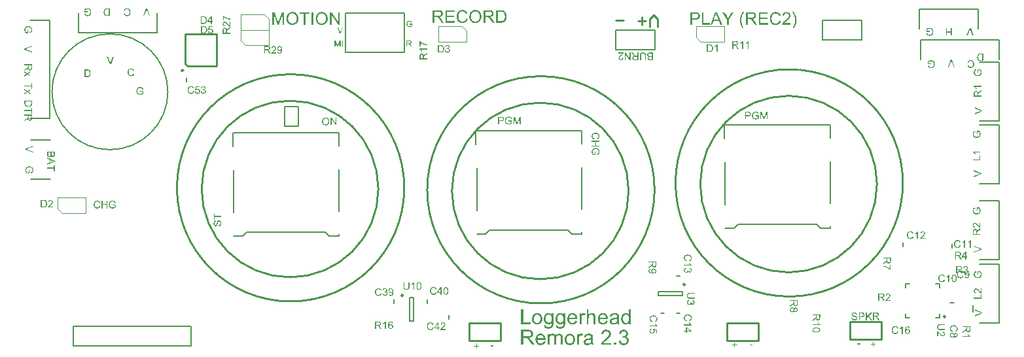
<source format=gto>
G04*
G04 #@! TF.GenerationSoftware,Altium Limited,Altium Designer,21.9.2 (33)*
G04*
G04 Layer_Color=65535*
%FSLAX25Y25*%
%MOIN*%
G70*
G04*
G04 #@! TF.SameCoordinates,4219B8C6-809A-426F-B61B-8FBD35EC1222*
G04*
G04*
G04 #@! TF.FilePolarity,Positive*
G04*
G01*
G75*
%ADD10C,0.01000*%
%ADD11C,0.00606*%
%ADD12C,0.00984*%
%ADD13C,0.00787*%
%ADD14C,0.00394*%
G36*
X73748Y-78499D02*
X77133D01*
Y-79010D01*
X73748D01*
Y-80275D01*
X73292D01*
Y-77234D01*
X73748D01*
Y-78499D01*
D02*
G37*
G36*
X76167Y-80697D02*
X76245Y-80708D01*
X76334Y-80730D01*
X76428Y-80758D01*
X76528Y-80803D01*
X76634Y-80863D01*
X76639D01*
X76645Y-80869D01*
X76678Y-80897D01*
X76728Y-80936D01*
X76783Y-80991D01*
X76850Y-81063D01*
X76922Y-81152D01*
X76989Y-81252D01*
X77050Y-81369D01*
Y-81374D01*
X77055Y-81385D01*
X77061Y-81402D01*
X77072Y-81424D01*
X77083Y-81457D01*
X77100Y-81496D01*
X77122Y-81585D01*
X77150Y-81691D01*
X77177Y-81818D01*
X77194Y-81957D01*
X77200Y-82107D01*
Y-82196D01*
X77194Y-82240D01*
Y-82290D01*
X77188Y-82345D01*
X77183Y-82412D01*
X77161Y-82551D01*
X77139Y-82695D01*
X77100Y-82839D01*
X77050Y-82978D01*
Y-82984D01*
X77044Y-82995D01*
X77033Y-83011D01*
X77022Y-83034D01*
X76989Y-83100D01*
X76939Y-83178D01*
X76872Y-83267D01*
X76794Y-83361D01*
X76700Y-83450D01*
X76595Y-83533D01*
X76589D01*
X76578Y-83544D01*
X76561Y-83550D01*
X76539Y-83566D01*
X76512Y-83578D01*
X76478Y-83594D01*
X76395Y-83633D01*
X76289Y-83672D01*
X76173Y-83705D01*
X76040Y-83727D01*
X75901Y-83738D01*
X75857Y-83261D01*
X75862D01*
X75868D01*
X75884Y-83256D01*
X75906D01*
X75956Y-83245D01*
X76029Y-83228D01*
X76101Y-83206D01*
X76184Y-83183D01*
X76262Y-83145D01*
X76334Y-83106D01*
X76339Y-83100D01*
X76362Y-83083D01*
X76401Y-83056D01*
X76439Y-83011D01*
X76489Y-82956D01*
X76539Y-82895D01*
X76589Y-82812D01*
X76634Y-82723D01*
Y-82717D01*
X76639Y-82712D01*
X76645Y-82695D01*
X76650Y-82678D01*
X76667Y-82623D01*
X76689Y-82551D01*
X76711Y-82462D01*
X76728Y-82362D01*
X76739Y-82251D01*
X76745Y-82129D01*
Y-82079D01*
X76739Y-82024D01*
X76733Y-81957D01*
X76722Y-81879D01*
X76711Y-81790D01*
X76689Y-81702D01*
X76661Y-81618D01*
X76656Y-81607D01*
X76645Y-81580D01*
X76622Y-81541D01*
X76600Y-81491D01*
X76561Y-81441D01*
X76523Y-81385D01*
X76478Y-81330D01*
X76423Y-81285D01*
X76417Y-81280D01*
X76395Y-81269D01*
X76367Y-81252D01*
X76323Y-81230D01*
X76278Y-81208D01*
X76223Y-81191D01*
X76162Y-81180D01*
X76095Y-81174D01*
X76090D01*
X76062D01*
X76029Y-81180D01*
X75984Y-81185D01*
X75940Y-81202D01*
X75884Y-81219D01*
X75829Y-81247D01*
X75779Y-81285D01*
X75773Y-81291D01*
X75757Y-81308D01*
X75735Y-81330D01*
X75701Y-81369D01*
X75668Y-81413D01*
X75629Y-81474D01*
X75590Y-81546D01*
X75557Y-81629D01*
X75551Y-81635D01*
X75546Y-81663D01*
X75529Y-81707D01*
X75524Y-81735D01*
X75512Y-81774D01*
X75496Y-81813D01*
X75485Y-81862D01*
X75468Y-81918D01*
X75451Y-81985D01*
X75435Y-82051D01*
X75412Y-82129D01*
X75390Y-82218D01*
X75368Y-82312D01*
Y-82318D01*
X75363Y-82334D01*
X75357Y-82362D01*
X75346Y-82395D01*
X75335Y-82440D01*
X75324Y-82490D01*
X75290Y-82601D01*
X75252Y-82723D01*
X75213Y-82850D01*
X75174Y-82961D01*
X75152Y-83011D01*
X75129Y-83056D01*
Y-83061D01*
X75124Y-83067D01*
X75102Y-83100D01*
X75074Y-83150D01*
X75030Y-83206D01*
X74980Y-83272D01*
X74919Y-83339D01*
X74847Y-83405D01*
X74769Y-83461D01*
X74758Y-83467D01*
X74730Y-83483D01*
X74686Y-83505D01*
X74630Y-83527D01*
X74558Y-83550D01*
X74475Y-83572D01*
X74386Y-83589D01*
X74291Y-83594D01*
X74286D01*
X74280D01*
X74264D01*
X74242D01*
X74186Y-83583D01*
X74114Y-83572D01*
X74031Y-83555D01*
X73936Y-83527D01*
X73842Y-83489D01*
X73748Y-83433D01*
X73742D01*
X73737Y-83428D01*
X73703Y-83400D01*
X73659Y-83361D01*
X73603Y-83311D01*
X73542Y-83245D01*
X73476Y-83161D01*
X73414Y-83061D01*
X73359Y-82950D01*
Y-82945D01*
X73353Y-82934D01*
X73348Y-82917D01*
X73337Y-82895D01*
X73326Y-82867D01*
X73315Y-82828D01*
X73292Y-82745D01*
X73270Y-82639D01*
X73248Y-82517D01*
X73231Y-82390D01*
X73226Y-82245D01*
Y-82173D01*
X73231Y-82134D01*
Y-82096D01*
X73242Y-81990D01*
X73259Y-81874D01*
X73287Y-81752D01*
X73320Y-81618D01*
X73365Y-81496D01*
Y-81491D01*
X73370Y-81480D01*
X73381Y-81463D01*
X73392Y-81441D01*
X73420Y-81385D01*
X73470Y-81313D01*
X73526Y-81230D01*
X73598Y-81147D01*
X73681Y-81069D01*
X73775Y-80997D01*
X73781D01*
X73786Y-80991D01*
X73803Y-80980D01*
X73820Y-80969D01*
X73875Y-80941D01*
X73947Y-80908D01*
X74036Y-80869D01*
X74142Y-80841D01*
X74253Y-80814D01*
X74375Y-80803D01*
X74414Y-81291D01*
X74408D01*
X74397D01*
X74380Y-81296D01*
X74353Y-81302D01*
X74291Y-81319D01*
X74208Y-81341D01*
X74119Y-81374D01*
X74031Y-81424D01*
X73947Y-81485D01*
X73870Y-81563D01*
X73864Y-81574D01*
X73842Y-81602D01*
X73809Y-81657D01*
X73775Y-81729D01*
X73742Y-81824D01*
X73709Y-81935D01*
X73686Y-82073D01*
X73681Y-82229D01*
Y-82306D01*
X73686Y-82340D01*
X73692Y-82384D01*
X73703Y-82484D01*
X73725Y-82595D01*
X73753Y-82706D01*
X73798Y-82812D01*
X73825Y-82856D01*
X73853Y-82900D01*
X73859Y-82911D01*
X73881Y-82934D01*
X73920Y-82967D01*
X73964Y-83000D01*
X74025Y-83039D01*
X74092Y-83072D01*
X74169Y-83095D01*
X74258Y-83106D01*
X74269D01*
X74291D01*
X74330Y-83100D01*
X74375Y-83089D01*
X74430Y-83072D01*
X74486Y-83045D01*
X74541Y-83011D01*
X74597Y-82961D01*
X74602Y-82956D01*
X74619Y-82928D01*
X74636Y-82906D01*
X74647Y-82884D01*
X74663Y-82850D01*
X74686Y-82812D01*
X74702Y-82762D01*
X74724Y-82706D01*
X74747Y-82645D01*
X74774Y-82573D01*
X74796Y-82495D01*
X74824Y-82406D01*
X74847Y-82306D01*
X74874Y-82196D01*
Y-82190D01*
X74880Y-82168D01*
X74885Y-82134D01*
X74896Y-82096D01*
X74907Y-82046D01*
X74924Y-81985D01*
X74941Y-81924D01*
X74957Y-81857D01*
X74996Y-81713D01*
X75035Y-81574D01*
X75057Y-81507D01*
X75080Y-81446D01*
X75096Y-81391D01*
X75118Y-81346D01*
Y-81341D01*
X75124Y-81330D01*
X75135Y-81313D01*
X75146Y-81291D01*
X75179Y-81230D01*
X75224Y-81158D01*
X75285Y-81074D01*
X75352Y-80991D01*
X75429Y-80914D01*
X75512Y-80847D01*
X75524Y-80841D01*
X75551Y-80819D01*
X75601Y-80797D01*
X75668Y-80764D01*
X75746Y-80736D01*
X75840Y-80708D01*
X75945Y-80691D01*
X76056Y-80686D01*
X76062D01*
X76067D01*
X76084D01*
X76106D01*
X76167Y-80697D01*
D02*
G37*
G36*
X349505Y-25237D02*
X349550D01*
X349655Y-25248D01*
X349772Y-25264D01*
X349894Y-25292D01*
X350027Y-25326D01*
X350155Y-25370D01*
X350160D01*
X350171Y-25376D01*
X350188Y-25381D01*
X350210Y-25392D01*
X350271Y-25425D01*
X350349Y-25464D01*
X350432Y-25520D01*
X350521Y-25586D01*
X350604Y-25659D01*
X350682Y-25747D01*
X350693Y-25758D01*
X350715Y-25792D01*
X350748Y-25842D01*
X350793Y-25914D01*
X350837Y-26003D01*
X350887Y-26114D01*
X350937Y-26236D01*
X350976Y-26375D01*
X350516Y-26497D01*
Y-26491D01*
X350510Y-26485D01*
X350504Y-26469D01*
X350499Y-26447D01*
X350482Y-26397D01*
X350460Y-26330D01*
X350427Y-26252D01*
X350388Y-26180D01*
X350349Y-26103D01*
X350299Y-26036D01*
X350293Y-26030D01*
X350277Y-26008D01*
X350243Y-25980D01*
X350205Y-25942D01*
X350155Y-25897D01*
X350088Y-25853D01*
X350016Y-25808D01*
X349933Y-25770D01*
X349922Y-25764D01*
X349894Y-25753D01*
X349844Y-25736D01*
X349777Y-25714D01*
X349700Y-25697D01*
X349611Y-25681D01*
X349511Y-25670D01*
X349406Y-25664D01*
X349344D01*
X349317Y-25670D01*
X349283D01*
X349200Y-25675D01*
X349106Y-25692D01*
X349000Y-25708D01*
X348900Y-25736D01*
X348800Y-25775D01*
X348789Y-25781D01*
X348756Y-25792D01*
X348712Y-25820D01*
X348656Y-25847D01*
X348590Y-25892D01*
X348517Y-25936D01*
X348451Y-25992D01*
X348390Y-26053D01*
X348384Y-26058D01*
X348362Y-26080D01*
X348334Y-26119D01*
X348301Y-26164D01*
X348262Y-26219D01*
X348223Y-26286D01*
X348184Y-26358D01*
X348146Y-26436D01*
Y-26441D01*
X348140Y-26452D01*
X348134Y-26469D01*
X348123Y-26497D01*
X348112Y-26530D01*
X348101Y-26569D01*
X348084Y-26613D01*
X348074Y-26663D01*
X348046Y-26780D01*
X348024Y-26913D01*
X348007Y-27052D01*
X348001Y-27207D01*
Y-27213D01*
Y-27229D01*
Y-27257D01*
X348007Y-27290D01*
Y-27335D01*
X348012Y-27390D01*
X348018Y-27446D01*
X348024Y-27507D01*
X348046Y-27645D01*
X348074Y-27790D01*
X348118Y-27934D01*
X348173Y-28073D01*
Y-28078D01*
X348184Y-28089D01*
X348190Y-28106D01*
X348207Y-28128D01*
X348246Y-28189D01*
X348307Y-28267D01*
X348379Y-28350D01*
X348467Y-28434D01*
X348573Y-28511D01*
X348690Y-28583D01*
X348695D01*
X348706Y-28589D01*
X348723Y-28600D01*
X348751Y-28611D01*
X348778Y-28622D01*
X348817Y-28633D01*
X348906Y-28667D01*
X349017Y-28694D01*
X349139Y-28722D01*
X349272Y-28744D01*
X349411Y-28750D01*
X349466D01*
X349500Y-28744D01*
X349533D01*
X349616Y-28733D01*
X349716Y-28722D01*
X349822Y-28700D01*
X349938Y-28667D01*
X350055Y-28628D01*
X350060D01*
X350072Y-28622D01*
X350082Y-28617D01*
X350105Y-28606D01*
X350166Y-28578D01*
X350232Y-28545D01*
X350310Y-28506D01*
X350393Y-28461D01*
X350471Y-28411D01*
X350538Y-28356D01*
Y-27634D01*
X349406D01*
Y-27179D01*
X351037D01*
Y-28606D01*
X351032Y-28611D01*
X351021Y-28617D01*
X350998Y-28633D01*
X350971Y-28656D01*
X350937Y-28678D01*
X350898Y-28705D01*
X350849Y-28739D01*
X350799Y-28772D01*
X350682Y-28844D01*
X350549Y-28922D01*
X350410Y-28994D01*
X350260Y-29055D01*
X350255D01*
X350243Y-29061D01*
X350221Y-29066D01*
X350194Y-29077D01*
X350155Y-29089D01*
X350110Y-29105D01*
X350060Y-29116D01*
X350010Y-29127D01*
X349888Y-29155D01*
X349749Y-29183D01*
X349600Y-29199D01*
X349444Y-29205D01*
X349389D01*
X349350Y-29199D01*
X349300D01*
X349239Y-29194D01*
X349172Y-29183D01*
X349100Y-29177D01*
X348939Y-29144D01*
X348767Y-29105D01*
X348590Y-29044D01*
X348501Y-29011D01*
X348412Y-28966D01*
X348406Y-28961D01*
X348390Y-28955D01*
X348368Y-28939D01*
X348334Y-28922D01*
X348295Y-28894D01*
X348257Y-28866D01*
X348151Y-28789D01*
X348040Y-28689D01*
X347924Y-28567D01*
X347813Y-28428D01*
X347713Y-28267D01*
Y-28262D01*
X347702Y-28245D01*
X347691Y-28223D01*
X347674Y-28184D01*
X347657Y-28145D01*
X347640Y-28089D01*
X347618Y-28034D01*
X347596Y-27967D01*
X347574Y-27895D01*
X347552Y-27812D01*
X347535Y-27729D01*
X347518Y-27640D01*
X347491Y-27446D01*
X347480Y-27240D01*
Y-27235D01*
Y-27213D01*
Y-27185D01*
X347485Y-27146D01*
Y-27096D01*
X347491Y-27035D01*
X347502Y-26974D01*
X347507Y-26902D01*
X347524Y-26824D01*
X347535Y-26741D01*
X347580Y-26563D01*
X347635Y-26380D01*
X347713Y-26197D01*
X347718Y-26191D01*
X347724Y-26175D01*
X347735Y-26153D01*
X347757Y-26119D01*
X347779Y-26075D01*
X347807Y-26030D01*
X347885Y-25925D01*
X347979Y-25803D01*
X348096Y-25686D01*
X348229Y-25570D01*
X348307Y-25520D01*
X348384Y-25470D01*
X348390Y-25464D01*
X348406Y-25459D01*
X348429Y-25448D01*
X348462Y-25431D01*
X348506Y-25414D01*
X348556Y-25392D01*
X348612Y-25370D01*
X348678Y-25348D01*
X348751Y-25326D01*
X348828Y-25309D01*
X348911Y-25287D01*
X349000Y-25270D01*
X349195Y-25242D01*
X349294Y-25231D01*
X349472D01*
X349505Y-25237D01*
D02*
G37*
G36*
X355433Y-29138D02*
X354944D01*
Y-25925D01*
X353823Y-29138D01*
X353368D01*
X352258Y-25870D01*
Y-29138D01*
X351770D01*
Y-25298D01*
X352530D01*
X353440Y-28023D01*
Y-28028D01*
X353446Y-28040D01*
X353451Y-28056D01*
X353463Y-28084D01*
X353485Y-28150D01*
X353512Y-28234D01*
X353540Y-28328D01*
X353573Y-28422D01*
X353601Y-28511D01*
X353624Y-28589D01*
X353629Y-28578D01*
X353635Y-28550D01*
X353651Y-28500D01*
X353673Y-28434D01*
X353701Y-28345D01*
X353740Y-28239D01*
X353779Y-28117D01*
X353829Y-27973D01*
X354750Y-25298D01*
X355433D01*
Y-29138D01*
D02*
G37*
G36*
X345692Y-25303D02*
X345787Y-25309D01*
X345887Y-25315D01*
X345981Y-25326D01*
X346064Y-25337D01*
X346076D01*
X346114Y-25348D01*
X346164Y-25359D01*
X346231Y-25376D01*
X346303Y-25403D01*
X346381Y-25437D01*
X346464Y-25475D01*
X346536Y-25520D01*
X346547Y-25525D01*
X346569Y-25542D01*
X346603Y-25575D01*
X346647Y-25614D01*
X346697Y-25664D01*
X346747Y-25731D01*
X346802Y-25803D01*
X346847Y-25886D01*
X346852Y-25897D01*
X346864Y-25925D01*
X346886Y-25975D01*
X346908Y-26041D01*
X346925Y-26119D01*
X346947Y-26208D01*
X346958Y-26308D01*
X346964Y-26413D01*
Y-26419D01*
Y-26436D01*
Y-26458D01*
X346958Y-26497D01*
X346952Y-26535D01*
X346947Y-26585D01*
X346936Y-26641D01*
X346925Y-26702D01*
X346886Y-26830D01*
X346864Y-26896D01*
X346830Y-26968D01*
X346791Y-27040D01*
X346753Y-27107D01*
X346703Y-27174D01*
X346647Y-27240D01*
X346642Y-27246D01*
X346631Y-27257D01*
X346614Y-27274D01*
X346586Y-27290D01*
X346553Y-27318D01*
X346508Y-27346D01*
X346453Y-27379D01*
X346392Y-27407D01*
X346320Y-27440D01*
X346236Y-27473D01*
X346148Y-27501D01*
X346042Y-27523D01*
X345931Y-27546D01*
X345809Y-27562D01*
X345670Y-27573D01*
X345526Y-27579D01*
X344544D01*
Y-29138D01*
X344033D01*
Y-25298D01*
X345609D01*
X345692Y-25303D01*
D02*
G37*
G36*
X223705Y-27837D02*
X223750D01*
X223855Y-27848D01*
X223972Y-27865D01*
X224094Y-27892D01*
X224227Y-27926D01*
X224355Y-27970D01*
X224360D01*
X224371Y-27975D01*
X224388Y-27981D01*
X224410Y-27992D01*
X224471Y-28025D01*
X224549Y-28064D01*
X224632Y-28120D01*
X224721Y-28186D01*
X224804Y-28259D01*
X224882Y-28347D01*
X224893Y-28359D01*
X224915Y-28392D01*
X224949Y-28442D01*
X224993Y-28514D01*
X225037Y-28603D01*
X225087Y-28714D01*
X225137Y-28836D01*
X225176Y-28975D01*
X224715Y-29097D01*
Y-29091D01*
X224710Y-29085D01*
X224704Y-29069D01*
X224699Y-29047D01*
X224682Y-28997D01*
X224660Y-28930D01*
X224627Y-28852D01*
X224588Y-28780D01*
X224549Y-28703D01*
X224499Y-28636D01*
X224493Y-28630D01*
X224477Y-28608D01*
X224444Y-28580D01*
X224405Y-28542D01*
X224355Y-28497D01*
X224288Y-28453D01*
X224216Y-28408D01*
X224133Y-28370D01*
X224122Y-28364D01*
X224094Y-28353D01*
X224044Y-28336D01*
X223977Y-28314D01*
X223900Y-28297D01*
X223811Y-28281D01*
X223711Y-28270D01*
X223605Y-28264D01*
X223544D01*
X223517Y-28270D01*
X223483D01*
X223400Y-28275D01*
X223306Y-28292D01*
X223200Y-28308D01*
X223100Y-28336D01*
X223001Y-28375D01*
X222989Y-28381D01*
X222956Y-28392D01*
X222912Y-28420D01*
X222856Y-28447D01*
X222790Y-28492D01*
X222717Y-28536D01*
X222651Y-28592D01*
X222590Y-28653D01*
X222584Y-28658D01*
X222562Y-28680D01*
X222534Y-28719D01*
X222501Y-28764D01*
X222462Y-28819D01*
X222423Y-28886D01*
X222385Y-28958D01*
X222346Y-29036D01*
Y-29041D01*
X222340Y-29052D01*
X222335Y-29069D01*
X222323Y-29097D01*
X222312Y-29130D01*
X222301Y-29169D01*
X222285Y-29213D01*
X222273Y-29263D01*
X222246Y-29380D01*
X222223Y-29513D01*
X222207Y-29652D01*
X222201Y-29807D01*
Y-29813D01*
Y-29829D01*
Y-29857D01*
X222207Y-29890D01*
Y-29935D01*
X222212Y-29990D01*
X222218Y-30046D01*
X222223Y-30107D01*
X222246Y-30246D01*
X222273Y-30390D01*
X222318Y-30534D01*
X222373Y-30673D01*
Y-30678D01*
X222385Y-30689D01*
X222390Y-30706D01*
X222407Y-30728D01*
X222446Y-30789D01*
X222507Y-30867D01*
X222579Y-30950D01*
X222668Y-31034D01*
X222773Y-31111D01*
X222889Y-31183D01*
X222895D01*
X222906Y-31189D01*
X222923Y-31200D01*
X222951Y-31211D01*
X222978Y-31222D01*
X223017Y-31233D01*
X223106Y-31267D01*
X223217Y-31294D01*
X223339Y-31322D01*
X223472Y-31344D01*
X223611Y-31350D01*
X223667D01*
X223700Y-31344D01*
X223733D01*
X223816Y-31333D01*
X223916Y-31322D01*
X224022Y-31300D01*
X224138Y-31267D01*
X224255Y-31228D01*
X224260D01*
X224271Y-31222D01*
X224283Y-31217D01*
X224305Y-31206D01*
X224366Y-31178D01*
X224432Y-31145D01*
X224510Y-31106D01*
X224593Y-31061D01*
X224671Y-31011D01*
X224738Y-30956D01*
Y-30234D01*
X223605D01*
Y-29779D01*
X225237D01*
Y-31206D01*
X225232Y-31211D01*
X225220Y-31217D01*
X225198Y-31233D01*
X225171Y-31256D01*
X225137Y-31278D01*
X225098Y-31306D01*
X225048Y-31339D01*
X224998Y-31372D01*
X224882Y-31444D01*
X224749Y-31522D01*
X224610Y-31594D01*
X224460Y-31655D01*
X224455D01*
X224444Y-31661D01*
X224421Y-31666D01*
X224394Y-31677D01*
X224355Y-31688D01*
X224310Y-31705D01*
X224260Y-31716D01*
X224210Y-31727D01*
X224088Y-31755D01*
X223950Y-31783D01*
X223800Y-31800D01*
X223644Y-31805D01*
X223589D01*
X223550Y-31800D01*
X223500D01*
X223439Y-31794D01*
X223372Y-31783D01*
X223300Y-31777D01*
X223139Y-31744D01*
X222967Y-31705D01*
X222790Y-31644D01*
X222701Y-31611D01*
X222612Y-31566D01*
X222606Y-31561D01*
X222590Y-31555D01*
X222568Y-31539D01*
X222534Y-31522D01*
X222495Y-31494D01*
X222457Y-31466D01*
X222351Y-31389D01*
X222240Y-31289D01*
X222124Y-31167D01*
X222013Y-31028D01*
X221913Y-30867D01*
Y-30861D01*
X221902Y-30845D01*
X221890Y-30823D01*
X221874Y-30784D01*
X221857Y-30745D01*
X221841Y-30689D01*
X221818Y-30634D01*
X221796Y-30567D01*
X221774Y-30495D01*
X221752Y-30412D01*
X221735Y-30329D01*
X221718Y-30240D01*
X221691Y-30046D01*
X221680Y-29840D01*
Y-29835D01*
Y-29813D01*
Y-29785D01*
X221685Y-29746D01*
Y-29696D01*
X221691Y-29635D01*
X221702Y-29574D01*
X221707Y-29502D01*
X221724Y-29424D01*
X221735Y-29341D01*
X221779Y-29163D01*
X221835Y-28980D01*
X221913Y-28797D01*
X221918Y-28791D01*
X221924Y-28775D01*
X221935Y-28752D01*
X221957Y-28719D01*
X221979Y-28675D01*
X222007Y-28630D01*
X222085Y-28525D01*
X222179Y-28403D01*
X222296Y-28286D01*
X222429Y-28170D01*
X222507Y-28120D01*
X222584Y-28070D01*
X222590Y-28064D01*
X222606Y-28059D01*
X222629Y-28048D01*
X222662Y-28031D01*
X222706Y-28014D01*
X222756Y-27992D01*
X222812Y-27970D01*
X222878Y-27948D01*
X222951Y-27926D01*
X223028Y-27909D01*
X223112Y-27887D01*
X223200Y-27870D01*
X223394Y-27842D01*
X223495Y-27831D01*
X223672D01*
X223705Y-27837D01*
D02*
G37*
G36*
X229633Y-31738D02*
X229144D01*
Y-28525D01*
X228023Y-31738D01*
X227568D01*
X226458Y-28469D01*
Y-31738D01*
X225970D01*
Y-27898D01*
X226730D01*
X227640Y-30623D01*
Y-30628D01*
X227646Y-30639D01*
X227651Y-30656D01*
X227662Y-30684D01*
X227685Y-30751D01*
X227712Y-30834D01*
X227740Y-30928D01*
X227773Y-31023D01*
X227801Y-31111D01*
X227823Y-31189D01*
X227829Y-31178D01*
X227835Y-31150D01*
X227851Y-31100D01*
X227873Y-31034D01*
X227901Y-30945D01*
X227940Y-30839D01*
X227979Y-30717D01*
X228029Y-30573D01*
X228950Y-27898D01*
X229633D01*
Y-31738D01*
D02*
G37*
G36*
X219893Y-27903D02*
X219987Y-27909D01*
X220087Y-27915D01*
X220181Y-27926D01*
X220264Y-27937D01*
X220275D01*
X220314Y-27948D01*
X220364Y-27959D01*
X220431Y-27975D01*
X220503Y-28003D01*
X220581Y-28037D01*
X220664Y-28075D01*
X220736Y-28120D01*
X220747Y-28125D01*
X220769Y-28142D01*
X220803Y-28175D01*
X220847Y-28214D01*
X220897Y-28264D01*
X220947Y-28331D01*
X221003Y-28403D01*
X221047Y-28486D01*
X221052Y-28497D01*
X221063Y-28525D01*
X221086Y-28575D01*
X221108Y-28642D01*
X221125Y-28719D01*
X221147Y-28808D01*
X221158Y-28908D01*
X221164Y-29013D01*
Y-29019D01*
Y-29036D01*
Y-29058D01*
X221158Y-29097D01*
X221152Y-29136D01*
X221147Y-29185D01*
X221136Y-29241D01*
X221125Y-29302D01*
X221086Y-29430D01*
X221063Y-29496D01*
X221030Y-29568D01*
X220991Y-29640D01*
X220953Y-29707D01*
X220903Y-29774D01*
X220847Y-29840D01*
X220842Y-29846D01*
X220830Y-29857D01*
X220814Y-29874D01*
X220786Y-29890D01*
X220753Y-29918D01*
X220708Y-29946D01*
X220653Y-29979D01*
X220592Y-30007D01*
X220520Y-30040D01*
X220436Y-30073D01*
X220348Y-30101D01*
X220242Y-30123D01*
X220131Y-30146D01*
X220009Y-30162D01*
X219870Y-30173D01*
X219726Y-30179D01*
X218744D01*
Y-31738D01*
X218233D01*
Y-27898D01*
X219809D01*
X219893Y-27903D01*
D02*
G37*
G36*
X267981Y-36044D02*
X268037D01*
X268092Y-36050D01*
X268164Y-36055D01*
X268236Y-36066D01*
X268397Y-36094D01*
X268575Y-36133D01*
X268752Y-36188D01*
X268924Y-36266D01*
X268930Y-36272D01*
X268947Y-36277D01*
X268969Y-36288D01*
X268997Y-36310D01*
X269036Y-36333D01*
X269080Y-36360D01*
X269180Y-36432D01*
X269291Y-36527D01*
X269402Y-36638D01*
X269513Y-36766D01*
X269607Y-36915D01*
X269613Y-36921D01*
X269618Y-36937D01*
X269629Y-36960D01*
X269646Y-36988D01*
X269663Y-37032D01*
X269679Y-37076D01*
X269702Y-37132D01*
X269724Y-37193D01*
X269746Y-37259D01*
X269768Y-37332D01*
X269801Y-37487D01*
X269829Y-37665D01*
X269840Y-37848D01*
Y-37903D01*
X269835Y-37942D01*
X269829Y-37992D01*
X269824Y-38053D01*
X269818Y-38114D01*
X269801Y-38186D01*
X269768Y-38336D01*
X269718Y-38503D01*
X269685Y-38586D01*
X269646Y-38664D01*
X269596Y-38741D01*
X269546Y-38819D01*
X269541Y-38824D01*
X269535Y-38836D01*
X269518Y-38858D01*
X269491Y-38886D01*
X269463Y-38913D01*
X269424Y-38952D01*
X269380Y-38991D01*
X269335Y-39035D01*
X269280Y-39080D01*
X269213Y-39124D01*
X269146Y-39174D01*
X269074Y-39219D01*
X268991Y-39257D01*
X268908Y-39302D01*
X268819Y-39335D01*
X268719Y-39368D01*
X268603Y-38869D01*
X268608D01*
X268619Y-38863D01*
X268641Y-38852D01*
X268669Y-38841D01*
X268703Y-38830D01*
X268747Y-38813D01*
X268836Y-38769D01*
X268936Y-38713D01*
X269036Y-38647D01*
X269130Y-38564D01*
X269213Y-38475D01*
X269224Y-38464D01*
X269246Y-38431D01*
X269274Y-38375D01*
X269313Y-38303D01*
X269346Y-38208D01*
X269380Y-38103D01*
X269402Y-37975D01*
X269407Y-37837D01*
Y-37792D01*
X269402Y-37764D01*
Y-37726D01*
X269396Y-37681D01*
X269380Y-37576D01*
X269357Y-37459D01*
X269319Y-37337D01*
X269263Y-37209D01*
X269191Y-37093D01*
Y-37087D01*
X269180Y-37082D01*
X269152Y-37043D01*
X269108Y-36993D01*
X269041Y-36932D01*
X268958Y-36860D01*
X268864Y-36793D01*
X268747Y-36732D01*
X268619Y-36677D01*
X268614D01*
X268603Y-36671D01*
X268586Y-36666D01*
X268558Y-36660D01*
X268525Y-36649D01*
X268486Y-36638D01*
X268392Y-36621D01*
X268281Y-36599D01*
X268159Y-36577D01*
X268025Y-36566D01*
X267881Y-36560D01*
X267876D01*
X267859D01*
X267831D01*
X267798D01*
X267759Y-36566D01*
X267709D01*
X267653Y-36571D01*
X267593Y-36577D01*
X267459Y-36593D01*
X267315Y-36621D01*
X267171Y-36654D01*
X267026Y-36699D01*
X267021D01*
X267010Y-36704D01*
X266993Y-36715D01*
X266965Y-36727D01*
X266899Y-36760D01*
X266821Y-36810D01*
X266732Y-36871D01*
X266638Y-36949D01*
X266555Y-37037D01*
X266477Y-37143D01*
Y-37148D01*
X266471Y-37159D01*
X266460Y-37176D01*
X266449Y-37198D01*
X266438Y-37226D01*
X266422Y-37259D01*
X266388Y-37337D01*
X266355Y-37437D01*
X266327Y-37548D01*
X266305Y-37670D01*
X266299Y-37798D01*
Y-37837D01*
X266305Y-37870D01*
Y-37909D01*
X266310Y-37948D01*
X266333Y-38048D01*
X266360Y-38164D01*
X266405Y-38281D01*
X266466Y-38403D01*
X266499Y-38464D01*
X266544Y-38519D01*
X266549Y-38525D01*
X266555Y-38530D01*
X266571Y-38547D01*
X266588Y-38569D01*
X266616Y-38591D01*
X266649Y-38619D01*
X266682Y-38653D01*
X266727Y-38680D01*
X266777Y-38713D01*
X266832Y-38752D01*
X266888Y-38786D01*
X266954Y-38819D01*
X267026Y-38847D01*
X267104Y-38875D01*
X267187Y-38902D01*
X267276Y-38924D01*
X267148Y-39435D01*
X267143D01*
X267121Y-39430D01*
X267087Y-39418D01*
X267043Y-39402D01*
X266993Y-39385D01*
X266932Y-39363D01*
X266865Y-39335D01*
X266793Y-39302D01*
X266638Y-39224D01*
X266482Y-39124D01*
X266405Y-39063D01*
X266327Y-39002D01*
X266261Y-38936D01*
X266194Y-38858D01*
X266188Y-38852D01*
X266177Y-38841D01*
X266166Y-38813D01*
X266144Y-38786D01*
X266116Y-38741D01*
X266089Y-38697D01*
X266061Y-38636D01*
X266033Y-38575D01*
X266000Y-38503D01*
X265972Y-38425D01*
X265944Y-38342D01*
X265916Y-38253D01*
X265894Y-38159D01*
X265883Y-38059D01*
X265872Y-37953D01*
X265866Y-37842D01*
Y-37781D01*
X265872Y-37737D01*
Y-37687D01*
X265878Y-37626D01*
X265889Y-37559D01*
X265900Y-37481D01*
X265928Y-37321D01*
X265972Y-37154D01*
X266033Y-36988D01*
X266072Y-36910D01*
X266116Y-36832D01*
X266122Y-36827D01*
X266127Y-36815D01*
X266144Y-36793D01*
X266166Y-36771D01*
X266188Y-36738D01*
X266222Y-36699D01*
X266261Y-36654D01*
X266305Y-36610D01*
X266355Y-36566D01*
X266405Y-36516D01*
X266532Y-36416D01*
X266682Y-36321D01*
X266849Y-36238D01*
X266854D01*
X266871Y-36227D01*
X266899Y-36222D01*
X266932Y-36205D01*
X266976Y-36194D01*
X267032Y-36177D01*
X267093Y-36155D01*
X267160Y-36138D01*
X267232Y-36122D01*
X267315Y-36099D01*
X267487Y-36072D01*
X267681Y-36050D01*
X267881Y-36038D01*
X267887D01*
X267909D01*
X267942D01*
X267981Y-36044D01*
D02*
G37*
G36*
X269774Y-40589D02*
X268197D01*
Y-42576D01*
X269774D01*
Y-43087D01*
X265933D01*
Y-42576D01*
X267742D01*
Y-40589D01*
X265933D01*
Y-40079D01*
X269774D01*
Y-40589D01*
D02*
G37*
G36*
X267926Y-43808D02*
X267975D01*
X268037Y-43814D01*
X268098Y-43825D01*
X268170Y-43831D01*
X268247Y-43847D01*
X268331Y-43858D01*
X268508Y-43903D01*
X268691Y-43958D01*
X268875Y-44036D01*
X268880Y-44041D01*
X268897Y-44047D01*
X268919Y-44058D01*
X268952Y-44080D01*
X268997Y-44103D01*
X269041Y-44130D01*
X269146Y-44208D01*
X269269Y-44302D01*
X269385Y-44419D01*
X269502Y-44552D01*
X269552Y-44630D01*
X269602Y-44708D01*
X269607Y-44713D01*
X269613Y-44730D01*
X269624Y-44752D01*
X269640Y-44785D01*
X269657Y-44830D01*
X269679Y-44880D01*
X269702Y-44935D01*
X269724Y-45002D01*
X269746Y-45074D01*
X269763Y-45151D01*
X269785Y-45235D01*
X269801Y-45324D01*
X269829Y-45518D01*
X269840Y-45618D01*
Y-45795D01*
X269835Y-45829D01*
Y-45873D01*
X269824Y-45979D01*
X269807Y-46095D01*
X269779Y-46217D01*
X269746Y-46350D01*
X269702Y-46478D01*
Y-46483D01*
X269696Y-46495D01*
X269690Y-46511D01*
X269679Y-46534D01*
X269646Y-46595D01*
X269607Y-46672D01*
X269552Y-46755D01*
X269485Y-46844D01*
X269413Y-46927D01*
X269324Y-47005D01*
X269313Y-47016D01*
X269280Y-47038D01*
X269230Y-47072D01*
X269158Y-47116D01*
X269069Y-47161D01*
X268958Y-47211D01*
X268836Y-47260D01*
X268697Y-47299D01*
X268575Y-46839D01*
X268580D01*
X268586Y-46833D01*
X268603Y-46828D01*
X268625Y-46822D01*
X268675Y-46805D01*
X268741Y-46783D01*
X268819Y-46750D01*
X268891Y-46711D01*
X268969Y-46672D01*
X269036Y-46622D01*
X269041Y-46617D01*
X269063Y-46600D01*
X269091Y-46567D01*
X269130Y-46528D01*
X269174Y-46478D01*
X269219Y-46411D01*
X269263Y-46339D01*
X269302Y-46256D01*
X269307Y-46245D01*
X269319Y-46217D01*
X269335Y-46167D01*
X269357Y-46101D01*
X269374Y-46023D01*
X269391Y-45934D01*
X269402Y-45834D01*
X269407Y-45729D01*
Y-45668D01*
X269402Y-45640D01*
Y-45607D01*
X269396Y-45523D01*
X269380Y-45429D01*
X269363Y-45324D01*
X269335Y-45224D01*
X269296Y-45124D01*
X269291Y-45113D01*
X269280Y-45079D01*
X269252Y-45035D01*
X269224Y-44980D01*
X269180Y-44913D01*
X269135Y-44841D01*
X269080Y-44774D01*
X269019Y-44713D01*
X269013Y-44708D01*
X268991Y-44685D01*
X268952Y-44658D01*
X268908Y-44624D01*
X268852Y-44585D01*
X268786Y-44547D01*
X268714Y-44508D01*
X268636Y-44469D01*
X268630D01*
X268619Y-44463D01*
X268603Y-44458D01*
X268575Y-44447D01*
X268542Y-44436D01*
X268503Y-44425D01*
X268458Y-44408D01*
X268408Y-44397D01*
X268292Y-44369D01*
X268159Y-44347D01*
X268020Y-44330D01*
X267864Y-44325D01*
X267859D01*
X267842D01*
X267814D01*
X267781Y-44330D01*
X267737D01*
X267681Y-44336D01*
X267626Y-44341D01*
X267565Y-44347D01*
X267426Y-44369D01*
X267282Y-44397D01*
X267137Y-44441D01*
X266999Y-44497D01*
X266993D01*
X266982Y-44508D01*
X266965Y-44513D01*
X266943Y-44530D01*
X266882Y-44569D01*
X266804Y-44630D01*
X266721Y-44702D01*
X266638Y-44791D01*
X266560Y-44896D01*
X266488Y-45013D01*
Y-45018D01*
X266482Y-45029D01*
X266471Y-45046D01*
X266460Y-45074D01*
X266449Y-45102D01*
X266438Y-45140D01*
X266405Y-45229D01*
X266377Y-45340D01*
X266349Y-45462D01*
X266327Y-45595D01*
X266321Y-45734D01*
Y-45790D01*
X266327Y-45823D01*
Y-45856D01*
X266338Y-45940D01*
X266349Y-46040D01*
X266371Y-46145D01*
X266405Y-46262D01*
X266444Y-46378D01*
Y-46384D01*
X266449Y-46395D01*
X266455Y-46406D01*
X266466Y-46428D01*
X266494Y-46489D01*
X266527Y-46556D01*
X266566Y-46633D01*
X266610Y-46717D01*
X266660Y-46794D01*
X266716Y-46861D01*
X267437D01*
Y-45729D01*
X267892D01*
Y-47360D01*
X266466D01*
X266460Y-47355D01*
X266455Y-47344D01*
X266438Y-47322D01*
X266416Y-47294D01*
X266394Y-47260D01*
X266366Y-47222D01*
X266333Y-47172D01*
X266299Y-47122D01*
X266227Y-47005D01*
X266149Y-46872D01*
X266077Y-46733D01*
X266016Y-46583D01*
Y-46578D01*
X266011Y-46567D01*
X266005Y-46545D01*
X265994Y-46517D01*
X265983Y-46478D01*
X265966Y-46434D01*
X265955Y-46384D01*
X265944Y-46334D01*
X265916Y-46212D01*
X265889Y-46073D01*
X265872Y-45923D01*
X265866Y-45768D01*
Y-45712D01*
X265872Y-45673D01*
Y-45623D01*
X265878Y-45562D01*
X265889Y-45496D01*
X265894Y-45423D01*
X265928Y-45263D01*
X265966Y-45090D01*
X266027Y-44913D01*
X266061Y-44824D01*
X266105Y-44735D01*
X266111Y-44730D01*
X266116Y-44713D01*
X266133Y-44691D01*
X266149Y-44658D01*
X266177Y-44619D01*
X266205Y-44580D01*
X266283Y-44474D01*
X266383Y-44363D01*
X266505Y-44247D01*
X266643Y-44136D01*
X266804Y-44036D01*
X266810D01*
X266827Y-44025D01*
X266849Y-44014D01*
X266888Y-43997D01*
X266927Y-43981D01*
X266982Y-43964D01*
X267038Y-43942D01*
X267104Y-43919D01*
X267176Y-43897D01*
X267260Y-43875D01*
X267343Y-43858D01*
X267432Y-43842D01*
X267626Y-43814D01*
X267831Y-43803D01*
X267837D01*
X267859D01*
X267887D01*
X267926Y-43808D01*
D02*
G37*
G36*
X14037Y-70637D02*
X14087Y-70642D01*
X14148Y-70648D01*
X14209Y-70653D01*
X14281Y-70670D01*
X14431Y-70703D01*
X14597Y-70753D01*
X14681Y-70787D01*
X14758Y-70825D01*
X14836Y-70875D01*
X14914Y-70925D01*
X14919Y-70931D01*
X14930Y-70937D01*
X14952Y-70953D01*
X14980Y-70981D01*
X15008Y-71009D01*
X15047Y-71048D01*
X15086Y-71092D01*
X15130Y-71136D01*
X15174Y-71192D01*
X15219Y-71258D01*
X15269Y-71325D01*
X15313Y-71397D01*
X15352Y-71480D01*
X15396Y-71564D01*
X15430Y-71652D01*
X15463Y-71752D01*
X14964Y-71869D01*
Y-71863D01*
X14958Y-71852D01*
X14947Y-71830D01*
X14936Y-71802D01*
X14925Y-71769D01*
X14908Y-71725D01*
X14864Y-71636D01*
X14808Y-71536D01*
X14742Y-71436D01*
X14658Y-71342D01*
X14570Y-71258D01*
X14558Y-71247D01*
X14525Y-71225D01*
X14470Y-71197D01*
X14398Y-71158D01*
X14303Y-71125D01*
X14198Y-71092D01*
X14070Y-71070D01*
X13931Y-71064D01*
X13887D01*
X13859Y-71070D01*
X13820D01*
X13776Y-71075D01*
X13670Y-71092D01*
X13554Y-71114D01*
X13432Y-71153D01*
X13304Y-71208D01*
X13187Y-71281D01*
X13182D01*
X13176Y-71292D01*
X13138Y-71319D01*
X13088Y-71364D01*
X13027Y-71430D01*
X12954Y-71514D01*
X12888Y-71608D01*
X12827Y-71725D01*
X12771Y-71852D01*
Y-71858D01*
X12766Y-71869D01*
X12760Y-71886D01*
X12755Y-71913D01*
X12744Y-71947D01*
X12732Y-71985D01*
X12716Y-72080D01*
X12694Y-72191D01*
X12671Y-72313D01*
X12660Y-72446D01*
X12655Y-72590D01*
Y-72596D01*
Y-72613D01*
Y-72640D01*
Y-72674D01*
X12660Y-72712D01*
Y-72762D01*
X12666Y-72818D01*
X12671Y-72879D01*
X12688Y-73012D01*
X12716Y-73156D01*
X12749Y-73301D01*
X12794Y-73445D01*
Y-73451D01*
X12799Y-73462D01*
X12810Y-73478D01*
X12821Y-73506D01*
X12855Y-73573D01*
X12904Y-73650D01*
X12966Y-73739D01*
X13043Y-73834D01*
X13132Y-73917D01*
X13238Y-73994D01*
X13243D01*
X13254Y-74000D01*
X13271Y-74011D01*
X13293Y-74022D01*
X13321Y-74033D01*
X13354Y-74050D01*
X13432Y-74083D01*
X13532Y-74117D01*
X13643Y-74144D01*
X13765Y-74167D01*
X13892Y-74172D01*
X13931D01*
X13964Y-74167D01*
X14003D01*
X14042Y-74161D01*
X14142Y-74139D01*
X14259Y-74111D01*
X14375Y-74067D01*
X14497Y-74006D01*
X14558Y-73972D01*
X14614Y-73928D01*
X14619Y-73922D01*
X14625Y-73917D01*
X14642Y-73900D01*
X14664Y-73883D01*
X14686Y-73856D01*
X14714Y-73822D01*
X14747Y-73789D01*
X14775Y-73745D01*
X14808Y-73695D01*
X14847Y-73639D01*
X14880Y-73584D01*
X14914Y-73517D01*
X14941Y-73445D01*
X14969Y-73367D01*
X14997Y-73284D01*
X15019Y-73195D01*
X15530Y-73323D01*
Y-73329D01*
X15524Y-73351D01*
X15513Y-73384D01*
X15496Y-73428D01*
X15480Y-73478D01*
X15458Y-73539D01*
X15430Y-73606D01*
X15396Y-73678D01*
X15319Y-73834D01*
X15219Y-73989D01*
X15158Y-74067D01*
X15097Y-74144D01*
X15030Y-74211D01*
X14952Y-74278D01*
X14947Y-74283D01*
X14936Y-74294D01*
X14908Y-74305D01*
X14880Y-74327D01*
X14836Y-74355D01*
X14792Y-74383D01*
X14730Y-74411D01*
X14669Y-74439D01*
X14597Y-74472D01*
X14520Y-74500D01*
X14436Y-74527D01*
X14347Y-74555D01*
X14253Y-74577D01*
X14153Y-74588D01*
X14048Y-74599D01*
X13937Y-74605D01*
X13876D01*
X13831Y-74599D01*
X13781D01*
X13720Y-74594D01*
X13654Y-74583D01*
X13576Y-74572D01*
X13415Y-74544D01*
X13249Y-74500D01*
X13082Y-74439D01*
X13004Y-74400D01*
X12927Y-74355D01*
X12921Y-74350D01*
X12910Y-74344D01*
X12888Y-74327D01*
X12866Y-74305D01*
X12832Y-74283D01*
X12794Y-74250D01*
X12749Y-74211D01*
X12705Y-74167D01*
X12660Y-74117D01*
X12610Y-74067D01*
X12510Y-73939D01*
X12416Y-73789D01*
X12333Y-73623D01*
Y-73617D01*
X12322Y-73601D01*
X12316Y-73573D01*
X12300Y-73539D01*
X12289Y-73495D01*
X12272Y-73440D01*
X12250Y-73378D01*
X12233Y-73312D01*
X12216Y-73240D01*
X12194Y-73156D01*
X12166Y-72984D01*
X12144Y-72790D01*
X12133Y-72590D01*
Y-72585D01*
Y-72563D01*
Y-72529D01*
X12139Y-72491D01*
Y-72435D01*
X12144Y-72379D01*
X12150Y-72307D01*
X12161Y-72235D01*
X12189Y-72074D01*
X12227Y-71897D01*
X12283Y-71719D01*
X12361Y-71547D01*
X12366Y-71541D01*
X12372Y-71525D01*
X12383Y-71503D01*
X12405Y-71475D01*
X12427Y-71436D01*
X12455Y-71392D01*
X12527Y-71292D01*
X12621Y-71181D01*
X12732Y-71070D01*
X12860Y-70959D01*
X13010Y-70864D01*
X13015Y-70859D01*
X13032Y-70853D01*
X13054Y-70842D01*
X13082Y-70825D01*
X13126Y-70809D01*
X13171Y-70792D01*
X13226Y-70770D01*
X13287Y-70748D01*
X13354Y-70726D01*
X13426Y-70703D01*
X13582Y-70670D01*
X13759Y-70642D01*
X13942Y-70631D01*
X13998D01*
X14037Y-70637D01*
D02*
G37*
G36*
X21923D02*
X21968D01*
X22073Y-70648D01*
X22190Y-70665D01*
X22312Y-70692D01*
X22445Y-70726D01*
X22573Y-70770D01*
X22578D01*
X22589Y-70776D01*
X22606Y-70781D01*
X22628Y-70792D01*
X22689Y-70825D01*
X22767Y-70864D01*
X22850Y-70920D01*
X22939Y-70986D01*
X23022Y-71059D01*
X23100Y-71147D01*
X23111Y-71158D01*
X23133Y-71192D01*
X23167Y-71242D01*
X23211Y-71314D01*
X23255Y-71403D01*
X23305Y-71514D01*
X23355Y-71636D01*
X23394Y-71775D01*
X22933Y-71897D01*
Y-71891D01*
X22928Y-71886D01*
X22922Y-71869D01*
X22917Y-71847D01*
X22900Y-71797D01*
X22878Y-71730D01*
X22845Y-71652D01*
X22806Y-71580D01*
X22767Y-71503D01*
X22717Y-71436D01*
X22711Y-71430D01*
X22695Y-71408D01*
X22661Y-71381D01*
X22623Y-71342D01*
X22573Y-71297D01*
X22506Y-71253D01*
X22434Y-71208D01*
X22351Y-71170D01*
X22340Y-71164D01*
X22312Y-71153D01*
X22262Y-71136D01*
X22195Y-71114D01*
X22118Y-71097D01*
X22029Y-71081D01*
X21929Y-71070D01*
X21823Y-71064D01*
X21762D01*
X21734Y-71070D01*
X21701D01*
X21618Y-71075D01*
X21524Y-71092D01*
X21418Y-71109D01*
X21318Y-71136D01*
X21218Y-71175D01*
X21207Y-71181D01*
X21174Y-71192D01*
X21130Y-71219D01*
X21074Y-71247D01*
X21008Y-71292D01*
X20935Y-71336D01*
X20869Y-71392D01*
X20808Y-71453D01*
X20802Y-71458D01*
X20780Y-71480D01*
X20752Y-71519D01*
X20719Y-71564D01*
X20680Y-71619D01*
X20641Y-71686D01*
X20602Y-71758D01*
X20563Y-71836D01*
Y-71841D01*
X20558Y-71852D01*
X20552Y-71869D01*
X20541Y-71897D01*
X20530Y-71930D01*
X20519Y-71969D01*
X20502Y-72013D01*
X20491Y-72063D01*
X20464Y-72180D01*
X20441Y-72313D01*
X20425Y-72452D01*
X20419Y-72607D01*
Y-72613D01*
Y-72629D01*
Y-72657D01*
X20425Y-72690D01*
Y-72735D01*
X20430Y-72790D01*
X20436Y-72846D01*
X20441Y-72907D01*
X20464Y-73045D01*
X20491Y-73190D01*
X20536Y-73334D01*
X20591Y-73473D01*
Y-73478D01*
X20602Y-73489D01*
X20608Y-73506D01*
X20625Y-73528D01*
X20663Y-73589D01*
X20724Y-73667D01*
X20797Y-73750D01*
X20885Y-73834D01*
X20991Y-73911D01*
X21107Y-73983D01*
X21113D01*
X21124Y-73989D01*
X21141Y-74000D01*
X21169Y-74011D01*
X21196Y-74022D01*
X21235Y-74033D01*
X21324Y-74067D01*
X21435Y-74094D01*
X21557Y-74122D01*
X21690Y-74144D01*
X21829Y-74150D01*
X21884D01*
X21918Y-74144D01*
X21951D01*
X22034Y-74133D01*
X22134Y-74122D01*
X22240Y-74100D01*
X22356Y-74067D01*
X22473Y-74028D01*
X22478D01*
X22489Y-74022D01*
X22501Y-74017D01*
X22523Y-74006D01*
X22584Y-73978D01*
X22650Y-73945D01*
X22728Y-73906D01*
X22811Y-73861D01*
X22889Y-73811D01*
X22955Y-73756D01*
Y-73034D01*
X21823D01*
Y-72579D01*
X23455D01*
Y-74006D01*
X23449Y-74011D01*
X23438Y-74017D01*
X23416Y-74033D01*
X23389Y-74056D01*
X23355Y-74078D01*
X23316Y-74106D01*
X23266Y-74139D01*
X23216Y-74172D01*
X23100Y-74244D01*
X22967Y-74322D01*
X22828Y-74394D01*
X22678Y-74455D01*
X22672D01*
X22661Y-74461D01*
X22639Y-74466D01*
X22611Y-74477D01*
X22573Y-74489D01*
X22528Y-74505D01*
X22478Y-74516D01*
X22428Y-74527D01*
X22306Y-74555D01*
X22167Y-74583D01*
X22018Y-74599D01*
X21862Y-74605D01*
X21807D01*
X21768Y-74599D01*
X21718D01*
X21657Y-74594D01*
X21590Y-74583D01*
X21518Y-74577D01*
X21357Y-74544D01*
X21185Y-74505D01*
X21008Y-74444D01*
X20919Y-74411D01*
X20830Y-74366D01*
X20824Y-74361D01*
X20808Y-74355D01*
X20786Y-74339D01*
X20752Y-74322D01*
X20713Y-74294D01*
X20674Y-74266D01*
X20569Y-74189D01*
X20458Y-74089D01*
X20342Y-73967D01*
X20231Y-73828D01*
X20131Y-73667D01*
Y-73662D01*
X20120Y-73645D01*
X20108Y-73623D01*
X20092Y-73584D01*
X20075Y-73545D01*
X20058Y-73489D01*
X20036Y-73434D01*
X20014Y-73367D01*
X19992Y-73295D01*
X19970Y-73212D01*
X19953Y-73129D01*
X19936Y-73040D01*
X19909Y-72846D01*
X19897Y-72640D01*
Y-72635D01*
Y-72613D01*
Y-72585D01*
X19903Y-72546D01*
Y-72496D01*
X19909Y-72435D01*
X19920Y-72374D01*
X19925Y-72302D01*
X19942Y-72224D01*
X19953Y-72141D01*
X19997Y-71963D01*
X20053Y-71780D01*
X20131Y-71597D01*
X20136Y-71591D01*
X20142Y-71575D01*
X20153Y-71552D01*
X20175Y-71519D01*
X20197Y-71475D01*
X20225Y-71430D01*
X20303Y-71325D01*
X20397Y-71203D01*
X20514Y-71086D01*
X20647Y-70970D01*
X20724Y-70920D01*
X20802Y-70870D01*
X20808Y-70864D01*
X20824Y-70859D01*
X20846Y-70848D01*
X20880Y-70831D01*
X20924Y-70814D01*
X20974Y-70792D01*
X21030Y-70770D01*
X21096Y-70748D01*
X21169Y-70726D01*
X21246Y-70709D01*
X21329Y-70687D01*
X21418Y-70670D01*
X21612Y-70642D01*
X21712Y-70631D01*
X21890D01*
X21923Y-70637D01*
D02*
G37*
G36*
X19182Y-74538D02*
X18671D01*
Y-72729D01*
X16684D01*
Y-74538D01*
X16173D01*
Y-70698D01*
X16684D01*
Y-72274D01*
X18671D01*
Y-70698D01*
X19182D01*
Y-74538D01*
D02*
G37*
G36*
X137982Y7862D02*
X137576D01*
Y10537D01*
X136643Y7862D01*
X136264D01*
X135340Y10583D01*
Y7862D01*
X134933D01*
Y11059D01*
X135566D01*
X136324Y8790D01*
Y8786D01*
X136328Y8776D01*
X136333Y8762D01*
X136342Y8739D01*
X136361Y8684D01*
X136384Y8615D01*
X136407Y8536D01*
X136434Y8457D01*
X136458Y8384D01*
X136476Y8319D01*
X136481Y8328D01*
X136485Y8351D01*
X136499Y8393D01*
X136518Y8448D01*
X136541Y8522D01*
X136573Y8610D01*
X136606Y8712D01*
X136647Y8832D01*
X137414Y11059D01*
X137982D01*
Y7862D01*
D02*
G37*
G36*
X139165D02*
X138740D01*
Y11059D01*
X139165D01*
Y7862D01*
D02*
G37*
G36*
X138010Y14562D02*
X137567D01*
X136328Y17759D01*
X136790D01*
X137622Y15435D01*
Y15430D01*
X137627Y15421D01*
X137631Y15407D01*
X137641Y15389D01*
X137645Y15361D01*
X137654Y15333D01*
X137678Y15264D01*
X137705Y15185D01*
X137733Y15098D01*
X137788Y14913D01*
Y14917D01*
X137793Y14927D01*
X137798Y14940D01*
X137802Y14959D01*
X137816Y15010D01*
X137839Y15079D01*
X137862Y15157D01*
X137890Y15245D01*
X137922Y15338D01*
X137959Y15435D01*
X138828Y17759D01*
X139258D01*
X138010Y14562D01*
D02*
G37*
G36*
X173016Y11054D02*
X173058D01*
X173155Y11049D01*
X173256Y11035D01*
X173367Y11022D01*
X173469Y10999D01*
X173520Y10985D01*
X173561Y10971D01*
X173566D01*
X173570Y10966D01*
X173598Y10952D01*
X173640Y10934D01*
X173691Y10902D01*
X173746Y10860D01*
X173806Y10804D01*
X173862Y10740D01*
X173917Y10666D01*
Y10661D01*
X173922Y10657D01*
X173940Y10629D01*
X173959Y10583D01*
X173986Y10523D01*
X174009Y10453D01*
X174032Y10370D01*
X174046Y10282D01*
X174051Y10185D01*
Y10181D01*
Y10172D01*
Y10153D01*
X174046Y10130D01*
Y10098D01*
X174042Y10065D01*
X174023Y9987D01*
X173995Y9894D01*
X173959Y9797D01*
X173903Y9700D01*
X173866Y9654D01*
X173829Y9608D01*
X173825Y9603D01*
X173820Y9599D01*
X173806Y9585D01*
X173788Y9571D01*
X173765Y9552D01*
X173737Y9534D01*
X173700Y9511D01*
X173663Y9483D01*
X173617Y9460D01*
X173566Y9437D01*
X173510Y9409D01*
X173450Y9386D01*
X173381Y9368D01*
X173312Y9345D01*
X173233Y9331D01*
X173150Y9317D01*
X173159Y9312D01*
X173178Y9303D01*
X173205Y9285D01*
X173242Y9266D01*
X173326Y9215D01*
X173367Y9183D01*
X173404Y9155D01*
X173413Y9146D01*
X173436Y9123D01*
X173473Y9086D01*
X173520Y9040D01*
X173570Y8975D01*
X173630Y8906D01*
X173691Y8822D01*
X173755Y8730D01*
X174305Y7862D01*
X173778D01*
X173358Y8527D01*
Y8531D01*
X173349Y8541D01*
X173339Y8555D01*
X173326Y8573D01*
X173293Y8624D01*
X173252Y8688D01*
X173201Y8758D01*
X173150Y8832D01*
X173099Y8901D01*
X173053Y8966D01*
X173048Y8970D01*
X173035Y8989D01*
X173011Y9017D01*
X172979Y9049D01*
X172910Y9118D01*
X172873Y9150D01*
X172836Y9178D01*
X172831Y9183D01*
X172822Y9188D01*
X172803Y9197D01*
X172776Y9211D01*
X172748Y9224D01*
X172716Y9238D01*
X172642Y9261D01*
X172637D01*
X172628Y9266D01*
X172609D01*
X172586Y9271D01*
X172554Y9275D01*
X172517D01*
X172466Y9280D01*
X171921D01*
Y7862D01*
X171496D01*
Y11059D01*
X172979D01*
X173016Y11054D01*
D02*
G37*
G36*
X173182Y21109D02*
X173219D01*
X173307Y21100D01*
X173404Y21086D01*
X173506Y21063D01*
X173617Y21035D01*
X173723Y20999D01*
X173728D01*
X173737Y20994D01*
X173751Y20989D01*
X173769Y20980D01*
X173820Y20952D01*
X173885Y20920D01*
X173954Y20874D01*
X174028Y20818D01*
X174097Y20758D01*
X174162Y20684D01*
X174171Y20675D01*
X174189Y20647D01*
X174217Y20606D01*
X174254Y20546D01*
X174291Y20472D01*
X174333Y20380D01*
X174374Y20278D01*
X174407Y20162D01*
X174023Y20061D01*
Y20065D01*
X174019Y20070D01*
X174014Y20084D01*
X174009Y20102D01*
X173995Y20144D01*
X173977Y20199D01*
X173949Y20264D01*
X173917Y20324D01*
X173885Y20389D01*
X173843Y20444D01*
X173838Y20449D01*
X173825Y20467D01*
X173797Y20490D01*
X173765Y20523D01*
X173723Y20560D01*
X173668Y20597D01*
X173607Y20634D01*
X173538Y20666D01*
X173529Y20671D01*
X173506Y20680D01*
X173464Y20694D01*
X173409Y20712D01*
X173344Y20726D01*
X173270Y20740D01*
X173187Y20749D01*
X173099Y20754D01*
X173048D01*
X173025Y20749D01*
X172998D01*
X172928Y20744D01*
X172850Y20731D01*
X172762Y20717D01*
X172679Y20694D01*
X172596Y20661D01*
X172586Y20657D01*
X172559Y20647D01*
X172522Y20624D01*
X172476Y20601D01*
X172420Y20564D01*
X172360Y20527D01*
X172304Y20481D01*
X172254Y20430D01*
X172249Y20426D01*
X172231Y20407D01*
X172207Y20375D01*
X172180Y20338D01*
X172148Y20292D01*
X172115Y20236D01*
X172083Y20176D01*
X172050Y20111D01*
Y20107D01*
X172046Y20098D01*
X172041Y20084D01*
X172032Y20061D01*
X172023Y20033D01*
X172013Y20001D01*
X172000Y19964D01*
X171990Y19922D01*
X171967Y19825D01*
X171949Y19714D01*
X171935Y19599D01*
X171930Y19469D01*
Y19465D01*
Y19451D01*
Y19428D01*
X171935Y19400D01*
Y19363D01*
X171940Y19317D01*
X171944Y19271D01*
X171949Y19220D01*
X171967Y19104D01*
X171990Y18984D01*
X172027Y18864D01*
X172074Y18749D01*
Y18744D01*
X172083Y18735D01*
X172087Y18721D01*
X172101Y18702D01*
X172134Y18652D01*
X172184Y18587D01*
X172245Y18518D01*
X172318Y18448D01*
X172406Y18384D01*
X172503Y18324D01*
X172508D01*
X172517Y18319D01*
X172531Y18310D01*
X172554Y18301D01*
X172577Y18291D01*
X172609Y18282D01*
X172683Y18254D01*
X172776Y18231D01*
X172877Y18208D01*
X172988Y18190D01*
X173104Y18185D01*
X173150D01*
X173178Y18190D01*
X173205D01*
X173275Y18199D01*
X173358Y18208D01*
X173446Y18226D01*
X173543Y18254D01*
X173640Y18287D01*
X173644D01*
X173654Y18291D01*
X173663Y18296D01*
X173681Y18305D01*
X173732Y18328D01*
X173788Y18356D01*
X173852Y18388D01*
X173922Y18425D01*
X173986Y18467D01*
X174042Y18513D01*
Y19114D01*
X173099D01*
Y19492D01*
X174458D01*
Y18305D01*
X174453Y18301D01*
X174444Y18296D01*
X174425Y18282D01*
X174402Y18263D01*
X174374Y18245D01*
X174342Y18222D01*
X174300Y18194D01*
X174259Y18167D01*
X174162Y18106D01*
X174051Y18042D01*
X173935Y17982D01*
X173811Y17931D01*
X173806D01*
X173797Y17926D01*
X173778Y17922D01*
X173755Y17912D01*
X173723Y17903D01*
X173686Y17889D01*
X173644Y17880D01*
X173603Y17871D01*
X173501Y17848D01*
X173386Y17825D01*
X173261Y17811D01*
X173132Y17806D01*
X173085D01*
X173053Y17811D01*
X173011D01*
X172961Y17815D01*
X172905Y17825D01*
X172845Y17829D01*
X172711Y17857D01*
X172568Y17889D01*
X172420Y17940D01*
X172346Y17968D01*
X172272Y18005D01*
X172268Y18009D01*
X172254Y18014D01*
X172235Y18028D01*
X172207Y18042D01*
X172175Y18065D01*
X172143Y18088D01*
X172055Y18153D01*
X171963Y18236D01*
X171866Y18337D01*
X171773Y18453D01*
X171690Y18587D01*
Y18591D01*
X171681Y18605D01*
X171672Y18624D01*
X171658Y18656D01*
X171644Y18688D01*
X171630Y18735D01*
X171612Y18781D01*
X171593Y18836D01*
X171575Y18896D01*
X171556Y18966D01*
X171542Y19035D01*
X171528Y19109D01*
X171505Y19271D01*
X171496Y19442D01*
Y19446D01*
Y19465D01*
Y19488D01*
X171501Y19520D01*
Y19562D01*
X171505Y19613D01*
X171514Y19663D01*
X171519Y19723D01*
X171533Y19788D01*
X171542Y19857D01*
X171579Y20005D01*
X171625Y20158D01*
X171690Y20310D01*
X171695Y20315D01*
X171699Y20329D01*
X171709Y20347D01*
X171727Y20375D01*
X171746Y20412D01*
X171769Y20449D01*
X171833Y20537D01*
X171912Y20638D01*
X172009Y20735D01*
X172120Y20832D01*
X172184Y20874D01*
X172249Y20915D01*
X172254Y20920D01*
X172268Y20925D01*
X172286Y20934D01*
X172314Y20948D01*
X172351Y20962D01*
X172392Y20980D01*
X172439Y20999D01*
X172494Y21017D01*
X172554Y21035D01*
X172619Y21049D01*
X172688Y21068D01*
X172762Y21082D01*
X172924Y21105D01*
X173007Y21114D01*
X173155D01*
X173182Y21109D01*
D02*
G37*
G36*
X285728Y-133638D02*
X284850D01*
Y-132939D01*
X284839Y-132950D01*
X284828Y-132972D01*
X284794Y-133016D01*
X284750Y-133072D01*
X284694Y-133127D01*
X284628Y-133194D01*
X284550Y-133272D01*
X284450Y-133350D01*
X284350Y-133427D01*
X284239Y-133505D01*
X284105Y-133572D01*
X283961Y-133627D01*
X283817Y-133683D01*
X283650Y-133727D01*
X283472Y-133749D01*
X283283Y-133761D01*
X283217D01*
X283172Y-133749D01*
X283039Y-133738D01*
X282883Y-133716D01*
X282694Y-133672D01*
X282483Y-133605D01*
X282272Y-133516D01*
X282061Y-133394D01*
X282050D01*
X282039Y-133372D01*
X281972Y-133327D01*
X281872Y-133238D01*
X281750Y-133127D01*
X281606Y-132983D01*
X281461Y-132805D01*
X281317Y-132605D01*
X281195Y-132372D01*
Y-132361D01*
X281184Y-132339D01*
X281172Y-132305D01*
X281150Y-132261D01*
X281128Y-132194D01*
X281095Y-132116D01*
X281072Y-132039D01*
X281050Y-131939D01*
X280995Y-131716D01*
X280939Y-131461D01*
X280906Y-131172D01*
X280895Y-130861D01*
Y-130850D01*
Y-130828D01*
Y-130783D01*
Y-130717D01*
X280906Y-130650D01*
Y-130561D01*
X280928Y-130361D01*
X280961Y-130128D01*
X281017Y-129872D01*
X281083Y-129605D01*
X281172Y-129350D01*
Y-129339D01*
X281184Y-129317D01*
X281206Y-129283D01*
X281228Y-129239D01*
X281295Y-129117D01*
X281383Y-128961D01*
X281495Y-128795D01*
X281639Y-128628D01*
X281806Y-128450D01*
X282006Y-128306D01*
X282017D01*
X282028Y-128295D01*
X282061Y-128272D01*
X282106Y-128250D01*
X282217Y-128194D01*
X282372Y-128117D01*
X282550Y-128050D01*
X282761Y-127995D01*
X282994Y-127950D01*
X283239Y-127939D01*
X283328D01*
X283417Y-127950D01*
X283539Y-127961D01*
X283683Y-127995D01*
X283839Y-128028D01*
X283994Y-128083D01*
X284139Y-128161D01*
X284161Y-128172D01*
X284205Y-128194D01*
X284272Y-128250D01*
X284361Y-128306D01*
X284472Y-128383D01*
X284572Y-128483D01*
X284683Y-128583D01*
X284783Y-128706D01*
Y-125950D01*
X285728D01*
Y-133638D01*
D02*
G37*
G36*
X261963Y-127950D02*
X262085Y-127972D01*
X262230Y-128017D01*
X262385Y-128072D01*
X262563Y-128150D01*
X262752Y-128250D01*
X262408Y-129117D01*
X262397Y-129105D01*
X262352Y-129083D01*
X262285Y-129050D01*
X262196Y-129017D01*
X262097Y-128983D01*
X261974Y-128950D01*
X261852Y-128928D01*
X261730Y-128917D01*
X261674D01*
X261619Y-128928D01*
X261541Y-128939D01*
X261463Y-128961D01*
X261363Y-128995D01*
X261263Y-129039D01*
X261174Y-129105D01*
X261163Y-129117D01*
X261130Y-129139D01*
X261097Y-129183D01*
X261041Y-129239D01*
X260985Y-129317D01*
X260930Y-129405D01*
X260874Y-129506D01*
X260830Y-129628D01*
X260819Y-129650D01*
X260808Y-129717D01*
X260786Y-129817D01*
X260752Y-129950D01*
X260719Y-130117D01*
X260697Y-130305D01*
X260685Y-130505D01*
X260674Y-130728D01*
Y-133638D01*
X259730D01*
Y-128061D01*
X260585D01*
Y-128906D01*
X260597Y-128894D01*
X260641Y-128817D01*
X260697Y-128717D01*
X260786Y-128595D01*
X260874Y-128472D01*
X260974Y-128339D01*
X261074Y-128228D01*
X261174Y-128139D01*
X261186Y-128128D01*
X261219Y-128106D01*
X261285Y-128072D01*
X261352Y-128039D01*
X261441Y-128006D01*
X261552Y-127972D01*
X261663Y-127950D01*
X261785Y-127939D01*
X261863D01*
X261963Y-127950D01*
D02*
G37*
G36*
X277873D02*
X278039Y-127961D01*
X278228Y-127983D01*
X278417Y-128017D01*
X278606Y-128061D01*
X278784Y-128117D01*
X278806Y-128128D01*
X278861Y-128150D01*
X278939Y-128183D01*
X279039Y-128228D01*
X279150Y-128295D01*
X279261Y-128361D01*
X279361Y-128450D01*
X279450Y-128539D01*
X279461Y-128550D01*
X279484Y-128583D01*
X279517Y-128639D01*
X279561Y-128706D01*
X279617Y-128806D01*
X279661Y-128906D01*
X279706Y-129028D01*
X279739Y-129172D01*
Y-129183D01*
X279750Y-129217D01*
X279761Y-129283D01*
X279772Y-129372D01*
Y-129494D01*
X279784Y-129639D01*
X279795Y-129828D01*
Y-130039D01*
Y-131305D01*
Y-131316D01*
Y-131361D01*
Y-131428D01*
Y-131516D01*
Y-131616D01*
Y-131739D01*
X279806Y-132005D01*
Y-132283D01*
X279817Y-132561D01*
X279828Y-132683D01*
Y-132794D01*
X279839Y-132894D01*
X279850Y-132972D01*
Y-132983D01*
X279861Y-133027D01*
X279872Y-133094D01*
X279906Y-133183D01*
X279928Y-133283D01*
X279973Y-133394D01*
X280028Y-133516D01*
X280084Y-133638D01*
X279095D01*
X279084Y-133627D01*
X279073Y-133583D01*
X279050Y-133527D01*
X279017Y-133438D01*
X278984Y-133338D01*
X278961Y-133216D01*
X278939Y-133083D01*
X278917Y-132939D01*
X278906D01*
X278895Y-132961D01*
X278828Y-133016D01*
X278728Y-133094D01*
X278595Y-133194D01*
X278428Y-133294D01*
X278261Y-133405D01*
X278084Y-133505D01*
X277895Y-133583D01*
X277873Y-133594D01*
X277806Y-133605D01*
X277706Y-133638D01*
X277584Y-133672D01*
X277428Y-133705D01*
X277251Y-133727D01*
X277051Y-133749D01*
X276851Y-133761D01*
X276762D01*
X276695Y-133749D01*
X276617D01*
X276528Y-133738D01*
X276328Y-133705D01*
X276106Y-133650D01*
X275862Y-133572D01*
X275640Y-133461D01*
X275440Y-133316D01*
X275417Y-133294D01*
X275362Y-133238D01*
X275284Y-133139D01*
X275195Y-133005D01*
X275106Y-132838D01*
X275028Y-132650D01*
X274973Y-132416D01*
X274962Y-132305D01*
X274951Y-132172D01*
Y-132150D01*
Y-132105D01*
X274962Y-132027D01*
X274973Y-131928D01*
X274995Y-131805D01*
X275028Y-131683D01*
X275073Y-131550D01*
X275129Y-131428D01*
X275140Y-131416D01*
X275162Y-131372D01*
X275206Y-131305D01*
X275262Y-131228D01*
X275328Y-131139D01*
X275417Y-131050D01*
X275506Y-130961D01*
X275617Y-130883D01*
X275628Y-130872D01*
X275673Y-130850D01*
X275729Y-130805D01*
X275817Y-130761D01*
X275917Y-130717D01*
X276040Y-130661D01*
X276162Y-130616D01*
X276306Y-130572D01*
X276317D01*
X276362Y-130561D01*
X276428Y-130539D01*
X276517Y-130528D01*
X276628Y-130505D01*
X276773Y-130483D01*
X276940Y-130450D01*
X277139Y-130428D01*
X277151D01*
X277195Y-130417D01*
X277251D01*
X277328Y-130405D01*
X277417Y-130394D01*
X277528Y-130372D01*
X277650Y-130361D01*
X277784Y-130339D01*
X278050Y-130283D01*
X278339Y-130228D01*
X278595Y-130161D01*
X278717Y-130128D01*
X278828Y-130094D01*
Y-130083D01*
Y-130061D01*
X278839Y-129994D01*
Y-129917D01*
Y-129872D01*
Y-129850D01*
Y-129839D01*
Y-129828D01*
Y-129761D01*
X278828Y-129650D01*
X278806Y-129528D01*
X278773Y-129394D01*
X278717Y-129261D01*
X278650Y-129139D01*
X278561Y-129039D01*
X278550Y-129028D01*
X278495Y-128983D01*
X278406Y-128939D01*
X278295Y-128872D01*
X278139Y-128817D01*
X277962Y-128761D01*
X277739Y-128728D01*
X277484Y-128717D01*
X277373D01*
X277262Y-128728D01*
X277106Y-128750D01*
X276951Y-128772D01*
X276784Y-128817D01*
X276628Y-128872D01*
X276495Y-128950D01*
X276484Y-128961D01*
X276439Y-128995D01*
X276384Y-129050D01*
X276317Y-129139D01*
X276251Y-129250D01*
X276173Y-129394D01*
X276106Y-129572D01*
X276040Y-129772D01*
X275117Y-129650D01*
Y-129639D01*
X275129Y-129628D01*
Y-129594D01*
X275140Y-129550D01*
X275173Y-129450D01*
X275217Y-129306D01*
X275273Y-129161D01*
X275340Y-129006D01*
X275429Y-128850D01*
X275529Y-128706D01*
X275540Y-128694D01*
X275584Y-128650D01*
X275651Y-128583D01*
X275740Y-128495D01*
X275862Y-128406D01*
X276006Y-128317D01*
X276173Y-128217D01*
X276362Y-128139D01*
X276373D01*
X276384Y-128128D01*
X276417Y-128117D01*
X276462Y-128106D01*
X276573Y-128072D01*
X276728Y-128039D01*
X276906Y-128006D01*
X277128Y-127972D01*
X277362Y-127950D01*
X277628Y-127939D01*
X277750D01*
X277873Y-127950D01*
D02*
G37*
G36*
X264263Y-128706D02*
X264274Y-128694D01*
X264296Y-128672D01*
X264330Y-128639D01*
X264385Y-128583D01*
X264441Y-128528D01*
X264518Y-128461D01*
X264618Y-128394D01*
X264719Y-128317D01*
X264830Y-128250D01*
X264952Y-128183D01*
X265241Y-128061D01*
X265396Y-128006D01*
X265563Y-127972D01*
X265741Y-127950D01*
X265918Y-127939D01*
X266018D01*
X266141Y-127950D01*
X266285Y-127972D01*
X266452Y-127995D01*
X266629Y-128039D01*
X266807Y-128106D01*
X266985Y-128183D01*
X267007Y-128194D01*
X267063Y-128228D01*
X267140Y-128283D01*
X267240Y-128361D01*
X267340Y-128461D01*
X267452Y-128572D01*
X267551Y-128706D01*
X267640Y-128861D01*
X267652Y-128883D01*
X267674Y-128939D01*
X267707Y-129039D01*
X267740Y-129183D01*
X267774Y-129361D01*
X267807Y-129572D01*
X267829Y-129828D01*
X267840Y-130117D01*
Y-133638D01*
X266896D01*
Y-130105D01*
Y-130094D01*
Y-130072D01*
Y-130039D01*
Y-129994D01*
X266885Y-129872D01*
X266863Y-129717D01*
X266818Y-129550D01*
X266763Y-129383D01*
X266685Y-129217D01*
X266585Y-129083D01*
X266574Y-129072D01*
X266529Y-129028D01*
X266463Y-128972D01*
X266363Y-128917D01*
X266241Y-128850D01*
X266096Y-128806D01*
X265918Y-128761D01*
X265718Y-128750D01*
X265652D01*
X265574Y-128761D01*
X265463Y-128772D01*
X265352Y-128806D01*
X265218Y-128839D01*
X265085Y-128894D01*
X264941Y-128972D01*
X264930Y-128983D01*
X264885Y-129017D01*
X264818Y-129061D01*
X264741Y-129128D01*
X264652Y-129217D01*
X264563Y-129317D01*
X264485Y-129439D01*
X264419Y-129572D01*
X264407Y-129594D01*
X264396Y-129639D01*
X264374Y-129728D01*
X264341Y-129839D01*
X264307Y-129983D01*
X264285Y-130161D01*
X264274Y-130361D01*
X264263Y-130594D01*
Y-133638D01*
X263319D01*
Y-125950D01*
X264263D01*
Y-128706D01*
D02*
G37*
G36*
X230955Y-132727D02*
X234744D01*
Y-133638D01*
X229933D01*
Y-125950D01*
X230955D01*
Y-132727D01*
D02*
G37*
G36*
X271762Y-127950D02*
X271851Y-127961D01*
X271962Y-127983D01*
X272084Y-128006D01*
X272229Y-128039D01*
X272362Y-128072D01*
X272518Y-128128D01*
X272662Y-128183D01*
X272818Y-128261D01*
X272973Y-128350D01*
X273129Y-128450D01*
X273273Y-128572D01*
X273407Y-128706D01*
X273418Y-128717D01*
X273440Y-128739D01*
X273473Y-128783D01*
X273518Y-128850D01*
X273573Y-128928D01*
X273629Y-129017D01*
X273695Y-129128D01*
X273762Y-129261D01*
X273829Y-129405D01*
X273895Y-129561D01*
X273951Y-129739D01*
X274006Y-129928D01*
X274051Y-130139D01*
X274084Y-130361D01*
X274106Y-130594D01*
X274117Y-130850D01*
Y-130861D01*
Y-130905D01*
Y-130983D01*
X274106Y-131094D01*
X269940D01*
Y-131105D01*
Y-131139D01*
X269951Y-131183D01*
Y-131250D01*
X269962Y-131327D01*
X269985Y-131416D01*
X270018Y-131616D01*
X270085Y-131839D01*
X270174Y-132083D01*
X270296Y-132305D01*
X270451Y-132505D01*
X270462D01*
X270473Y-132527D01*
X270540Y-132583D01*
X270640Y-132661D01*
X270773Y-132738D01*
X270951Y-132827D01*
X271151Y-132905D01*
X271373Y-132961D01*
X271496Y-132972D01*
X271629Y-132983D01*
X271718D01*
X271818Y-132972D01*
X271940Y-132950D01*
X272073Y-132916D01*
X272229Y-132872D01*
X272373Y-132805D01*
X272518Y-132716D01*
X272529Y-132705D01*
X272584Y-132661D01*
X272651Y-132594D01*
X272729Y-132505D01*
X272818Y-132383D01*
X272918Y-132228D01*
X273018Y-132050D01*
X273107Y-131839D01*
X274084Y-131961D01*
Y-131972D01*
X274073Y-131994D01*
X274062Y-132039D01*
X274040Y-132105D01*
X274006Y-132172D01*
X273973Y-132261D01*
X273884Y-132450D01*
X273773Y-132661D01*
X273618Y-132883D01*
X273440Y-133094D01*
X273218Y-133294D01*
X273206D01*
X273184Y-133316D01*
X273151Y-133338D01*
X273107Y-133372D01*
X273040Y-133405D01*
X272973Y-133438D01*
X272884Y-133483D01*
X272784Y-133527D01*
X272673Y-133572D01*
X272562Y-133616D01*
X272284Y-133683D01*
X271973Y-133738D01*
X271629Y-133761D01*
X271507D01*
X271429Y-133749D01*
X271329Y-133738D01*
X271207Y-133716D01*
X271073Y-133694D01*
X270929Y-133672D01*
X270618Y-133583D01*
X270451Y-133516D01*
X270296Y-133450D01*
X270129Y-133361D01*
X269973Y-133261D01*
X269829Y-133150D01*
X269685Y-133016D01*
X269673Y-133005D01*
X269651Y-132983D01*
X269618Y-132939D01*
X269573Y-132872D01*
X269518Y-132794D01*
X269462Y-132705D01*
X269396Y-132594D01*
X269329Y-132472D01*
X269262Y-132327D01*
X269196Y-132172D01*
X269140Y-131994D01*
X269085Y-131805D01*
X269040Y-131605D01*
X269007Y-131383D01*
X268985Y-131150D01*
X268974Y-130905D01*
Y-130894D01*
Y-130839D01*
Y-130772D01*
X268985Y-130672D01*
X268996Y-130550D01*
X269007Y-130417D01*
X269029Y-130261D01*
X269062Y-130105D01*
X269151Y-129750D01*
X269207Y-129572D01*
X269274Y-129383D01*
X269362Y-129206D01*
X269462Y-129039D01*
X269573Y-128872D01*
X269696Y-128717D01*
X269707Y-128706D01*
X269729Y-128683D01*
X269774Y-128650D01*
X269829Y-128595D01*
X269896Y-128539D01*
X269985Y-128472D01*
X270085Y-128394D01*
X270207Y-128328D01*
X270329Y-128250D01*
X270473Y-128183D01*
X270629Y-128117D01*
X270796Y-128061D01*
X270973Y-128006D01*
X271162Y-127972D01*
X271362Y-127950D01*
X271573Y-127939D01*
X271684D01*
X271762Y-127950D01*
D02*
G37*
G36*
X256230Y-127950D02*
X256319Y-127961D01*
X256430Y-127983D01*
X256553Y-128006D01*
X256697Y-128039D01*
X256830Y-128072D01*
X256986Y-128128D01*
X257130Y-128183D01*
X257286Y-128261D01*
X257441Y-128350D01*
X257597Y-128450D01*
X257741Y-128572D01*
X257875Y-128706D01*
X257886Y-128717D01*
X257908Y-128739D01*
X257941Y-128783D01*
X257986Y-128850D01*
X258041Y-128928D01*
X258097Y-129017D01*
X258164Y-129128D01*
X258230Y-129261D01*
X258297Y-129405D01*
X258364Y-129561D01*
X258419Y-129739D01*
X258475Y-129928D01*
X258519Y-130139D01*
X258552Y-130361D01*
X258575Y-130594D01*
X258586Y-130850D01*
Y-130861D01*
Y-130905D01*
Y-130983D01*
X258575Y-131094D01*
X254408Y-131094D01*
Y-131105D01*
Y-131139D01*
X254419Y-131183D01*
Y-131250D01*
X254431Y-131328D01*
X254453Y-131416D01*
X254486Y-131616D01*
X254553Y-131839D01*
X254642Y-132083D01*
X254764Y-132305D01*
X254919Y-132505D01*
X254930D01*
X254942Y-132527D01*
X255008Y-132583D01*
X255108Y-132661D01*
X255242Y-132738D01*
X255419Y-132827D01*
X255619Y-132905D01*
X255842Y-132961D01*
X255964Y-132972D01*
X256097Y-132983D01*
X256186D01*
X256286Y-132972D01*
X256408Y-132950D01*
X256541Y-132916D01*
X256697Y-132872D01*
X256841Y-132805D01*
X256986Y-132716D01*
X256997Y-132705D01*
X257053Y-132661D01*
X257119Y-132594D01*
X257197Y-132505D01*
X257286Y-132383D01*
X257386Y-132228D01*
X257486Y-132050D01*
X257575Y-131839D01*
X258552Y-131961D01*
Y-131972D01*
X258541Y-131994D01*
X258530Y-132039D01*
X258508Y-132105D01*
X258475Y-132172D01*
X258441Y-132261D01*
X258352Y-132450D01*
X258241Y-132661D01*
X258086Y-132883D01*
X257908Y-133094D01*
X257686Y-133294D01*
X257675D01*
X257652Y-133316D01*
X257619Y-133338D01*
X257575Y-133372D01*
X257508Y-133405D01*
X257441Y-133439D01*
X257352Y-133483D01*
X257253Y-133527D01*
X257141Y-133572D01*
X257030Y-133616D01*
X256753Y-133683D01*
X256441Y-133738D01*
X256097Y-133761D01*
X255975D01*
X255897Y-133749D01*
X255797Y-133738D01*
X255675Y-133716D01*
X255542Y-133694D01*
X255397Y-133672D01*
X255086Y-133583D01*
X254919Y-133516D01*
X254764Y-133450D01*
X254597Y-133361D01*
X254442Y-133261D01*
X254297Y-133150D01*
X254153Y-133016D01*
X254142Y-133005D01*
X254119Y-132983D01*
X254086Y-132939D01*
X254042Y-132872D01*
X253986Y-132794D01*
X253931Y-132705D01*
X253864Y-132594D01*
X253797Y-132472D01*
X253731Y-132327D01*
X253664Y-132172D01*
X253608Y-131994D01*
X253553Y-131805D01*
X253508Y-131605D01*
X253475Y-131383D01*
X253453Y-131150D01*
X253442Y-130905D01*
Y-130894D01*
Y-130839D01*
Y-130772D01*
X253453Y-130672D01*
X253464Y-130550D01*
X253475Y-130417D01*
X253497Y-130261D01*
X253531Y-130105D01*
X253620Y-129750D01*
X253675Y-129572D01*
X253742Y-129383D01*
X253831Y-129206D01*
X253931Y-129039D01*
X254042Y-128872D01*
X254164Y-128717D01*
X254175Y-128706D01*
X254197Y-128683D01*
X254242Y-128650D01*
X254297Y-128595D01*
X254364Y-128539D01*
X254453Y-128472D01*
X254553Y-128394D01*
X254675Y-128328D01*
X254797Y-128250D01*
X254942Y-128183D01*
X255097Y-128117D01*
X255264Y-128061D01*
X255442Y-128006D01*
X255630Y-127972D01*
X255831Y-127950D01*
X256042Y-127939D01*
X256153D01*
X256230Y-127950D01*
D02*
G37*
G36*
X238277D02*
X238377Y-127961D01*
X238488Y-127983D01*
X238610Y-128006D01*
X238754Y-128028D01*
X239054Y-128128D01*
X239210Y-128183D01*
X239365Y-128261D01*
X239521Y-128339D01*
X239676Y-128450D01*
X239821Y-128561D01*
X239965Y-128694D01*
X239977Y-128706D01*
X239999Y-128728D01*
X240032Y-128772D01*
X240076Y-128828D01*
X240132Y-128906D01*
X240199Y-129006D01*
X240265Y-129117D01*
X240332Y-129239D01*
X240399Y-129372D01*
X240465Y-129539D01*
X240532Y-129706D01*
X240587Y-129894D01*
X240632Y-130094D01*
X240665Y-130305D01*
X240687Y-130528D01*
X240699Y-130772D01*
Y-130783D01*
Y-130816D01*
Y-130872D01*
Y-130950D01*
X240687Y-131039D01*
X240676Y-131150D01*
Y-131261D01*
X240654Y-131383D01*
X240621Y-131661D01*
X240554Y-131939D01*
X240476Y-132216D01*
X240365Y-132472D01*
Y-132483D01*
X240354Y-132494D01*
X240332Y-132527D01*
X240310Y-132572D01*
X240232Y-132683D01*
X240132Y-132816D01*
X239999Y-132972D01*
X239832Y-133127D01*
X239643Y-133283D01*
X239421Y-133427D01*
X239410D01*
X239399Y-133439D01*
X239365Y-133461D01*
X239310Y-133483D01*
X239254Y-133505D01*
X239188Y-133527D01*
X239021Y-133594D01*
X238832Y-133650D01*
X238599Y-133705D01*
X238354Y-133749D01*
X238088Y-133761D01*
X237977D01*
X237888Y-133749D01*
X237788Y-133738D01*
X237677Y-133716D01*
X237543Y-133694D01*
X237410Y-133672D01*
X237110Y-133583D01*
X236944Y-133516D01*
X236788Y-133450D01*
X236632Y-133361D01*
X236477Y-133261D01*
X236332Y-133150D01*
X236188Y-133016D01*
X236177Y-133005D01*
X236155Y-132983D01*
X236121Y-132939D01*
X236077Y-132872D01*
X236021Y-132794D01*
X235966Y-132705D01*
X235899Y-132594D01*
X235833Y-132461D01*
X235766Y-132316D01*
X235699Y-132150D01*
X235644Y-131972D01*
X235588Y-131783D01*
X235544Y-131572D01*
X235510Y-131350D01*
X235488Y-131105D01*
X235477Y-130850D01*
Y-130828D01*
Y-130783D01*
X235488Y-130705D01*
Y-130594D01*
X235499Y-130472D01*
X235521Y-130317D01*
X235544Y-130161D01*
X235588Y-129983D01*
X235632Y-129806D01*
X235688Y-129617D01*
X235755Y-129417D01*
X235844Y-129228D01*
X235932Y-129050D01*
X236055Y-128872D01*
X236177Y-128706D01*
X236332Y-128561D01*
X236344Y-128550D01*
X236366Y-128539D01*
X236410Y-128506D01*
X236466Y-128461D01*
X236532Y-128417D01*
X236621Y-128361D01*
X236710Y-128306D01*
X236821Y-128250D01*
X236944Y-128194D01*
X237077Y-128139D01*
X237377Y-128039D01*
X237721Y-127961D01*
X237899Y-127950D01*
X238088Y-127939D01*
X238199D01*
X238277Y-127950D01*
D02*
G37*
G36*
X249998D02*
X250076Y-127961D01*
X250175Y-127983D01*
X250287Y-128006D01*
X250409Y-128039D01*
X250531Y-128083D01*
X250664Y-128139D01*
X250798Y-128206D01*
X250942Y-128283D01*
X251075Y-128372D01*
X251209Y-128483D01*
X251342Y-128606D01*
X251464Y-128750D01*
Y-128061D01*
X252331D01*
Y-132883D01*
Y-132894D01*
Y-132939D01*
Y-133005D01*
Y-133094D01*
X252320Y-133194D01*
Y-133316D01*
X252309Y-133450D01*
X252297Y-133594D01*
X252264Y-133894D01*
X252220Y-134205D01*
X252186Y-134350D01*
X252153Y-134483D01*
X252109Y-134605D01*
X252064Y-134716D01*
Y-134727D01*
X252053Y-134738D01*
X252009Y-134805D01*
X251953Y-134905D01*
X251864Y-135027D01*
X251742Y-135161D01*
X251598Y-135305D01*
X251420Y-135449D01*
X251220Y-135572D01*
X251209D01*
X251198Y-135583D01*
X251164Y-135605D01*
X251120Y-135616D01*
X251064Y-135649D01*
X250998Y-135672D01*
X250831Y-135727D01*
X250631Y-135794D01*
X250387Y-135838D01*
X250109Y-135883D01*
X249809Y-135894D01*
X249709D01*
X249642Y-135883D01*
X249553D01*
X249464Y-135872D01*
X249353Y-135860D01*
X249231Y-135838D01*
X248976Y-135783D01*
X248709Y-135705D01*
X248442Y-135594D01*
X248198Y-135438D01*
X248187Y-135427D01*
X248176Y-135416D01*
X248098Y-135349D01*
X248009Y-135249D01*
X247898Y-135105D01*
X247787Y-134916D01*
X247687Y-134683D01*
X247654Y-134549D01*
X247631Y-134405D01*
X247609Y-134261D01*
Y-134094D01*
X248531Y-134216D01*
Y-134238D01*
X248542Y-134283D01*
X248565Y-134361D01*
X248587Y-134461D01*
X248631Y-134561D01*
X248687Y-134661D01*
X248753Y-134760D01*
X248842Y-134838D01*
X248865Y-134849D01*
X248909Y-134883D01*
X248987Y-134927D01*
X249098Y-134972D01*
X249231Y-135027D01*
X249398Y-135072D01*
X249598Y-135105D01*
X249809Y-135116D01*
X249920D01*
X250031Y-135105D01*
X250187Y-135083D01*
X250342Y-135049D01*
X250509Y-135005D01*
X250675Y-134938D01*
X250820Y-134849D01*
X250831Y-134838D01*
X250875Y-134805D01*
X250942Y-134738D01*
X251020Y-134661D01*
X251098Y-134549D01*
X251175Y-134427D01*
X251253Y-134283D01*
X251309Y-134116D01*
Y-134105D01*
X251320Y-134061D01*
X251331Y-133972D01*
X251342Y-133861D01*
X251353Y-133783D01*
Y-133694D01*
X251364Y-133594D01*
Y-133483D01*
Y-133361D01*
X251375Y-133216D01*
Y-133072D01*
Y-132905D01*
X251364Y-132916D01*
X251342Y-132939D01*
X251309Y-132972D01*
X251264Y-133016D01*
X251209Y-133072D01*
X251131Y-133139D01*
X251042Y-133205D01*
X250953Y-133272D01*
X250720Y-133405D01*
X250464Y-133527D01*
X250320Y-133572D01*
X250164Y-133605D01*
X249998Y-133627D01*
X249831Y-133638D01*
X249776D01*
X249720Y-133627D01*
X249642D01*
X249542Y-133616D01*
X249431Y-133594D01*
X249309Y-133572D01*
X249176Y-133538D01*
X249031Y-133494D01*
X248887Y-133439D01*
X248742Y-133372D01*
X248587Y-133294D01*
X248442Y-133194D01*
X248298Y-133083D01*
X248165Y-132961D01*
X248042Y-132816D01*
X248031Y-132805D01*
X248020Y-132783D01*
X247987Y-132727D01*
X247942Y-132672D01*
X247898Y-132583D01*
X247842Y-132494D01*
X247787Y-132383D01*
X247731Y-132250D01*
X247676Y-132116D01*
X247620Y-131961D01*
X247565Y-131805D01*
X247520Y-131628D01*
X247442Y-131250D01*
X247431Y-131039D01*
X247420Y-130828D01*
Y-130816D01*
Y-130794D01*
Y-130750D01*
Y-130694D01*
X247431Y-130616D01*
Y-130539D01*
X247453Y-130339D01*
X247487Y-130117D01*
X247542Y-129872D01*
X247609Y-129617D01*
X247709Y-129361D01*
Y-129350D01*
X247720Y-129328D01*
X247742Y-129294D01*
X247765Y-129250D01*
X247831Y-129128D01*
X247920Y-128972D01*
X248042Y-128806D01*
X248187Y-128639D01*
X248353Y-128461D01*
X248542Y-128317D01*
X248553D01*
X248565Y-128306D01*
X248598Y-128283D01*
X248642Y-128261D01*
X248753Y-128194D01*
X248909Y-128128D01*
X249098Y-128061D01*
X249320Y-127995D01*
X249564Y-127950D01*
X249831Y-127939D01*
X249931D01*
X249998Y-127950D01*
D02*
G37*
G36*
X244021D02*
X244098Y-127961D01*
X244198Y-127983D01*
X244309Y-128006D01*
X244432Y-128039D01*
X244554Y-128083D01*
X244687Y-128139D01*
X244820Y-128206D01*
X244965Y-128283D01*
X245098Y-128372D01*
X245232Y-128483D01*
X245365Y-128606D01*
X245487Y-128750D01*
Y-128061D01*
X246354D01*
Y-132883D01*
Y-132894D01*
Y-132939D01*
Y-133005D01*
Y-133094D01*
X246342Y-133194D01*
Y-133316D01*
X246331Y-133450D01*
X246320Y-133594D01*
X246287Y-133894D01*
X246242Y-134205D01*
X246209Y-134350D01*
X246176Y-134483D01*
X246131Y-134605D01*
X246087Y-134716D01*
Y-134727D01*
X246076Y-134738D01*
X246031Y-134805D01*
X245976Y-134905D01*
X245887Y-135027D01*
X245765Y-135161D01*
X245620Y-135305D01*
X245443Y-135449D01*
X245243Y-135572D01*
X245232D01*
X245220Y-135583D01*
X245187Y-135605D01*
X245143Y-135616D01*
X245087Y-135649D01*
X245020Y-135672D01*
X244854Y-135727D01*
X244654Y-135794D01*
X244409Y-135838D01*
X244132Y-135883D01*
X243832Y-135894D01*
X243732D01*
X243665Y-135883D01*
X243576D01*
X243487Y-135872D01*
X243376Y-135860D01*
X243254Y-135838D01*
X242998Y-135783D01*
X242732Y-135705D01*
X242465Y-135594D01*
X242221Y-135438D01*
X242210Y-135427D01*
X242198Y-135416D01*
X242121Y-135349D01*
X242032Y-135249D01*
X241921Y-135105D01*
X241810Y-134916D01*
X241710Y-134683D01*
X241676Y-134549D01*
X241654Y-134405D01*
X241632Y-134261D01*
Y-134094D01*
X242554Y-134216D01*
Y-134238D01*
X242565Y-134283D01*
X242587Y-134361D01*
X242610Y-134461D01*
X242654Y-134561D01*
X242709Y-134661D01*
X242776Y-134760D01*
X242865Y-134838D01*
X242887Y-134849D01*
X242932Y-134883D01*
X243009Y-134927D01*
X243121Y-134972D01*
X243254Y-135027D01*
X243421Y-135072D01*
X243621Y-135105D01*
X243832Y-135116D01*
X243943D01*
X244054Y-135105D01*
X244209Y-135083D01*
X244365Y-135049D01*
X244532Y-135005D01*
X244698Y-134938D01*
X244843Y-134849D01*
X244854Y-134838D01*
X244898Y-134805D01*
X244965Y-134738D01*
X245043Y-134661D01*
X245120Y-134549D01*
X245198Y-134427D01*
X245276Y-134283D01*
X245332Y-134116D01*
Y-134105D01*
X245343Y-134061D01*
X245354Y-133972D01*
X245365Y-133861D01*
X245376Y-133783D01*
Y-133694D01*
X245387Y-133594D01*
Y-133483D01*
Y-133361D01*
X245398Y-133216D01*
Y-133072D01*
Y-132905D01*
X245387Y-132916D01*
X245365Y-132939D01*
X245332Y-132972D01*
X245287Y-133016D01*
X245232Y-133072D01*
X245154Y-133139D01*
X245065Y-133205D01*
X244976Y-133272D01*
X244743Y-133405D01*
X244487Y-133527D01*
X244343Y-133572D01*
X244187Y-133605D01*
X244021Y-133627D01*
X243854Y-133638D01*
X243798D01*
X243743Y-133627D01*
X243665D01*
X243565Y-133616D01*
X243454Y-133594D01*
X243332Y-133572D01*
X243198Y-133538D01*
X243054Y-133494D01*
X242910Y-133439D01*
X242765Y-133372D01*
X242610Y-133294D01*
X242465Y-133194D01*
X242321Y-133083D01*
X242187Y-132961D01*
X242065Y-132816D01*
X242054Y-132805D01*
X242043Y-132783D01*
X242010Y-132727D01*
X241965Y-132672D01*
X241921Y-132583D01*
X241865Y-132494D01*
X241810Y-132383D01*
X241754Y-132250D01*
X241699Y-132116D01*
X241643Y-131961D01*
X241587Y-131805D01*
X241543Y-131628D01*
X241465Y-131250D01*
X241454Y-131039D01*
X241443Y-130828D01*
Y-130816D01*
Y-130794D01*
Y-130750D01*
Y-130694D01*
X241454Y-130616D01*
Y-130539D01*
X241476Y-130339D01*
X241510Y-130117D01*
X241565Y-129872D01*
X241632Y-129617D01*
X241732Y-129361D01*
Y-129350D01*
X241743Y-129328D01*
X241765Y-129294D01*
X241787Y-129250D01*
X241854Y-129128D01*
X241943Y-128972D01*
X242065Y-128806D01*
X242210Y-128639D01*
X242376Y-128461D01*
X242565Y-128317D01*
X242576D01*
X242587Y-128306D01*
X242621Y-128283D01*
X242665Y-128261D01*
X242776Y-128194D01*
X242932Y-128128D01*
X243121Y-128061D01*
X243343Y-127995D01*
X243587Y-127950D01*
X243854Y-127939D01*
X243954D01*
X244021Y-127950D01*
D02*
G37*
G36*
X260685Y-138450D02*
X260808Y-138472D01*
X260952Y-138517D01*
X261108Y-138572D01*
X261285Y-138650D01*
X261474Y-138750D01*
X261130Y-139617D01*
X261119Y-139605D01*
X261074Y-139583D01*
X261008Y-139550D01*
X260919Y-139517D01*
X260819Y-139483D01*
X260697Y-139450D01*
X260574Y-139428D01*
X260452Y-139417D01*
X260397D01*
X260341Y-139428D01*
X260263Y-139439D01*
X260186Y-139461D01*
X260086Y-139495D01*
X259986Y-139539D01*
X259897Y-139605D01*
X259886Y-139617D01*
X259852Y-139639D01*
X259819Y-139683D01*
X259763Y-139739D01*
X259708Y-139817D01*
X259652Y-139906D01*
X259597Y-140006D01*
X259552Y-140128D01*
X259541Y-140150D01*
X259530Y-140217D01*
X259508Y-140317D01*
X259474Y-140450D01*
X259441Y-140617D01*
X259419Y-140805D01*
X259408Y-141005D01*
X259397Y-141228D01*
Y-144138D01*
X258452Y-144138D01*
Y-138561D01*
X259308Y-138561D01*
Y-139406D01*
X259319Y-139394D01*
X259363Y-139317D01*
X259419Y-139217D01*
X259508Y-139094D01*
X259597Y-138972D01*
X259697Y-138839D01*
X259797Y-138728D01*
X259897Y-138639D01*
X259908Y-138628D01*
X259941Y-138606D01*
X260008Y-138572D01*
X260074Y-138539D01*
X260163Y-138506D01*
X260275Y-138472D01*
X260386Y-138450D01*
X260508Y-138439D01*
X260585D01*
X260685Y-138450D01*
D02*
G37*
G36*
X249498Y-138450D02*
X249575D01*
X249653Y-138461D01*
X249842Y-138495D01*
X250042Y-138550D01*
X250253Y-138639D01*
X250464Y-138750D01*
X250642Y-138906D01*
X250664Y-138928D01*
X250709Y-138995D01*
X250786Y-139094D01*
X250820Y-139172D01*
X250864Y-139250D01*
X250909Y-139350D01*
X250942Y-139450D01*
X250987Y-139561D01*
X251020Y-139694D01*
X251042Y-139828D01*
X251064Y-139983D01*
X251086Y-140139D01*
Y-140317D01*
Y-144138D01*
X250142D01*
Y-140639D01*
Y-140628D01*
Y-140617D01*
Y-140550D01*
Y-140450D01*
X250131Y-140328D01*
X250120Y-140194D01*
X250109Y-140061D01*
X250087Y-139928D01*
X250053Y-139828D01*
Y-139817D01*
X250031Y-139783D01*
X250009Y-139739D01*
X249975Y-139683D01*
X249931Y-139617D01*
X249875Y-139550D01*
X249809Y-139483D01*
X249720Y-139417D01*
X249709Y-139406D01*
X249675Y-139394D01*
X249631Y-139372D01*
X249553Y-139339D01*
X249476Y-139306D01*
X249376Y-139283D01*
X249276Y-139272D01*
X249153Y-139261D01*
X249098D01*
X249053Y-139272D01*
X248942Y-139283D01*
X248809Y-139306D01*
X248653Y-139361D01*
X248487Y-139428D01*
X248320Y-139528D01*
X248165Y-139661D01*
X248153Y-139683D01*
X248109Y-139739D01*
X248042Y-139828D01*
X247976Y-139961D01*
X247898Y-140139D01*
X247842Y-140350D01*
X247798Y-140605D01*
X247776Y-140905D01*
Y-144138D01*
X246831D01*
Y-140528D01*
Y-140517D01*
Y-140494D01*
Y-140472D01*
Y-140428D01*
X246820Y-140305D01*
X246798Y-140172D01*
X246776Y-140017D01*
X246731Y-139861D01*
X246676Y-139717D01*
X246598Y-139583D01*
X246587Y-139572D01*
X246554Y-139528D01*
X246498Y-139483D01*
X246420Y-139417D01*
X246320Y-139361D01*
X246187Y-139306D01*
X246031Y-139272D01*
X245843Y-139261D01*
X245776D01*
X245698Y-139272D01*
X245609Y-139283D01*
X245498Y-139317D01*
X245365Y-139350D01*
X245243Y-139406D01*
X245109Y-139472D01*
X245098Y-139483D01*
X245054Y-139517D01*
X244998Y-139561D01*
X244920Y-139628D01*
X244843Y-139717D01*
X244765Y-139828D01*
X244687Y-139950D01*
X244620Y-140094D01*
X244609Y-140117D01*
X244598Y-140172D01*
X244576Y-140261D01*
X244543Y-140383D01*
X244509Y-140550D01*
X244487Y-140750D01*
X244476Y-140983D01*
X244465Y-141250D01*
Y-144138D01*
X243521D01*
Y-138561D01*
X244365D01*
Y-139361D01*
X244376Y-139339D01*
X244409Y-139295D01*
X244476Y-139217D01*
X244554Y-139128D01*
X244654Y-139017D01*
X244776Y-138906D01*
X244909Y-138795D01*
X245065Y-138695D01*
X245087Y-138683D01*
X245143Y-138650D01*
X245232Y-138617D01*
X245354Y-138561D01*
X245498Y-138517D01*
X245665Y-138483D01*
X245854Y-138450D01*
X246054Y-138439D01*
X246154D01*
X246276Y-138450D01*
X246409Y-138472D01*
X246576Y-138506D01*
X246743Y-138550D01*
X246909Y-138617D01*
X247065Y-138706D01*
X247087Y-138717D01*
X247131Y-138750D01*
X247198Y-138806D01*
X247287Y-138894D01*
X247376Y-138995D01*
X247476Y-139117D01*
X247565Y-139261D01*
X247631Y-139428D01*
X247642Y-139417D01*
X247665Y-139383D01*
X247698Y-139339D01*
X247754Y-139272D01*
X247820Y-139195D01*
X247898Y-139117D01*
X247987Y-139028D01*
X248098Y-138928D01*
X248220Y-138839D01*
X248342Y-138750D01*
X248487Y-138672D01*
X248642Y-138595D01*
X248809Y-138528D01*
X248987Y-138483D01*
X249165Y-138450D01*
X249364Y-138439D01*
X249442D01*
X249498Y-138450D01*
D02*
G37*
G36*
X282350Y-136428D02*
X282494Y-136450D01*
X282672Y-136484D01*
X282872Y-136539D01*
X283072Y-136606D01*
X283272Y-136695D01*
X283283D01*
X283294Y-136706D01*
X283361Y-136739D01*
X283461Y-136806D01*
X283572Y-136884D01*
X283705Y-136995D01*
X283839Y-137117D01*
X283972Y-137261D01*
X284083Y-137428D01*
X284094Y-137450D01*
X284128Y-137506D01*
X284172Y-137606D01*
X284228Y-137728D01*
X284283Y-137872D01*
X284328Y-138039D01*
X284361Y-138228D01*
X284372Y-138417D01*
Y-138439D01*
Y-138506D01*
X284361Y-138594D01*
X284339Y-138717D01*
X284305Y-138861D01*
X284250Y-139017D01*
X284183Y-139172D01*
X284094Y-139328D01*
X284083Y-139350D01*
X284050Y-139394D01*
X283983Y-139472D01*
X283894Y-139561D01*
X283783Y-139661D01*
X283650Y-139772D01*
X283494Y-139872D01*
X283306Y-139972D01*
X283317D01*
X283339Y-139983D01*
X283372Y-139994D01*
X283417Y-140006D01*
X283539Y-140050D01*
X283694Y-140117D01*
X283872Y-140206D01*
X284050Y-140317D01*
X284216Y-140461D01*
X284372Y-140628D01*
X284383Y-140650D01*
X284428Y-140717D01*
X284494Y-140828D01*
X284561Y-140972D01*
X284628Y-141150D01*
X284694Y-141361D01*
X284739Y-141605D01*
X284750Y-141872D01*
Y-141883D01*
Y-141916D01*
Y-141972D01*
X284739Y-142039D01*
X284728Y-142128D01*
X284705Y-142227D01*
X284683Y-142339D01*
X284661Y-142461D01*
X284572Y-142727D01*
X284505Y-142872D01*
X284439Y-143005D01*
X284350Y-143150D01*
X284250Y-143294D01*
X284139Y-143438D01*
X284005Y-143572D01*
X283994Y-143583D01*
X283972Y-143605D01*
X283928Y-143639D01*
X283872Y-143683D01*
X283805Y-143738D01*
X283717Y-143794D01*
X283617Y-143861D01*
X283494Y-143916D01*
X283372Y-143983D01*
X283228Y-144050D01*
X283083Y-144105D01*
X282917Y-144161D01*
X282739Y-144205D01*
X282550Y-144238D01*
X282361Y-144261D01*
X282150Y-144272D01*
X282050D01*
X281983Y-144261D01*
X281894Y-144249D01*
X281795Y-144238D01*
X281683Y-144216D01*
X281561Y-144194D01*
X281295Y-144127D01*
X281017Y-144016D01*
X280872Y-143950D01*
X280739Y-143872D01*
X280606Y-143772D01*
X280472Y-143672D01*
X280461Y-143661D01*
X280439Y-143639D01*
X280406Y-143605D01*
X280372Y-143561D01*
X280317Y-143505D01*
X280261Y-143427D01*
X280195Y-143350D01*
X280128Y-143250D01*
X280061Y-143139D01*
X279995Y-143027D01*
X279872Y-142761D01*
X279772Y-142450D01*
X279739Y-142283D01*
X279717Y-142105D01*
X280661Y-141983D01*
Y-141994D01*
X280672Y-142016D01*
X280683Y-142061D01*
X280695Y-142116D01*
X280706Y-142183D01*
X280728Y-142261D01*
X280784Y-142428D01*
X280861Y-142628D01*
X280961Y-142816D01*
X281072Y-142994D01*
X281206Y-143150D01*
X281228Y-143161D01*
X281272Y-143205D01*
X281361Y-143261D01*
X281472Y-143316D01*
X281606Y-143383D01*
X281772Y-143438D01*
X281961Y-143483D01*
X282161Y-143494D01*
X282228D01*
X282272Y-143483D01*
X282395Y-143472D01*
X282550Y-143438D01*
X282728Y-143383D01*
X282917Y-143305D01*
X283105Y-143194D01*
X283283Y-143038D01*
X283306Y-143016D01*
X283361Y-142950D01*
X283428Y-142850D01*
X283517Y-142716D01*
X283606Y-142550D01*
X283672Y-142361D01*
X283728Y-142139D01*
X283750Y-141894D01*
Y-141883D01*
Y-141861D01*
Y-141827D01*
X283739Y-141783D01*
X283728Y-141661D01*
X283694Y-141516D01*
X283650Y-141339D01*
X283572Y-141161D01*
X283461Y-140983D01*
X283317Y-140816D01*
X283294Y-140794D01*
X283239Y-140750D01*
X283150Y-140683D01*
X283028Y-140605D01*
X282872Y-140528D01*
X282683Y-140461D01*
X282472Y-140417D01*
X282239Y-140394D01*
X282139D01*
X282061Y-140405D01*
X281961Y-140417D01*
X281850Y-140439D01*
X281717Y-140461D01*
X281572Y-140494D01*
X281683Y-139661D01*
X281739D01*
X281783Y-139672D01*
X281928D01*
X282050Y-139650D01*
X282194Y-139628D01*
X282361Y-139594D01*
X282550Y-139539D01*
X282728Y-139461D01*
X282917Y-139361D01*
X282928D01*
X282939Y-139350D01*
X282994Y-139306D01*
X283072Y-139228D01*
X283161Y-139128D01*
X283250Y-138983D01*
X283328Y-138817D01*
X283383Y-138628D01*
X283405Y-138517D01*
Y-138395D01*
Y-138383D01*
Y-138372D01*
Y-138306D01*
X283383Y-138217D01*
X283361Y-138095D01*
X283317Y-137961D01*
X283261Y-137817D01*
X283172Y-137672D01*
X283050Y-137539D01*
X283039Y-137528D01*
X282983Y-137484D01*
X282906Y-137428D01*
X282805Y-137361D01*
X282672Y-137306D01*
X282517Y-137250D01*
X282339Y-137206D01*
X282139Y-137195D01*
X282050D01*
X281950Y-137217D01*
X281817Y-137239D01*
X281672Y-137284D01*
X281528Y-137339D01*
X281372Y-137428D01*
X281228Y-137539D01*
X281217Y-137550D01*
X281172Y-137606D01*
X281106Y-137683D01*
X281028Y-137795D01*
X280950Y-137939D01*
X280872Y-138117D01*
X280806Y-138328D01*
X280761Y-138572D01*
X279817Y-138406D01*
Y-138395D01*
X279828Y-138361D01*
X279839Y-138317D01*
X279850Y-138250D01*
X279872Y-138172D01*
X279906Y-138084D01*
X279973Y-137872D01*
X280084Y-137628D01*
X280217Y-137383D01*
X280384Y-137150D01*
X280595Y-136939D01*
X280606Y-136928D01*
X280628Y-136917D01*
X280661Y-136895D01*
X280706Y-136861D01*
X280761Y-136817D01*
X280839Y-136773D01*
X280917Y-136728D01*
X281017Y-136672D01*
X281239Y-136584D01*
X281495Y-136495D01*
X281795Y-136439D01*
X281950Y-136417D01*
X282228D01*
X282350Y-136428D01*
D02*
G37*
G36*
X278328Y-144138D02*
X277251D01*
Y-143061D01*
X278328D01*
Y-144138D01*
D02*
G37*
G36*
X273473Y-136428D02*
X273562Y-136439D01*
X273673Y-136450D01*
X273795Y-136472D01*
X273918Y-136495D01*
X274206Y-136573D01*
X274495Y-136684D01*
X274640Y-136750D01*
X274784Y-136828D01*
X274917Y-136928D01*
X275040Y-137039D01*
X275051Y-137050D01*
X275073Y-137061D01*
X275095Y-137106D01*
X275140Y-137150D01*
X275195Y-137206D01*
X275251Y-137284D01*
X275306Y-137361D01*
X275373Y-137461D01*
X275484Y-137672D01*
X275595Y-137939D01*
X275640Y-138072D01*
X275662Y-138228D01*
X275684Y-138383D01*
X275695Y-138550D01*
Y-138572D01*
Y-138628D01*
X275684Y-138717D01*
X275673Y-138839D01*
X275651Y-138972D01*
X275606Y-139128D01*
X275562Y-139295D01*
X275495Y-139461D01*
X275484Y-139483D01*
X275462Y-139539D01*
X275417Y-139628D01*
X275351Y-139750D01*
X275262Y-139883D01*
X275151Y-140050D01*
X275017Y-140217D01*
X274862Y-140405D01*
X274840Y-140428D01*
X274784Y-140494D01*
X274729Y-140550D01*
X274673Y-140605D01*
X274606Y-140672D01*
X274517Y-140761D01*
X274429Y-140850D01*
X274318Y-140950D01*
X274206Y-141061D01*
X274073Y-141183D01*
X273929Y-141305D01*
X273773Y-141450D01*
X273595Y-141594D01*
X273418Y-141750D01*
X273407Y-141761D01*
X273384Y-141783D01*
X273340Y-141816D01*
X273284Y-141861D01*
X273218Y-141928D01*
X273140Y-141994D01*
X272962Y-142139D01*
X272773Y-142305D01*
X272595Y-142472D01*
X272440Y-142616D01*
X272373Y-142672D01*
X272318Y-142727D01*
X272307Y-142739D01*
X272273Y-142772D01*
X272229Y-142816D01*
X272173Y-142883D01*
X272118Y-142961D01*
X272051Y-143038D01*
X271918Y-143227D01*
X275706D01*
Y-144138D01*
X270607D01*
Y-144127D01*
Y-144083D01*
Y-144016D01*
X270618Y-143927D01*
X270629Y-143827D01*
X270651Y-143716D01*
X270673Y-143605D01*
X270718Y-143483D01*
Y-143472D01*
X270729Y-143461D01*
X270751Y-143394D01*
X270796Y-143294D01*
X270862Y-143161D01*
X270951Y-143005D01*
X271062Y-142827D01*
X271184Y-142650D01*
X271340Y-142461D01*
Y-142450D01*
X271362Y-142439D01*
X271418Y-142372D01*
X271518Y-142272D01*
X271662Y-142128D01*
X271829Y-141961D01*
X272040Y-141761D01*
X272295Y-141539D01*
X272573Y-141305D01*
X272584Y-141294D01*
X272629Y-141261D01*
X272695Y-141205D01*
X272773Y-141139D01*
X272873Y-141050D01*
X272995Y-140950D01*
X273118Y-140839D01*
X273262Y-140717D01*
X273540Y-140450D01*
X273817Y-140183D01*
X273951Y-140050D01*
X274073Y-139917D01*
X274184Y-139794D01*
X274273Y-139672D01*
Y-139661D01*
X274295Y-139650D01*
X274318Y-139617D01*
X274340Y-139572D01*
X274417Y-139450D01*
X274506Y-139306D01*
X274584Y-139128D01*
X274662Y-138939D01*
X274706Y-138728D01*
X274729Y-138528D01*
Y-138517D01*
Y-138506D01*
X274717Y-138439D01*
X274706Y-138328D01*
X274673Y-138206D01*
X274629Y-138050D01*
X274551Y-137895D01*
X274451Y-137739D01*
X274318Y-137583D01*
X274295Y-137561D01*
X274240Y-137517D01*
X274162Y-137461D01*
X274040Y-137383D01*
X273884Y-137317D01*
X273706Y-137250D01*
X273495Y-137206D01*
X273262Y-137195D01*
X273195D01*
X273151Y-137206D01*
X273018Y-137217D01*
X272862Y-137250D01*
X272695Y-137295D01*
X272507Y-137372D01*
X272329Y-137472D01*
X272162Y-137606D01*
X272140Y-137628D01*
X272095Y-137683D01*
X272029Y-137772D01*
X271962Y-137906D01*
X271884Y-138061D01*
X271818Y-138261D01*
X271773Y-138483D01*
X271751Y-138739D01*
X270784Y-138639D01*
Y-138628D01*
X270796Y-138594D01*
Y-138539D01*
X270807Y-138461D01*
X270829Y-138372D01*
X270851Y-138272D01*
X270884Y-138150D01*
X270918Y-138028D01*
X271007Y-137761D01*
X271140Y-137495D01*
X271218Y-137361D01*
X271318Y-137228D01*
X271418Y-137106D01*
X271529Y-136995D01*
X271540Y-136984D01*
X271562Y-136972D01*
X271596Y-136939D01*
X271651Y-136906D01*
X271718Y-136861D01*
X271796Y-136817D01*
X271884Y-136761D01*
X271995Y-136706D01*
X272118Y-136650D01*
X272251Y-136595D01*
X272395Y-136550D01*
X272551Y-136506D01*
X272718Y-136472D01*
X272895Y-136439D01*
X273084Y-136428D01*
X273284Y-136417D01*
X273395D01*
X273473Y-136428D01*
D02*
G37*
G36*
X264641Y-138450D02*
X264807Y-138461D01*
X264996Y-138483D01*
X265185Y-138517D01*
X265374Y-138561D01*
X265552Y-138617D01*
X265574Y-138628D01*
X265630Y-138650D01*
X265707Y-138683D01*
X265807Y-138728D01*
X265918Y-138795D01*
X266029Y-138861D01*
X266129Y-138950D01*
X266218Y-139039D01*
X266229Y-139050D01*
X266252Y-139083D01*
X266285Y-139139D01*
X266329Y-139206D01*
X266385Y-139306D01*
X266429Y-139406D01*
X266474Y-139528D01*
X266507Y-139672D01*
Y-139683D01*
X266518Y-139717D01*
X266529Y-139783D01*
X266541Y-139872D01*
Y-139994D01*
X266552Y-140139D01*
X266563Y-140328D01*
Y-140539D01*
Y-141805D01*
Y-141816D01*
Y-141861D01*
Y-141928D01*
Y-142016D01*
Y-142116D01*
Y-142239D01*
X266574Y-142505D01*
Y-142783D01*
X266585Y-143061D01*
X266596Y-143183D01*
Y-143294D01*
X266607Y-143394D01*
X266618Y-143472D01*
Y-143483D01*
X266629Y-143527D01*
X266640Y-143594D01*
X266674Y-143683D01*
X266696Y-143783D01*
X266740Y-143894D01*
X266796Y-144016D01*
X266852Y-144138D01*
X265863D01*
X265852Y-144127D01*
X265841Y-144083D01*
X265818Y-144027D01*
X265785Y-143938D01*
X265752Y-143839D01*
X265729Y-143716D01*
X265707Y-143583D01*
X265685Y-143438D01*
X265674D01*
X265663Y-143461D01*
X265596Y-143516D01*
X265496Y-143594D01*
X265363Y-143694D01*
X265196Y-143794D01*
X265030Y-143905D01*
X264852Y-144005D01*
X264663Y-144083D01*
X264641Y-144094D01*
X264574Y-144105D01*
X264474Y-144138D01*
X264352Y-144172D01*
X264196Y-144205D01*
X264019Y-144227D01*
X263819Y-144249D01*
X263619Y-144261D01*
X263530D01*
X263463Y-144249D01*
X263385D01*
X263296Y-144238D01*
X263096Y-144205D01*
X262874Y-144149D01*
X262630Y-144072D01*
X262408Y-143961D01*
X262208Y-143816D01*
X262185Y-143794D01*
X262130Y-143738D01*
X262052Y-143639D01*
X261963Y-143505D01*
X261874Y-143339D01*
X261796Y-143150D01*
X261741Y-142916D01*
X261730Y-142805D01*
X261719Y-142672D01*
Y-142650D01*
Y-142605D01*
X261730Y-142527D01*
X261741Y-142428D01*
X261763Y-142305D01*
X261796Y-142183D01*
X261841Y-142050D01*
X261896Y-141928D01*
X261908Y-141916D01*
X261930Y-141872D01*
X261974Y-141805D01*
X262030Y-141728D01*
X262097Y-141639D01*
X262185Y-141550D01*
X262274Y-141461D01*
X262385Y-141383D01*
X262397Y-141372D01*
X262441Y-141350D01*
X262496Y-141305D01*
X262585Y-141261D01*
X262685Y-141217D01*
X262807Y-141161D01*
X262930Y-141116D01*
X263074Y-141072D01*
X263085D01*
X263130Y-141061D01*
X263196Y-141039D01*
X263285Y-141028D01*
X263396Y-141005D01*
X263541Y-140983D01*
X263707Y-140950D01*
X263907Y-140928D01*
X263918D01*
X263963Y-140917D01*
X264019D01*
X264096Y-140905D01*
X264185Y-140894D01*
X264296Y-140872D01*
X264419Y-140861D01*
X264552Y-140839D01*
X264818Y-140783D01*
X265107Y-140728D01*
X265363Y-140661D01*
X265485Y-140628D01*
X265596Y-140594D01*
Y-140583D01*
Y-140561D01*
X265607Y-140494D01*
Y-140417D01*
Y-140372D01*
Y-140350D01*
Y-140339D01*
Y-140328D01*
Y-140261D01*
X265596Y-140150D01*
X265574Y-140028D01*
X265541Y-139894D01*
X265485Y-139761D01*
X265418Y-139639D01*
X265330Y-139539D01*
X265318Y-139528D01*
X265263Y-139483D01*
X265174Y-139439D01*
X265063Y-139372D01*
X264907Y-139317D01*
X264730Y-139261D01*
X264507Y-139228D01*
X264252Y-139217D01*
X264141D01*
X264030Y-139228D01*
X263874Y-139250D01*
X263719Y-139272D01*
X263552Y-139317D01*
X263396Y-139372D01*
X263263Y-139450D01*
X263252Y-139461D01*
X263208Y-139495D01*
X263152Y-139550D01*
X263085Y-139639D01*
X263019Y-139750D01*
X262941Y-139894D01*
X262874Y-140072D01*
X262807Y-140272D01*
X261885Y-140150D01*
Y-140139D01*
X261896Y-140128D01*
Y-140094D01*
X261908Y-140050D01*
X261941Y-139950D01*
X261985Y-139805D01*
X262041Y-139661D01*
X262108Y-139506D01*
X262196Y-139350D01*
X262297Y-139206D01*
X262308Y-139195D01*
X262352Y-139150D01*
X262419Y-139083D01*
X262508Y-138995D01*
X262630Y-138906D01*
X262774Y-138817D01*
X262941Y-138717D01*
X263130Y-138639D01*
X263141D01*
X263152Y-138628D01*
X263185Y-138617D01*
X263230Y-138606D01*
X263341Y-138572D01*
X263496Y-138539D01*
X263674Y-138506D01*
X263896Y-138472D01*
X264130Y-138450D01*
X264396Y-138439D01*
X264518D01*
X264641Y-138450D01*
D02*
G37*
G36*
X233588Y-136461D02*
X233688D01*
X233922Y-136472D01*
X234166Y-136506D01*
X234433Y-136539D01*
X234677Y-136595D01*
X234799Y-136628D01*
X234899Y-136661D01*
X234910D01*
X234921Y-136672D01*
X234988Y-136706D01*
X235088Y-136750D01*
X235210Y-136828D01*
X235344Y-136928D01*
X235488Y-137061D01*
X235621Y-137217D01*
X235755Y-137395D01*
Y-137406D01*
X235766Y-137417D01*
X235810Y-137484D01*
X235855Y-137595D01*
X235921Y-137739D01*
X235977Y-137906D01*
X236032Y-138106D01*
X236066Y-138317D01*
X236077Y-138550D01*
Y-138561D01*
Y-138583D01*
Y-138628D01*
X236066Y-138683D01*
Y-138761D01*
X236055Y-138839D01*
X236010Y-139028D01*
X235944Y-139250D01*
X235855Y-139483D01*
X235721Y-139717D01*
X235632Y-139828D01*
X235544Y-139939D01*
X235532Y-139950D01*
X235521Y-139961D01*
X235488Y-139994D01*
X235444Y-140028D01*
X235388Y-140072D01*
X235321Y-140117D01*
X235232Y-140172D01*
X235144Y-140239D01*
X235033Y-140294D01*
X234910Y-140350D01*
X234777Y-140417D01*
X234633Y-140472D01*
X234466Y-140517D01*
X234299Y-140572D01*
X234110Y-140605D01*
X233910Y-140639D01*
X233933Y-140650D01*
X233977Y-140672D01*
X234044Y-140717D01*
X234133Y-140761D01*
X234333Y-140883D01*
X234433Y-140961D01*
X234522Y-141028D01*
X234544Y-141050D01*
X234599Y-141105D01*
X234688Y-141194D01*
X234799Y-141305D01*
X234921Y-141461D01*
X235066Y-141628D01*
X235210Y-141828D01*
X235366Y-142050D01*
X236688Y-144138D01*
X235421D01*
X234410Y-142539D01*
Y-142527D01*
X234388Y-142505D01*
X234366Y-142472D01*
X234333Y-142428D01*
X234255Y-142305D01*
X234155Y-142150D01*
X234033Y-141983D01*
X233910Y-141805D01*
X233788Y-141639D01*
X233677Y-141483D01*
X233666Y-141472D01*
X233633Y-141428D01*
X233577Y-141361D01*
X233499Y-141283D01*
X233333Y-141116D01*
X233244Y-141039D01*
X233155Y-140972D01*
X233144Y-140961D01*
X233122Y-140950D01*
X233077Y-140928D01*
X233011Y-140894D01*
X232944Y-140861D01*
X232866Y-140828D01*
X232688Y-140772D01*
X232677D01*
X232655Y-140761D01*
X232611D01*
X232555Y-140750D01*
X232477Y-140739D01*
X232388D01*
X232266Y-140728D01*
X230955D01*
Y-144138D01*
X229933D01*
Y-136450D01*
X233499D01*
X233588Y-136461D01*
D02*
G37*
G36*
X254930Y-138450D02*
X255030Y-138461D01*
X255142Y-138483D01*
X255264Y-138506D01*
X255408Y-138528D01*
X255708Y-138628D01*
X255864Y-138683D01*
X256019Y-138761D01*
X256175Y-138839D01*
X256330Y-138950D01*
X256475Y-139061D01*
X256619Y-139195D01*
X256630Y-139206D01*
X256653Y-139228D01*
X256686Y-139272D01*
X256730Y-139328D01*
X256786Y-139406D01*
X256853Y-139506D01*
X256919Y-139617D01*
X256986Y-139739D01*
X257053Y-139872D01*
X257119Y-140039D01*
X257186Y-140206D01*
X257241Y-140394D01*
X257286Y-140594D01*
X257319Y-140805D01*
X257341Y-141028D01*
X257352Y-141272D01*
Y-141283D01*
Y-141316D01*
Y-141372D01*
Y-141450D01*
X257341Y-141539D01*
X257330Y-141650D01*
Y-141761D01*
X257308Y-141883D01*
X257275Y-142161D01*
X257208Y-142439D01*
X257130Y-142716D01*
X257019Y-142972D01*
Y-142983D01*
X257008Y-142994D01*
X256986Y-143027D01*
X256964Y-143072D01*
X256886Y-143183D01*
X256786Y-143316D01*
X256653Y-143472D01*
X256486Y-143627D01*
X256297Y-143783D01*
X256075Y-143927D01*
X256064D01*
X256053Y-143939D01*
X256019Y-143961D01*
X255964Y-143983D01*
X255908Y-144005D01*
X255842Y-144027D01*
X255675Y-144094D01*
X255486Y-144149D01*
X255253Y-144205D01*
X255008Y-144249D01*
X254742Y-144261D01*
X254631D01*
X254542Y-144249D01*
X254442Y-144238D01*
X254331Y-144216D01*
X254197Y-144194D01*
X254064Y-144172D01*
X253764Y-144083D01*
X253597Y-144016D01*
X253442Y-143950D01*
X253286Y-143861D01*
X253131Y-143761D01*
X252986Y-143650D01*
X252842Y-143516D01*
X252831Y-143505D01*
X252808Y-143483D01*
X252775Y-143438D01*
X252731Y-143372D01*
X252675Y-143294D01*
X252620Y-143205D01*
X252553Y-143094D01*
X252486Y-142961D01*
X252420Y-142816D01*
X252353Y-142650D01*
X252297Y-142472D01*
X252242Y-142283D01*
X252198Y-142072D01*
X252164Y-141850D01*
X252142Y-141605D01*
X252131Y-141350D01*
Y-141328D01*
Y-141283D01*
X252142Y-141205D01*
Y-141094D01*
X252153Y-140972D01*
X252175Y-140817D01*
X252198Y-140661D01*
X252242Y-140483D01*
X252286Y-140305D01*
X252342Y-140117D01*
X252409Y-139917D01*
X252498Y-139728D01*
X252586Y-139550D01*
X252709Y-139372D01*
X252831Y-139206D01*
X252986Y-139061D01*
X252997Y-139050D01*
X253020Y-139039D01*
X253064Y-139006D01*
X253120Y-138961D01*
X253186Y-138917D01*
X253275Y-138861D01*
X253364Y-138806D01*
X253475Y-138750D01*
X253597Y-138695D01*
X253731Y-138639D01*
X254031Y-138539D01*
X254375Y-138461D01*
X254553Y-138450D01*
X254742Y-138439D01*
X254853D01*
X254930Y-138450D01*
D02*
G37*
G36*
X240021D02*
X240110Y-138461D01*
X240221Y-138483D01*
X240343Y-138506D01*
X240488Y-138539D01*
X240621Y-138572D01*
X240776Y-138628D01*
X240921Y-138683D01*
X241076Y-138761D01*
X241232Y-138850D01*
X241388Y-138950D01*
X241532Y-139072D01*
X241665Y-139206D01*
X241676Y-139217D01*
X241699Y-139239D01*
X241732Y-139283D01*
X241776Y-139350D01*
X241832Y-139428D01*
X241887Y-139517D01*
X241954Y-139628D01*
X242021Y-139761D01*
X242087Y-139906D01*
X242154Y-140061D01*
X242210Y-140239D01*
X242265Y-140428D01*
X242310Y-140639D01*
X242343Y-140861D01*
X242365Y-141094D01*
X242376Y-141350D01*
Y-141361D01*
Y-141405D01*
Y-141483D01*
X242365Y-141594D01*
X238199D01*
Y-141605D01*
Y-141639D01*
X238210Y-141683D01*
Y-141750D01*
X238221Y-141828D01*
X238243Y-141916D01*
X238277Y-142116D01*
X238343Y-142339D01*
X238432Y-142583D01*
X238554Y-142805D01*
X238710Y-143005D01*
X238721D01*
X238732Y-143027D01*
X238799Y-143083D01*
X238899Y-143161D01*
X239032Y-143238D01*
X239210Y-143327D01*
X239410Y-143405D01*
X239632Y-143461D01*
X239754Y-143472D01*
X239888Y-143483D01*
X239977D01*
X240076Y-143472D01*
X240199Y-143450D01*
X240332Y-143416D01*
X240488Y-143372D01*
X240632Y-143305D01*
X240776Y-143216D01*
X240788Y-143205D01*
X240843Y-143161D01*
X240910Y-143094D01*
X240987Y-143005D01*
X241076Y-142883D01*
X241176Y-142727D01*
X241276Y-142550D01*
X241365Y-142339D01*
X242343Y-142461D01*
Y-142472D01*
X242332Y-142494D01*
X242321Y-142539D01*
X242299Y-142605D01*
X242265Y-142672D01*
X242232Y-142761D01*
X242143Y-142950D01*
X242032Y-143161D01*
X241876Y-143383D01*
X241699Y-143594D01*
X241476Y-143794D01*
X241465D01*
X241443Y-143816D01*
X241410Y-143839D01*
X241365Y-143872D01*
X241299Y-143905D01*
X241232Y-143939D01*
X241143Y-143983D01*
X241043Y-144027D01*
X240932Y-144072D01*
X240821Y-144116D01*
X240543Y-144183D01*
X240232Y-144238D01*
X239888Y-144261D01*
X239765D01*
X239688Y-144249D01*
X239588Y-144238D01*
X239465Y-144216D01*
X239332Y-144194D01*
X239188Y-144172D01*
X238877Y-144083D01*
X238710Y-144016D01*
X238554Y-143950D01*
X238388Y-143861D01*
X238232Y-143761D01*
X238088Y-143650D01*
X237943Y-143516D01*
X237932Y-143505D01*
X237910Y-143483D01*
X237877Y-143438D01*
X237832Y-143372D01*
X237777Y-143294D01*
X237721Y-143205D01*
X237654Y-143094D01*
X237588Y-142972D01*
X237521Y-142827D01*
X237455Y-142672D01*
X237399Y-142494D01*
X237343Y-142305D01*
X237299Y-142105D01*
X237266Y-141883D01*
X237243Y-141650D01*
X237232Y-141405D01*
Y-141394D01*
Y-141339D01*
Y-141272D01*
X237243Y-141172D01*
X237255Y-141050D01*
X237266Y-140917D01*
X237288Y-140761D01*
X237321Y-140605D01*
X237410Y-140250D01*
X237466Y-140072D01*
X237532Y-139883D01*
X237621Y-139706D01*
X237721Y-139539D01*
X237832Y-139372D01*
X237954Y-139217D01*
X237966Y-139206D01*
X237988Y-139183D01*
X238032Y-139150D01*
X238088Y-139094D01*
X238154Y-139039D01*
X238243Y-138972D01*
X238343Y-138894D01*
X238465Y-138828D01*
X238588Y-138750D01*
X238732Y-138683D01*
X238888Y-138617D01*
X239054Y-138561D01*
X239232Y-138506D01*
X239421Y-138472D01*
X239621Y-138450D01*
X239832Y-138439D01*
X239943D01*
X240021Y-138450D01*
D02*
G37*
G36*
X289615Y1021D02*
X287833D01*
X287789Y1027D01*
X287739D01*
X287622Y1032D01*
X287500Y1049D01*
X287367Y1065D01*
X287245Y1093D01*
X287184Y1110D01*
X287134Y1126D01*
X287128D01*
X287123Y1132D01*
X287089Y1149D01*
X287039Y1171D01*
X286978Y1210D01*
X286912Y1260D01*
X286840Y1326D01*
X286773Y1404D01*
X286706Y1493D01*
Y1498D01*
X286701Y1504D01*
X286679Y1537D01*
X286656Y1593D01*
X286623Y1665D01*
X286595Y1748D01*
X286568Y1848D01*
X286551Y1953D01*
X286545Y2070D01*
Y2076D01*
Y2087D01*
Y2109D01*
X286551Y2136D01*
Y2175D01*
X286557Y2214D01*
X286579Y2309D01*
X286612Y2420D01*
X286656Y2536D01*
X286723Y2653D01*
X286768Y2708D01*
X286812Y2764D01*
X286818Y2769D01*
X286823Y2775D01*
X286840Y2791D01*
X286862Y2808D01*
X286890Y2830D01*
X286923Y2853D01*
X286967Y2880D01*
X287012Y2913D01*
X287067Y2941D01*
X287128Y2969D01*
X287195Y3002D01*
X287267Y3030D01*
X287350Y3052D01*
X287434Y3080D01*
X287528Y3097D01*
X287628Y3113D01*
X287617Y3119D01*
X287595Y3130D01*
X287561Y3152D01*
X287517Y3174D01*
X287417Y3235D01*
X287367Y3274D01*
X287322Y3308D01*
X287311Y3319D01*
X287284Y3346D01*
X287239Y3391D01*
X287184Y3446D01*
X287123Y3524D01*
X287051Y3607D01*
X286978Y3707D01*
X286901Y3818D01*
X286240Y4862D01*
X286873D01*
X287378Y4062D01*
Y4057D01*
X287389Y4046D01*
X287400Y4029D01*
X287417Y4007D01*
X287456Y3946D01*
X287506Y3868D01*
X287567Y3785D01*
X287628Y3696D01*
X287689Y3613D01*
X287744Y3535D01*
X287750Y3530D01*
X287767Y3507D01*
X287794Y3474D01*
X287833Y3435D01*
X287916Y3352D01*
X287961Y3313D01*
X288005Y3280D01*
X288011Y3274D01*
X288022Y3269D01*
X288044Y3258D01*
X288077Y3241D01*
X288111Y3224D01*
X288149Y3208D01*
X288238Y3180D01*
X288244D01*
X288255Y3174D01*
X288277D01*
X288305Y3169D01*
X288344Y3163D01*
X288388D01*
X288449Y3158D01*
X289104D01*
Y4862D01*
X289615D01*
Y1021D01*
D02*
G37*
G36*
X285752D02*
X285230D01*
X283215Y4040D01*
Y1021D01*
X282727D01*
Y4862D01*
X283254D01*
X285263Y1848D01*
Y4862D01*
X285752D01*
Y1021D01*
D02*
G37*
G36*
X297096D02*
X295586D01*
X295548Y1027D01*
X295503D01*
X295403Y1038D01*
X295292Y1049D01*
X295176Y1071D01*
X295059Y1099D01*
X294954Y1137D01*
X294948D01*
X294943Y1143D01*
X294909Y1160D01*
X294859Y1187D01*
X294804Y1226D01*
X294737Y1276D01*
X294665Y1337D01*
X294599Y1415D01*
X294537Y1498D01*
X294532Y1509D01*
X294515Y1543D01*
X294488Y1587D01*
X294460Y1654D01*
X294432Y1731D01*
X294404Y1815D01*
X294388Y1909D01*
X294382Y2003D01*
Y2014D01*
Y2042D01*
X294388Y2092D01*
X294399Y2153D01*
X294415Y2225D01*
X294443Y2303D01*
X294477Y2381D01*
X294521Y2464D01*
X294526Y2475D01*
X294543Y2497D01*
X294576Y2542D01*
X294621Y2586D01*
X294676Y2642D01*
X294743Y2703D01*
X294826Y2758D01*
X294920Y2814D01*
X294915D01*
X294904Y2819D01*
X294887Y2825D01*
X294865Y2836D01*
X294798Y2858D01*
X294721Y2897D01*
X294637Y2947D01*
X294543Y3008D01*
X294460Y3080D01*
X294382Y3169D01*
X294376Y3180D01*
X294354Y3213D01*
X294321Y3263D01*
X294288Y3330D01*
X294254Y3419D01*
X294221Y3513D01*
X294199Y3624D01*
X294193Y3746D01*
Y3752D01*
Y3757D01*
Y3790D01*
X294199Y3846D01*
X294210Y3912D01*
X294221Y3990D01*
X294243Y4073D01*
X294271Y4162D01*
X294310Y4251D01*
X294316Y4262D01*
X294332Y4290D01*
X294354Y4329D01*
X294388Y4384D01*
X294432Y4440D01*
X294477Y4501D01*
X294532Y4562D01*
X294593Y4612D01*
X294599Y4617D01*
X294621Y4634D01*
X294660Y4656D01*
X294709Y4678D01*
X294771Y4712D01*
X294843Y4745D01*
X294920Y4773D01*
X295015Y4800D01*
X295026D01*
X295059Y4812D01*
X295115Y4817D01*
X295187Y4828D01*
X295276Y4839D01*
X295381Y4851D01*
X295498Y4856D01*
X295631Y4862D01*
X297096D01*
Y1021D01*
D02*
G37*
G36*
X292062Y4923D02*
X292107D01*
X292162Y4917D01*
X292223Y4911D01*
X292284Y4906D01*
X292423Y4884D01*
X292573Y4851D01*
X292717Y4806D01*
X292856Y4745D01*
X292861D01*
X292873Y4734D01*
X292889Y4723D01*
X292911Y4712D01*
X292972Y4667D01*
X293044Y4606D01*
X293128Y4529D01*
X293205Y4440D01*
X293283Y4329D01*
X293344Y4207D01*
Y4201D01*
X293350Y4190D01*
X293355Y4168D01*
X293366Y4140D01*
X293378Y4107D01*
X293389Y4062D01*
X293405Y4012D01*
X293416Y3951D01*
X293427Y3885D01*
X293444Y3813D01*
X293455Y3735D01*
X293466Y3652D01*
X293477Y3557D01*
X293483Y3457D01*
X293489Y3352D01*
Y3241D01*
Y1021D01*
X292978D01*
Y3241D01*
Y3246D01*
Y3263D01*
Y3291D01*
Y3324D01*
X292972Y3363D01*
Y3413D01*
X292967Y3519D01*
X292956Y3641D01*
X292939Y3763D01*
X292917Y3879D01*
X292906Y3929D01*
X292889Y3979D01*
X292884Y3990D01*
X292873Y4018D01*
X292845Y4057D01*
X292811Y4112D01*
X292773Y4168D01*
X292717Y4229D01*
X292651Y4290D01*
X292573Y4340D01*
X292562Y4345D01*
X292534Y4362D01*
X292484Y4379D01*
X292417Y4401D01*
X292340Y4429D01*
X292240Y4445D01*
X292134Y4462D01*
X292018Y4468D01*
X291962D01*
X291929Y4462D01*
X291879D01*
X291829Y4456D01*
X291707Y4434D01*
X291574Y4406D01*
X291446Y4362D01*
X291324Y4301D01*
X291269Y4262D01*
X291219Y4218D01*
X291213Y4212D01*
X291208Y4207D01*
X291196Y4190D01*
X291180Y4168D01*
X291163Y4135D01*
X291141Y4101D01*
X291119Y4051D01*
X291096Y4001D01*
X291074Y3940D01*
X291058Y3868D01*
X291035Y3785D01*
X291019Y3696D01*
X291002Y3596D01*
X290991Y3491D01*
X290980Y3369D01*
Y3241D01*
Y1021D01*
X290469D01*
Y3241D01*
Y3246D01*
Y3269D01*
Y3297D01*
Y3335D01*
X290475Y3385D01*
Y3441D01*
X290480Y3507D01*
X290486Y3574D01*
X290503Y3724D01*
X290525Y3879D01*
X290558Y4029D01*
X290580Y4101D01*
X290603Y4168D01*
Y4173D01*
X290608Y4185D01*
X290619Y4201D01*
X290630Y4223D01*
X290664Y4284D01*
X290714Y4362D01*
X290780Y4451D01*
X290858Y4540D01*
X290958Y4634D01*
X291080Y4717D01*
X291085D01*
X291096Y4728D01*
X291113Y4734D01*
X291141Y4751D01*
X291174Y4767D01*
X291219Y4784D01*
X291263Y4800D01*
X291318Y4823D01*
X291380Y4845D01*
X291446Y4862D01*
X291518Y4878D01*
X291601Y4895D01*
X291685Y4906D01*
X291774Y4917D01*
X291973Y4928D01*
X292023D01*
X292062Y4923D01*
D02*
G37*
G36*
X282133Y4856D02*
Y4834D01*
Y4800D01*
X282128Y4756D01*
X282122Y4706D01*
X282111Y4651D01*
X282100Y4595D01*
X282078Y4534D01*
Y4529D01*
X282072Y4523D01*
X282061Y4490D01*
X282039Y4440D01*
X282006Y4373D01*
X281961Y4295D01*
X281906Y4207D01*
X281845Y4118D01*
X281767Y4024D01*
Y4018D01*
X281756Y4012D01*
X281728Y3979D01*
X281678Y3929D01*
X281606Y3857D01*
X281523Y3774D01*
X281417Y3674D01*
X281290Y3563D01*
X281151Y3446D01*
X281145Y3441D01*
X281123Y3424D01*
X281090Y3396D01*
X281051Y3363D01*
X281001Y3319D01*
X280940Y3269D01*
X280879Y3213D01*
X280807Y3152D01*
X280668Y3019D01*
X280529Y2886D01*
X280463Y2819D01*
X280402Y2753D01*
X280346Y2692D01*
X280302Y2630D01*
Y2625D01*
X280291Y2619D01*
X280280Y2603D01*
X280268Y2581D01*
X280230Y2520D01*
X280185Y2447D01*
X280146Y2358D01*
X280107Y2264D01*
X280085Y2159D01*
X280074Y2059D01*
Y2053D01*
Y2048D01*
X280080Y2014D01*
X280085Y1959D01*
X280102Y1898D01*
X280124Y1820D01*
X280163Y1743D01*
X280213Y1665D01*
X280280Y1587D01*
X280291Y1576D01*
X280318Y1554D01*
X280357Y1526D01*
X280418Y1487D01*
X280496Y1454D01*
X280585Y1421D01*
X280690Y1398D01*
X280807Y1393D01*
X280840D01*
X280862Y1398D01*
X280929Y1404D01*
X281007Y1421D01*
X281090Y1443D01*
X281184Y1482D01*
X281273Y1532D01*
X281356Y1598D01*
X281367Y1609D01*
X281390Y1637D01*
X281423Y1681D01*
X281456Y1748D01*
X281495Y1826D01*
X281528Y1926D01*
X281551Y2037D01*
X281562Y2164D01*
X282045Y2114D01*
Y2109D01*
X282039Y2092D01*
Y2064D01*
X282033Y2025D01*
X282022Y1981D01*
X282011Y1931D01*
X281995Y1870D01*
X281978Y1809D01*
X281933Y1676D01*
X281867Y1543D01*
X281828Y1476D01*
X281778Y1409D01*
X281728Y1348D01*
X281673Y1293D01*
X281667Y1287D01*
X281656Y1282D01*
X281639Y1265D01*
X281611Y1249D01*
X281578Y1226D01*
X281539Y1204D01*
X281495Y1176D01*
X281439Y1149D01*
X281379Y1121D01*
X281312Y1093D01*
X281240Y1071D01*
X281162Y1049D01*
X281079Y1032D01*
X280990Y1015D01*
X280896Y1010D01*
X280796Y1004D01*
X280740D01*
X280701Y1010D01*
X280657Y1015D01*
X280602Y1021D01*
X280540Y1032D01*
X280479Y1043D01*
X280335Y1082D01*
X280191Y1137D01*
X280119Y1171D01*
X280047Y1210D01*
X279980Y1260D01*
X279919Y1315D01*
X279913Y1321D01*
X279902Y1326D01*
X279891Y1348D01*
X279869Y1371D01*
X279841Y1398D01*
X279813Y1437D01*
X279786Y1476D01*
X279752Y1526D01*
X279697Y1632D01*
X279641Y1765D01*
X279619Y1831D01*
X279608Y1909D01*
X279597Y1987D01*
X279591Y2070D01*
Y2081D01*
Y2109D01*
X279597Y2153D01*
X279602Y2214D01*
X279613Y2281D01*
X279636Y2358D01*
X279658Y2442D01*
X279691Y2525D01*
X279697Y2536D01*
X279708Y2564D01*
X279730Y2608D01*
X279763Y2669D01*
X279808Y2736D01*
X279863Y2819D01*
X279930Y2902D01*
X280008Y2997D01*
X280019Y3008D01*
X280047Y3041D01*
X280074Y3069D01*
X280102Y3097D01*
X280135Y3130D01*
X280180Y3174D01*
X280224Y3219D01*
X280280Y3269D01*
X280335Y3324D01*
X280402Y3385D01*
X280474Y3446D01*
X280552Y3519D01*
X280640Y3591D01*
X280729Y3668D01*
X280735Y3674D01*
X280746Y3685D01*
X280768Y3702D01*
X280796Y3724D01*
X280829Y3757D01*
X280868Y3790D01*
X280957Y3863D01*
X281051Y3946D01*
X281140Y4029D01*
X281218Y4101D01*
X281251Y4129D01*
X281278Y4157D01*
X281284Y4162D01*
X281301Y4179D01*
X281323Y4201D01*
X281351Y4234D01*
X281379Y4273D01*
X281412Y4312D01*
X281478Y4406D01*
X279586D01*
Y4862D01*
X282133D01*
Y4856D01*
D02*
G37*
G36*
X460439Y13521D02*
X459884D01*
X458885Y16313D01*
Y16318D01*
X458879Y16329D01*
X458874Y16346D01*
X458862Y16368D01*
X458857Y16401D01*
X458846Y16435D01*
X458818Y16518D01*
X458785Y16612D01*
X458751Y16718D01*
X458685Y16940D01*
Y16934D01*
X458679Y16923D01*
X458674Y16906D01*
X458668Y16884D01*
X458651Y16823D01*
X458624Y16740D01*
X458596Y16646D01*
X458563Y16540D01*
X458524Y16429D01*
X458479Y16313D01*
X457436Y13521D01*
X456920D01*
X458418Y17362D01*
X458951D01*
X460439Y13521D01*
D02*
G37*
G36*
X449433D02*
X448922D01*
Y15097D01*
X446936D01*
Y13521D01*
X446425D01*
Y17362D01*
X446936D01*
Y15552D01*
X448922D01*
Y17362D01*
X449433D01*
Y13521D01*
D02*
G37*
G36*
X438063Y17423D02*
X438113D01*
X438174Y17417D01*
X438240Y17406D01*
X438312Y17400D01*
X438473Y17367D01*
X438645Y17328D01*
X438823Y17267D01*
X438912Y17234D01*
X439001Y17189D01*
X439006Y17184D01*
X439023Y17178D01*
X439045Y17162D01*
X439078Y17145D01*
X439117Y17117D01*
X439156Y17090D01*
X439261Y17012D01*
X439372Y16912D01*
X439489Y16790D01*
X439600Y16651D01*
X439700Y16490D01*
Y16485D01*
X439711Y16468D01*
X439722Y16446D01*
X439739Y16407D01*
X439755Y16368D01*
X439772Y16313D01*
X439794Y16257D01*
X439817Y16191D01*
X439839Y16118D01*
X439861Y16035D01*
X439878Y15952D01*
X439894Y15863D01*
X439922Y15669D01*
X439933Y15463D01*
Y15458D01*
Y15436D01*
Y15408D01*
X439927Y15369D01*
Y15319D01*
X439922Y15258D01*
X439911Y15197D01*
X439905Y15125D01*
X439889Y15047D01*
X439878Y14964D01*
X439833Y14786D01*
X439778Y14603D01*
X439700Y14420D01*
X439694Y14414D01*
X439689Y14398D01*
X439678Y14376D01*
X439656Y14342D01*
X439633Y14298D01*
X439606Y14254D01*
X439528Y14148D01*
X439434Y14026D01*
X439317Y13909D01*
X439184Y13793D01*
X439106Y13743D01*
X439028Y13693D01*
X439023Y13688D01*
X439006Y13682D01*
X438984Y13671D01*
X438951Y13654D01*
X438906Y13637D01*
X438856Y13615D01*
X438801Y13593D01*
X438734Y13571D01*
X438662Y13549D01*
X438584Y13532D01*
X438501Y13510D01*
X438412Y13493D01*
X438218Y13465D01*
X438118Y13454D01*
X437941D01*
X437907Y13460D01*
X437863D01*
X437757Y13471D01*
X437641Y13488D01*
X437519Y13515D01*
X437386Y13549D01*
X437258Y13593D01*
X437252D01*
X437241Y13599D01*
X437225Y13604D01*
X437203Y13615D01*
X437141Y13649D01*
X437064Y13688D01*
X436980Y13743D01*
X436892Y13810D01*
X436808Y13882D01*
X436731Y13971D01*
X436720Y13982D01*
X436697Y14015D01*
X436664Y14065D01*
X436620Y14137D01*
X436575Y14226D01*
X436525Y14337D01*
X436475Y14459D01*
X436437Y14598D01*
X436897Y14720D01*
Y14714D01*
X436903Y14709D01*
X436908Y14692D01*
X436914Y14670D01*
X436931Y14620D01*
X436953Y14553D01*
X436986Y14476D01*
X437025Y14403D01*
X437064Y14326D01*
X437114Y14259D01*
X437119Y14254D01*
X437136Y14231D01*
X437169Y14204D01*
X437208Y14165D01*
X437258Y14120D01*
X437324Y14076D01*
X437397Y14032D01*
X437480Y13993D01*
X437491Y13987D01*
X437519Y13976D01*
X437569Y13959D01*
X437635Y13937D01*
X437713Y13921D01*
X437802Y13904D01*
X437902Y13893D01*
X438007Y13887D01*
X438068D01*
X438096Y13893D01*
X438129D01*
X438213Y13898D01*
X438307Y13915D01*
X438412Y13932D01*
X438512Y13959D01*
X438612Y13998D01*
X438623Y14004D01*
X438657Y14015D01*
X438701Y14043D01*
X438757Y14070D01*
X438823Y14115D01*
X438895Y14159D01*
X438962Y14215D01*
X439023Y14276D01*
X439028Y14281D01*
X439051Y14303D01*
X439078Y14342D01*
X439112Y14387D01*
X439150Y14442D01*
X439189Y14509D01*
X439228Y14581D01*
X439267Y14659D01*
Y14664D01*
X439273Y14675D01*
X439278Y14692D01*
X439289Y14720D01*
X439300Y14753D01*
X439311Y14792D01*
X439328Y14836D01*
X439339Y14886D01*
X439367Y15003D01*
X439389Y15136D01*
X439406Y15275D01*
X439411Y15430D01*
Y15436D01*
Y15452D01*
Y15480D01*
X439406Y15513D01*
Y15558D01*
X439400Y15613D01*
X439395Y15669D01*
X439389Y15730D01*
X439367Y15869D01*
X439339Y16013D01*
X439295Y16157D01*
X439239Y16296D01*
Y16301D01*
X439228Y16313D01*
X439223Y16329D01*
X439206Y16352D01*
X439167Y16412D01*
X439106Y16490D01*
X439034Y16574D01*
X438945Y16657D01*
X438840Y16734D01*
X438723Y16807D01*
X438718D01*
X438706Y16812D01*
X438690Y16823D01*
X438662Y16834D01*
X438634Y16845D01*
X438595Y16857D01*
X438507Y16890D01*
X438396Y16918D01*
X438274Y16945D01*
X438140Y16967D01*
X438002Y16973D01*
X437946D01*
X437913Y16967D01*
X437880D01*
X437796Y16956D01*
X437696Y16945D01*
X437591Y16923D01*
X437474Y16890D01*
X437358Y16851D01*
X437352D01*
X437341Y16845D01*
X437330Y16840D01*
X437308Y16829D01*
X437247Y16801D01*
X437180Y16768D01*
X437103Y16729D01*
X437019Y16684D01*
X436942Y16635D01*
X436875Y16579D01*
Y15857D01*
X438007D01*
Y15402D01*
X436376D01*
Y16829D01*
X436381Y16834D01*
X436392Y16840D01*
X436414Y16857D01*
X436442Y16879D01*
X436475Y16901D01*
X436514Y16929D01*
X436564Y16962D01*
X436614Y16995D01*
X436731Y17067D01*
X436864Y17145D01*
X437003Y17217D01*
X437152Y17278D01*
X437158D01*
X437169Y17284D01*
X437191Y17289D01*
X437219Y17300D01*
X437258Y17312D01*
X437302Y17328D01*
X437352Y17339D01*
X437402Y17350D01*
X437524Y17378D01*
X437663Y17406D01*
X437813Y17423D01*
X437968Y17428D01*
X438024D01*
X438063Y17423D01*
D02*
G37*
G36*
X450839Y-2679D02*
X450284D01*
X449285Y113D01*
Y118D01*
X449279Y129D01*
X449273Y146D01*
X449262Y168D01*
X449257Y201D01*
X449246Y235D01*
X449218Y318D01*
X449185Y412D01*
X449151Y518D01*
X449085Y740D01*
Y734D01*
X449079Y723D01*
X449074Y707D01*
X449068Y684D01*
X449052Y623D01*
X449024Y540D01*
X448996Y446D01*
X448963Y340D01*
X448924Y229D01*
X448879Y113D01*
X447836Y-2679D01*
X447320D01*
X448818Y1162D01*
X449351D01*
X450839Y-2679D01*
D02*
G37*
G36*
X438763Y923D02*
X438813D01*
X438874Y917D01*
X438940Y906D01*
X439012Y900D01*
X439173Y867D01*
X439345Y828D01*
X439523Y767D01*
X439612Y734D01*
X439701Y690D01*
X439706Y684D01*
X439723Y678D01*
X439745Y662D01*
X439778Y645D01*
X439817Y617D01*
X439856Y590D01*
X439961Y512D01*
X440072Y412D01*
X440189Y290D01*
X440300Y151D01*
X440400Y-10D01*
Y-15D01*
X440411Y-32D01*
X440422Y-54D01*
X440439Y-93D01*
X440455Y-132D01*
X440472Y-187D01*
X440494Y-243D01*
X440517Y-310D01*
X440539Y-382D01*
X440561Y-465D01*
X440578Y-548D01*
X440594Y-637D01*
X440622Y-831D01*
X440633Y-1036D01*
Y-1042D01*
Y-1064D01*
Y-1092D01*
X440627Y-1131D01*
Y-1181D01*
X440622Y-1242D01*
X440611Y-1303D01*
X440605Y-1375D01*
X440589Y-1453D01*
X440578Y-1536D01*
X440533Y-1714D01*
X440478Y-1897D01*
X440400Y-2080D01*
X440394Y-2086D01*
X440389Y-2102D01*
X440378Y-2124D01*
X440356Y-2158D01*
X440333Y-2202D01*
X440306Y-2246D01*
X440228Y-2352D01*
X440134Y-2474D01*
X440017Y-2591D01*
X439884Y-2707D01*
X439806Y-2757D01*
X439728Y-2807D01*
X439723Y-2812D01*
X439706Y-2818D01*
X439684Y-2829D01*
X439651Y-2846D01*
X439606Y-2863D01*
X439556Y-2885D01*
X439501Y-2907D01*
X439434Y-2929D01*
X439362Y-2951D01*
X439284Y-2968D01*
X439201Y-2990D01*
X439112Y-3007D01*
X438918Y-3035D01*
X438818Y-3046D01*
X438641D01*
X438607Y-3040D01*
X438563D01*
X438457Y-3029D01*
X438341Y-3012D01*
X438219Y-2985D01*
X438086Y-2951D01*
X437958Y-2907D01*
X437952D01*
X437941Y-2901D01*
X437925Y-2896D01*
X437902Y-2885D01*
X437841Y-2851D01*
X437764Y-2812D01*
X437680Y-2757D01*
X437592Y-2690D01*
X437508Y-2618D01*
X437431Y-2530D01*
X437420Y-2518D01*
X437397Y-2485D01*
X437364Y-2435D01*
X437320Y-2363D01*
X437275Y-2274D01*
X437225Y-2163D01*
X437175Y-2041D01*
X437137Y-1902D01*
X437597Y-1780D01*
Y-1786D01*
X437603Y-1791D01*
X437608Y-1808D01*
X437614Y-1830D01*
X437631Y-1880D01*
X437653Y-1947D01*
X437686Y-2024D01*
X437725Y-2097D01*
X437764Y-2174D01*
X437814Y-2241D01*
X437819Y-2246D01*
X437836Y-2269D01*
X437869Y-2296D01*
X437908Y-2335D01*
X437958Y-2380D01*
X438025Y-2424D01*
X438097Y-2468D01*
X438180Y-2507D01*
X438191Y-2513D01*
X438219Y-2524D01*
X438269Y-2541D01*
X438335Y-2563D01*
X438413Y-2579D01*
X438502Y-2596D01*
X438602Y-2607D01*
X438707Y-2613D01*
X438768D01*
X438796Y-2607D01*
X438829D01*
X438913Y-2602D01*
X439007Y-2585D01*
X439112Y-2568D01*
X439212Y-2541D01*
X439312Y-2502D01*
X439323Y-2496D01*
X439357Y-2485D01*
X439401Y-2457D01*
X439457Y-2430D01*
X439523Y-2385D01*
X439595Y-2341D01*
X439662Y-2285D01*
X439723Y-2224D01*
X439728Y-2219D01*
X439751Y-2197D01*
X439778Y-2158D01*
X439812Y-2113D01*
X439851Y-2058D01*
X439889Y-1991D01*
X439928Y-1919D01*
X439967Y-1841D01*
Y-1836D01*
X439973Y-1825D01*
X439978Y-1808D01*
X439989Y-1780D01*
X440000Y-1747D01*
X440011Y-1708D01*
X440028Y-1664D01*
X440039Y-1614D01*
X440067Y-1497D01*
X440089Y-1364D01*
X440106Y-1225D01*
X440111Y-1070D01*
Y-1064D01*
Y-1048D01*
Y-1020D01*
X440106Y-987D01*
Y-942D01*
X440100Y-887D01*
X440095Y-831D01*
X440089Y-770D01*
X440067Y-631D01*
X440039Y-487D01*
X439995Y-343D01*
X439939Y-204D01*
Y-198D01*
X439928Y-187D01*
X439923Y-171D01*
X439906Y-149D01*
X439867Y-88D01*
X439806Y-10D01*
X439734Y74D01*
X439645Y157D01*
X439540Y234D01*
X439423Y307D01*
X439418D01*
X439406Y312D01*
X439390Y323D01*
X439362Y334D01*
X439334Y345D01*
X439295Y356D01*
X439207Y390D01*
X439096Y418D01*
X438974Y445D01*
X438840Y467D01*
X438702Y473D01*
X438646D01*
X438613Y467D01*
X438580D01*
X438496Y456D01*
X438396Y445D01*
X438291Y423D01*
X438174Y390D01*
X438058Y351D01*
X438052D01*
X438041Y345D01*
X438030Y340D01*
X438008Y329D01*
X437947Y301D01*
X437880Y268D01*
X437803Y229D01*
X437719Y184D01*
X437642Y134D01*
X437575Y79D01*
Y-642D01*
X438707D01*
Y-1098D01*
X437076D01*
Y329D01*
X437081Y334D01*
X437092Y340D01*
X437114Y356D01*
X437142Y379D01*
X437175Y401D01*
X437214Y429D01*
X437264Y462D01*
X437314Y495D01*
X437431Y567D01*
X437564Y645D01*
X437703Y717D01*
X437852Y778D01*
X437858D01*
X437869Y784D01*
X437891Y789D01*
X437919Y800D01*
X437958Y812D01*
X438002Y828D01*
X438052Y839D01*
X438102Y850D01*
X438224Y878D01*
X438363Y906D01*
X438513Y923D01*
X438668Y928D01*
X438724D01*
X438763Y923D01*
D02*
G37*
G36*
X459035Y1023D02*
X459085D01*
X459146Y1017D01*
X459212Y1006D01*
X459290Y995D01*
X459451Y967D01*
X459618Y923D01*
X459784Y862D01*
X459862Y823D01*
X459939Y778D01*
X459945Y773D01*
X459956Y767D01*
X459978Y751D01*
X460001Y728D01*
X460034Y706D01*
X460073Y673D01*
X460117Y634D01*
X460161Y590D01*
X460206Y540D01*
X460256Y490D01*
X460356Y362D01*
X460450Y212D01*
X460533Y46D01*
Y40D01*
X460544Y24D01*
X460550Y-4D01*
X460567Y-37D01*
X460578Y-82D01*
X460594Y-137D01*
X460616Y-198D01*
X460633Y-265D01*
X460650Y-337D01*
X460672Y-420D01*
X460700Y-592D01*
X460722Y-787D01*
X460733Y-986D01*
Y-992D01*
Y-1014D01*
Y-1048D01*
X460728Y-1086D01*
Y-1142D01*
X460722Y-1197D01*
X460716Y-1269D01*
X460705Y-1342D01*
X460677Y-1503D01*
X460639Y-1680D01*
X460583Y-1858D01*
X460505Y-2030D01*
X460500Y-2035D01*
X460494Y-2052D01*
X460483Y-2074D01*
X460461Y-2102D01*
X460439Y-2141D01*
X460411Y-2185D01*
X460339Y-2285D01*
X460245Y-2396D01*
X460134Y-2507D01*
X460006Y-2618D01*
X459856Y-2712D01*
X459851Y-2718D01*
X459834Y-2724D01*
X459812Y-2735D01*
X459784Y-2751D01*
X459740Y-2768D01*
X459695Y-2785D01*
X459640Y-2807D01*
X459579Y-2829D01*
X459512Y-2851D01*
X459440Y-2874D01*
X459284Y-2907D01*
X459107Y-2935D01*
X458924Y-2946D01*
X458868D01*
X458829Y-2940D01*
X458779Y-2935D01*
X458718Y-2929D01*
X458657Y-2923D01*
X458585Y-2907D01*
X458435Y-2874D01*
X458269Y-2823D01*
X458186Y-2790D01*
X458108Y-2751D01*
X458030Y-2701D01*
X457952Y-2651D01*
X457947Y-2646D01*
X457936Y-2640D01*
X457914Y-2624D01*
X457886Y-2596D01*
X457858Y-2568D01*
X457819Y-2529D01*
X457781Y-2485D01*
X457736Y-2441D01*
X457692Y-2385D01*
X457647Y-2318D01*
X457597Y-2252D01*
X457553Y-2180D01*
X457514Y-2097D01*
X457470Y-2013D01*
X457436Y-1924D01*
X457403Y-1825D01*
X457902Y-1708D01*
Y-1713D01*
X457908Y-1725D01*
X457919Y-1747D01*
X457930Y-1775D01*
X457941Y-1808D01*
X457958Y-1852D01*
X458003Y-1941D01*
X458058Y-2041D01*
X458124Y-2141D01*
X458208Y-2235D01*
X458297Y-2318D01*
X458308Y-2330D01*
X458341Y-2352D01*
X458396Y-2379D01*
X458469Y-2418D01*
X458563Y-2452D01*
X458669Y-2485D01*
X458796Y-2507D01*
X458935Y-2513D01*
X458979D01*
X459007Y-2507D01*
X459046D01*
X459090Y-2502D01*
X459196Y-2485D01*
X459312Y-2463D01*
X459434Y-2424D01*
X459562Y-2368D01*
X459679Y-2296D01*
X459684D01*
X459690Y-2285D01*
X459728Y-2257D01*
X459778Y-2213D01*
X459839Y-2146D01*
X459912Y-2063D01*
X459978Y-1969D01*
X460039Y-1852D01*
X460095Y-1725D01*
Y-1719D01*
X460100Y-1708D01*
X460106Y-1691D01*
X460111Y-1664D01*
X460122Y-1630D01*
X460134Y-1591D01*
X460150Y-1497D01*
X460173Y-1386D01*
X460195Y-1264D01*
X460206Y-1131D01*
X460211Y-986D01*
Y-981D01*
Y-964D01*
Y-936D01*
Y-903D01*
X460206Y-864D01*
Y-814D01*
X460200Y-759D01*
X460195Y-698D01*
X460178Y-565D01*
X460150Y-420D01*
X460117Y-276D01*
X460073Y-132D01*
Y-126D01*
X460067Y-115D01*
X460056Y-99D01*
X460045Y-71D01*
X460011Y-4D01*
X459962Y74D01*
X459901Y162D01*
X459823Y257D01*
X459734Y340D01*
X459629Y418D01*
X459623D01*
X459612Y423D01*
X459595Y434D01*
X459573Y445D01*
X459545Y457D01*
X459512Y473D01*
X459434Y507D01*
X459335Y540D01*
X459223Y568D01*
X459101Y590D01*
X458974Y595D01*
X458935D01*
X458902Y590D01*
X458863D01*
X458824Y584D01*
X458724Y562D01*
X458607Y534D01*
X458491Y490D01*
X458369Y429D01*
X458308Y396D01*
X458252Y351D01*
X458247Y345D01*
X458241Y340D01*
X458224Y323D01*
X458202Y307D01*
X458180Y279D01*
X458152Y246D01*
X458119Y212D01*
X458091Y168D01*
X458058Y118D01*
X458019Y62D01*
X457986Y7D01*
X457952Y-60D01*
X457925Y-132D01*
X457897Y-209D01*
X457869Y-293D01*
X457847Y-381D01*
X457336Y-254D01*
Y-248D01*
X457342Y-226D01*
X457353Y-193D01*
X457370Y-148D01*
X457386Y-99D01*
X457409Y-37D01*
X457436Y29D01*
X457470Y101D01*
X457547Y257D01*
X457647Y412D01*
X457708Y490D01*
X457769Y568D01*
X457836Y634D01*
X457914Y701D01*
X457919Y706D01*
X457930Y717D01*
X457958Y728D01*
X457986Y751D01*
X458030Y778D01*
X458075Y806D01*
X458136Y834D01*
X458197Y862D01*
X458269Y895D01*
X458347Y923D01*
X458430Y950D01*
X458519Y978D01*
X458613Y1000D01*
X458713Y1012D01*
X458818Y1023D01*
X458929Y1028D01*
X458990D01*
X459035Y1023D01*
D02*
G37*
G36*
X465433Y521D02*
X463957D01*
X463857Y526D01*
X463746Y532D01*
X463635Y543D01*
X463524Y560D01*
X463429Y576D01*
X463424D01*
X463413Y582D01*
X463396D01*
X463374Y593D01*
X463313Y610D01*
X463235Y637D01*
X463146Y676D01*
X463052Y726D01*
X462958Y782D01*
X462869Y854D01*
X462863Y860D01*
X462858Y865D01*
X462841Y882D01*
X462819Y898D01*
X462764Y954D01*
X462697Y1032D01*
X462625Y1126D01*
X462547Y1237D01*
X462475Y1365D01*
X462414Y1509D01*
Y1514D01*
X462408Y1526D01*
X462397Y1548D01*
X462392Y1581D01*
X462375Y1620D01*
X462364Y1664D01*
X462353Y1714D01*
X462336Y1775D01*
X462320Y1836D01*
X462308Y1908D01*
X462281Y2064D01*
X462264Y2236D01*
X462258Y2425D01*
Y2430D01*
Y2441D01*
Y2469D01*
Y2497D01*
X462264Y2536D01*
Y2580D01*
X462269Y2685D01*
X462286Y2808D01*
X462303Y2935D01*
X462331Y3068D01*
X462364Y3202D01*
Y3207D01*
X462369Y3218D01*
X462375Y3235D01*
X462381Y3257D01*
X462403Y3318D01*
X462436Y3396D01*
X462469Y3485D01*
X462514Y3573D01*
X462569Y3668D01*
X462625Y3757D01*
X462630Y3768D01*
X462652Y3796D01*
X462686Y3834D01*
X462730Y3884D01*
X462780Y3940D01*
X462841Y3995D01*
X462902Y4056D01*
X462974Y4106D01*
X462986Y4112D01*
X463008Y4129D01*
X463047Y4151D01*
X463102Y4178D01*
X463169Y4212D01*
X463246Y4239D01*
X463335Y4273D01*
X463435Y4301D01*
X463446D01*
X463463Y4306D01*
X463479Y4312D01*
X463535Y4317D01*
X463613Y4328D01*
X463701Y4339D01*
X463807Y4351D01*
X463923Y4356D01*
X464051Y4362D01*
X465433D01*
Y521D01*
D02*
G37*
G36*
X463906Y-3586D02*
X463911Y-3598D01*
X463928Y-3620D01*
X463950Y-3647D01*
X463972Y-3681D01*
X464000Y-3720D01*
X464033Y-3770D01*
X464067Y-3819D01*
X464139Y-3936D01*
X464217Y-4069D01*
X464289Y-4208D01*
X464350Y-4358D01*
Y-4363D01*
X464355Y-4374D01*
X464361Y-4397D01*
X464372Y-4425D01*
X464383Y-4463D01*
X464400Y-4508D01*
X464411Y-4558D01*
X464422Y-4608D01*
X464450Y-4730D01*
X464477Y-4868D01*
X464494Y-5018D01*
X464500Y-5174D01*
Y-5229D01*
X464494Y-5268D01*
Y-5318D01*
X464489Y-5379D01*
X464477Y-5446D01*
X464472Y-5518D01*
X464439Y-5679D01*
X464400Y-5851D01*
X464339Y-6028D01*
X464305Y-6117D01*
X464261Y-6206D01*
X464256Y-6212D01*
X464250Y-6228D01*
X464233Y-6250D01*
X464217Y-6284D01*
X464189Y-6323D01*
X464161Y-6361D01*
X464083Y-6467D01*
X463983Y-6578D01*
X463861Y-6694D01*
X463723Y-6805D01*
X463562Y-6905D01*
X463556D01*
X463540Y-6916D01*
X463517Y-6927D01*
X463478Y-6944D01*
X463440Y-6961D01*
X463384Y-6978D01*
X463329Y-7000D01*
X463262Y-7022D01*
X463190Y-7044D01*
X463107Y-7066D01*
X463023Y-7083D01*
X462935Y-7100D01*
X462740Y-7127D01*
X462535Y-7138D01*
X462529D01*
X462507D01*
X462479D01*
X462441Y-7133D01*
X462391D01*
X462330Y-7127D01*
X462268Y-7116D01*
X462196Y-7111D01*
X462119Y-7094D01*
X462036Y-7083D01*
X461858Y-7039D01*
X461675Y-6983D01*
X461492Y-6905D01*
X461486Y-6900D01*
X461469Y-6894D01*
X461447Y-6883D01*
X461414Y-6861D01*
X461369Y-6839D01*
X461325Y-6811D01*
X461220Y-6733D01*
X461097Y-6639D01*
X460981Y-6522D01*
X460864Y-6389D01*
X460815Y-6312D01*
X460765Y-6234D01*
X460759Y-6228D01*
X460753Y-6212D01*
X460742Y-6189D01*
X460726Y-6156D01*
X460709Y-6112D01*
X460687Y-6062D01*
X460665Y-6006D01*
X460642Y-5940D01*
X460620Y-5867D01*
X460604Y-5790D01*
X460581Y-5706D01*
X460565Y-5618D01*
X460537Y-5424D01*
X460526Y-5324D01*
Y-5146D01*
X460531Y-5113D01*
Y-5068D01*
X460542Y-4963D01*
X460559Y-4846D01*
X460587Y-4724D01*
X460620Y-4591D01*
X460665Y-4463D01*
Y-4458D01*
X460670Y-4447D01*
X460676Y-4430D01*
X460687Y-4408D01*
X460720Y-4347D01*
X460759Y-4269D01*
X460815Y-4186D01*
X460881Y-4097D01*
X460953Y-4014D01*
X461042Y-3936D01*
X461053Y-3925D01*
X461086Y-3903D01*
X461136Y-3870D01*
X461208Y-3825D01*
X461297Y-3781D01*
X461408Y-3731D01*
X461530Y-3681D01*
X461669Y-3642D01*
X461791Y-4103D01*
X461786D01*
X461780Y-4108D01*
X461763Y-4114D01*
X461741Y-4119D01*
X461691Y-4136D01*
X461625Y-4158D01*
X461547Y-4191D01*
X461475Y-4230D01*
X461397Y-4269D01*
X461331Y-4319D01*
X461325Y-4325D01*
X461303Y-4341D01*
X461275Y-4374D01*
X461236Y-4413D01*
X461192Y-4463D01*
X461147Y-4530D01*
X461103Y-4602D01*
X461064Y-4685D01*
X461059Y-4696D01*
X461048Y-4724D01*
X461031Y-4774D01*
X461009Y-4841D01*
X460992Y-4918D01*
X460975Y-5007D01*
X460964Y-5107D01*
X460959Y-5213D01*
Y-5274D01*
X460964Y-5301D01*
Y-5335D01*
X460970Y-5418D01*
X460987Y-5512D01*
X461003Y-5618D01*
X461031Y-5718D01*
X461070Y-5818D01*
X461075Y-5829D01*
X461086Y-5862D01*
X461114Y-5906D01*
X461142Y-5962D01*
X461186Y-6028D01*
X461231Y-6101D01*
X461286Y-6167D01*
X461347Y-6228D01*
X461353Y-6234D01*
X461375Y-6256D01*
X461414Y-6284D01*
X461458Y-6317D01*
X461514Y-6356D01*
X461580Y-6395D01*
X461653Y-6434D01*
X461730Y-6472D01*
X461736D01*
X461747Y-6478D01*
X461763Y-6483D01*
X461791Y-6495D01*
X461825Y-6506D01*
X461863Y-6517D01*
X461908Y-6533D01*
X461958Y-6545D01*
X462074Y-6572D01*
X462208Y-6594D01*
X462346Y-6611D01*
X462502Y-6617D01*
X462507D01*
X462524D01*
X462552D01*
X462585Y-6611D01*
X462629D01*
X462685Y-6606D01*
X462740Y-6600D01*
X462801Y-6594D01*
X462940Y-6572D01*
X463084Y-6545D01*
X463229Y-6500D01*
X463368Y-6445D01*
X463373D01*
X463384Y-6434D01*
X463401Y-6428D01*
X463423Y-6411D01*
X463484Y-6373D01*
X463562Y-6312D01*
X463645Y-6239D01*
X463728Y-6151D01*
X463806Y-6045D01*
X463878Y-5928D01*
Y-5923D01*
X463884Y-5912D01*
X463895Y-5895D01*
X463906Y-5867D01*
X463917Y-5840D01*
X463928Y-5801D01*
X463961Y-5712D01*
X463989Y-5601D01*
X464017Y-5479D01*
X464039Y-5346D01*
X464045Y-5207D01*
Y-5152D01*
X464039Y-5118D01*
Y-5085D01*
X464028Y-5002D01*
X464017Y-4902D01*
X463995Y-4796D01*
X463961Y-4680D01*
X463923Y-4563D01*
Y-4558D01*
X463917Y-4547D01*
X463911Y-4535D01*
X463900Y-4513D01*
X463872Y-4452D01*
X463839Y-4386D01*
X463800Y-4308D01*
X463756Y-4225D01*
X463706Y-4147D01*
X463651Y-4080D01*
X462929D01*
Y-5213D01*
X462474D01*
Y-3581D01*
X463900D01*
X463906Y-3586D01*
D02*
G37*
G36*
X464433Y-12660D02*
X461431D01*
X461436Y-12666D01*
X461458Y-12693D01*
X461492Y-12727D01*
X461530Y-12782D01*
X461580Y-12843D01*
X461636Y-12921D01*
X461697Y-13010D01*
X461758Y-13110D01*
Y-13115D01*
X461763Y-13121D01*
X461786Y-13154D01*
X461813Y-13209D01*
X461847Y-13276D01*
X461886Y-13354D01*
X461924Y-13437D01*
X461963Y-13520D01*
X461997Y-13604D01*
X461542D01*
Y-13598D01*
X461530Y-13587D01*
X461525Y-13565D01*
X461508Y-13537D01*
X461492Y-13504D01*
X461469Y-13465D01*
X461414Y-13371D01*
X461353Y-13260D01*
X461275Y-13149D01*
X461186Y-13032D01*
X461092Y-12915D01*
X461086Y-12910D01*
X461081Y-12904D01*
X461064Y-12888D01*
X461048Y-12865D01*
X460992Y-12815D01*
X460925Y-12749D01*
X460848Y-12682D01*
X460759Y-12610D01*
X460670Y-12549D01*
X460576Y-12494D01*
Y-12188D01*
X464433D01*
Y-12660D01*
D02*
G37*
G36*
Y-14897D02*
X463634Y-15402D01*
X463628D01*
X463617Y-15413D01*
X463601Y-15424D01*
X463578Y-15441D01*
X463517Y-15480D01*
X463440Y-15529D01*
X463356Y-15590D01*
X463268Y-15652D01*
X463184Y-15713D01*
X463107Y-15768D01*
X463101Y-15774D01*
X463079Y-15790D01*
X463046Y-15818D01*
X463007Y-15857D01*
X462923Y-15940D01*
X462885Y-15984D01*
X462851Y-16029D01*
X462846Y-16035D01*
X462840Y-16046D01*
X462829Y-16068D01*
X462812Y-16101D01*
X462796Y-16134D01*
X462779Y-16173D01*
X462751Y-16262D01*
Y-16268D01*
X462746Y-16279D01*
Y-16301D01*
X462740Y-16329D01*
X462735Y-16367D01*
Y-16412D01*
X462729Y-16473D01*
Y-17128D01*
X464433D01*
Y-17638D01*
X460593D01*
Y-15857D01*
X460598Y-15812D01*
Y-15763D01*
X460604Y-15646D01*
X460620Y-15524D01*
X460637Y-15391D01*
X460665Y-15269D01*
X460681Y-15207D01*
X460698Y-15158D01*
Y-15152D01*
X460703Y-15146D01*
X460720Y-15113D01*
X460742Y-15063D01*
X460781Y-15002D01*
X460831Y-14936D01*
X460898Y-14863D01*
X460975Y-14797D01*
X461064Y-14730D01*
X461070D01*
X461075Y-14725D01*
X461109Y-14703D01*
X461164Y-14680D01*
X461236Y-14647D01*
X461319Y-14619D01*
X461419Y-14592D01*
X461525Y-14575D01*
X461641Y-14569D01*
X461647D01*
X461658D01*
X461680D01*
X461708Y-14575D01*
X461747D01*
X461786Y-14580D01*
X461880Y-14603D01*
X461991Y-14636D01*
X462108Y-14680D01*
X462224Y-14747D01*
X462280Y-14791D01*
X462335Y-14836D01*
X462341Y-14841D01*
X462346Y-14847D01*
X462363Y-14863D01*
X462380Y-14886D01*
X462402Y-14913D01*
X462424Y-14947D01*
X462452Y-14991D01*
X462485Y-15035D01*
X462513Y-15091D01*
X462540Y-15152D01*
X462574Y-15219D01*
X462602Y-15291D01*
X462624Y-15374D01*
X462651Y-15457D01*
X462668Y-15552D01*
X462685Y-15652D01*
X462690Y-15640D01*
X462702Y-15618D01*
X462724Y-15585D01*
X462746Y-15540D01*
X462807Y-15441D01*
X462846Y-15391D01*
X462879Y-15346D01*
X462890Y-15335D01*
X462918Y-15307D01*
X462962Y-15263D01*
X463018Y-15207D01*
X463096Y-15146D01*
X463179Y-15074D01*
X463279Y-15002D01*
X463390Y-14924D01*
X464433Y-14264D01*
Y-14897D01*
D02*
G37*
G36*
X464933Y-24624D02*
Y-25157D01*
X461093Y-26644D01*
Y-26089D01*
X463884Y-25090D01*
X463890D01*
X463901Y-25084D01*
X463917Y-25079D01*
X463940Y-25068D01*
X463973Y-25062D01*
X464006Y-25051D01*
X464089Y-25023D01*
X464184Y-24990D01*
X464289Y-24957D01*
X464511Y-24890D01*
X464506D01*
X464495Y-24885D01*
X464478Y-24879D01*
X464456Y-24873D01*
X464395Y-24857D01*
X464311Y-24829D01*
X464217Y-24801D01*
X464112Y-24768D01*
X464001Y-24729D01*
X463884Y-24685D01*
X461093Y-23641D01*
Y-23125D01*
X464933Y-24624D01*
D02*
G37*
G36*
X464433Y-56624D02*
Y-57157D01*
X460593Y-58644D01*
Y-58089D01*
X463384Y-57090D01*
X463390D01*
X463401Y-57084D01*
X463417Y-57079D01*
X463440Y-57068D01*
X463473Y-57062D01*
X463506Y-57051D01*
X463589Y-57023D01*
X463684Y-56990D01*
X463789Y-56957D01*
X464011Y-56890D01*
X464006D01*
X463995Y-56885D01*
X463978Y-56879D01*
X463956Y-56874D01*
X463895Y-56857D01*
X463811Y-56829D01*
X463717Y-56801D01*
X463612Y-56768D01*
X463501Y-56729D01*
X463384Y-56685D01*
X460593Y-55641D01*
Y-55125D01*
X464433Y-56624D01*
D02*
G37*
G36*
X463406Y-35086D02*
X463411Y-35098D01*
X463428Y-35120D01*
X463450Y-35148D01*
X463472Y-35181D01*
X463500Y-35220D01*
X463533Y-35270D01*
X463567Y-35320D01*
X463639Y-35436D01*
X463717Y-35569D01*
X463789Y-35708D01*
X463850Y-35858D01*
Y-35863D01*
X463855Y-35875D01*
X463861Y-35897D01*
X463872Y-35925D01*
X463883Y-35963D01*
X463900Y-36008D01*
X463911Y-36058D01*
X463922Y-36108D01*
X463950Y-36230D01*
X463977Y-36369D01*
X463994Y-36518D01*
X464000Y-36674D01*
Y-36729D01*
X463994Y-36768D01*
Y-36818D01*
X463989Y-36879D01*
X463977Y-36946D01*
X463972Y-37018D01*
X463939Y-37179D01*
X463900Y-37351D01*
X463839Y-37528D01*
X463805Y-37617D01*
X463761Y-37706D01*
X463756Y-37712D01*
X463750Y-37728D01*
X463733Y-37750D01*
X463717Y-37784D01*
X463689Y-37823D01*
X463661Y-37861D01*
X463583Y-37967D01*
X463483Y-38078D01*
X463361Y-38194D01*
X463223Y-38305D01*
X463062Y-38405D01*
X463056D01*
X463039Y-38416D01*
X463017Y-38427D01*
X462978Y-38444D01*
X462940Y-38461D01*
X462884Y-38478D01*
X462829Y-38500D01*
X462762Y-38522D01*
X462690Y-38544D01*
X462607Y-38566D01*
X462523Y-38583D01*
X462435Y-38600D01*
X462240Y-38627D01*
X462035Y-38638D01*
X462029D01*
X462007D01*
X461979D01*
X461941Y-38633D01*
X461891D01*
X461830Y-38627D01*
X461768Y-38616D01*
X461696Y-38611D01*
X461619Y-38594D01*
X461536Y-38583D01*
X461358Y-38539D01*
X461175Y-38483D01*
X460992Y-38405D01*
X460986Y-38400D01*
X460969Y-38394D01*
X460947Y-38383D01*
X460914Y-38361D01*
X460869Y-38339D01*
X460825Y-38311D01*
X460720Y-38233D01*
X460598Y-38139D01*
X460481Y-38022D01*
X460364Y-37889D01*
X460315Y-37811D01*
X460264Y-37734D01*
X460259Y-37728D01*
X460253Y-37712D01*
X460242Y-37689D01*
X460226Y-37656D01*
X460209Y-37612D01*
X460187Y-37562D01*
X460165Y-37506D01*
X460142Y-37440D01*
X460120Y-37367D01*
X460104Y-37290D01*
X460081Y-37207D01*
X460065Y-37118D01*
X460037Y-36924D01*
X460026Y-36824D01*
Y-36646D01*
X460031Y-36613D01*
Y-36568D01*
X460042Y-36463D01*
X460059Y-36346D01*
X460087Y-36224D01*
X460120Y-36091D01*
X460165Y-35963D01*
Y-35958D01*
X460170Y-35947D01*
X460176Y-35930D01*
X460187Y-35908D01*
X460220Y-35847D01*
X460259Y-35769D01*
X460315Y-35686D01*
X460381Y-35597D01*
X460453Y-35514D01*
X460542Y-35436D01*
X460553Y-35425D01*
X460586Y-35403D01*
X460636Y-35370D01*
X460709Y-35325D01*
X460797Y-35281D01*
X460908Y-35231D01*
X461030Y-35181D01*
X461169Y-35142D01*
X461291Y-35603D01*
X461286D01*
X461280Y-35608D01*
X461264Y-35614D01*
X461241Y-35619D01*
X461191Y-35636D01*
X461125Y-35658D01*
X461047Y-35691D01*
X460975Y-35730D01*
X460897Y-35769D01*
X460831Y-35819D01*
X460825Y-35825D01*
X460803Y-35841D01*
X460775Y-35875D01*
X460736Y-35913D01*
X460692Y-35963D01*
X460647Y-36030D01*
X460603Y-36102D01*
X460564Y-36185D01*
X460559Y-36196D01*
X460547Y-36224D01*
X460531Y-36274D01*
X460509Y-36341D01*
X460492Y-36418D01*
X460475Y-36507D01*
X460464Y-36607D01*
X460459Y-36713D01*
Y-36774D01*
X460464Y-36801D01*
Y-36835D01*
X460470Y-36918D01*
X460487Y-37012D01*
X460503Y-37118D01*
X460531Y-37218D01*
X460570Y-37317D01*
X460575Y-37329D01*
X460586Y-37362D01*
X460614Y-37406D01*
X460642Y-37462D01*
X460686Y-37528D01*
X460731Y-37601D01*
X460786Y-37667D01*
X460847Y-37728D01*
X460853Y-37734D01*
X460875Y-37756D01*
X460914Y-37784D01*
X460958Y-37817D01*
X461014Y-37856D01*
X461080Y-37895D01*
X461153Y-37934D01*
X461230Y-37972D01*
X461236D01*
X461247Y-37978D01*
X461264Y-37984D01*
X461291Y-37995D01*
X461325Y-38006D01*
X461363Y-38017D01*
X461408Y-38034D01*
X461458Y-38045D01*
X461574Y-38072D01*
X461707Y-38094D01*
X461846Y-38111D01*
X462002Y-38117D01*
X462007D01*
X462024D01*
X462052D01*
X462085Y-38111D01*
X462129D01*
X462185Y-38106D01*
X462240Y-38100D01*
X462301Y-38094D01*
X462440Y-38072D01*
X462584Y-38045D01*
X462729Y-38000D01*
X462867Y-37945D01*
X462873D01*
X462884Y-37934D01*
X462901Y-37928D01*
X462923Y-37911D01*
X462984Y-37872D01*
X463062Y-37811D01*
X463145Y-37739D01*
X463228Y-37650D01*
X463306Y-37545D01*
X463378Y-37429D01*
Y-37423D01*
X463384Y-37412D01*
X463395Y-37395D01*
X463406Y-37367D01*
X463417Y-37340D01*
X463428Y-37301D01*
X463461Y-37212D01*
X463489Y-37101D01*
X463517Y-36979D01*
X463539Y-36846D01*
X463545Y-36707D01*
Y-36652D01*
X463539Y-36618D01*
Y-36585D01*
X463528Y-36502D01*
X463517Y-36402D01*
X463495Y-36296D01*
X463461Y-36180D01*
X463422Y-36063D01*
Y-36058D01*
X463417Y-36047D01*
X463411Y-36035D01*
X463400Y-36013D01*
X463373Y-35952D01*
X463339Y-35886D01*
X463300Y-35808D01*
X463256Y-35725D01*
X463206Y-35647D01*
X463151Y-35580D01*
X462429D01*
Y-36713D01*
X461974D01*
Y-35081D01*
X463400D01*
X463406Y-35086D01*
D02*
G37*
G36*
X463933Y-46020D02*
X460930D01*
X460936Y-46026D01*
X460958Y-46054D01*
X460992Y-46087D01*
X461030Y-46142D01*
X461080Y-46204D01*
X461136Y-46281D01*
X461197Y-46370D01*
X461258Y-46470D01*
Y-46475D01*
X461264Y-46481D01*
X461286Y-46514D01*
X461313Y-46570D01*
X461347Y-46636D01*
X461386Y-46714D01*
X461424Y-46797D01*
X461463Y-46881D01*
X461497Y-46964D01*
X461041D01*
Y-46958D01*
X461030Y-46947D01*
X461025Y-46925D01*
X461008Y-46897D01*
X460992Y-46864D01*
X460969Y-46825D01*
X460914Y-46731D01*
X460853Y-46620D01*
X460775Y-46509D01*
X460686Y-46392D01*
X460592Y-46276D01*
X460586Y-46270D01*
X460581Y-46264D01*
X460564Y-46248D01*
X460547Y-46226D01*
X460492Y-46176D01*
X460426Y-46109D01*
X460348Y-46042D01*
X460259Y-45970D01*
X460170Y-45909D01*
X460076Y-45854D01*
Y-45549D01*
X463933D01*
Y-46020D01*
D02*
G37*
G36*
Y-50138D02*
X460092D01*
Y-49628D01*
X463478D01*
Y-47735D01*
X463933D01*
Y-50138D01*
D02*
G37*
G36*
X464433Y-95124D02*
Y-95657D01*
X460593Y-97144D01*
Y-96589D01*
X463384Y-95590D01*
X463390D01*
X463401Y-95584D01*
X463417Y-95579D01*
X463440Y-95568D01*
X463473Y-95562D01*
X463506Y-95551D01*
X463589Y-95523D01*
X463684Y-95490D01*
X463789Y-95457D01*
X464011Y-95390D01*
X464006D01*
X463995Y-95385D01*
X463978Y-95379D01*
X463956Y-95373D01*
X463895Y-95357D01*
X463811Y-95329D01*
X463717Y-95301D01*
X463612Y-95268D01*
X463501Y-95229D01*
X463384Y-95185D01*
X460593Y-94141D01*
Y-93625D01*
X464433Y-95124D01*
D02*
G37*
G36*
X463933Y-84531D02*
X463928D01*
X463905D01*
X463872D01*
X463828Y-84525D01*
X463778Y-84520D01*
X463722Y-84509D01*
X463667Y-84498D01*
X463606Y-84475D01*
X463600D01*
X463594Y-84470D01*
X463561Y-84459D01*
X463511Y-84437D01*
X463445Y-84403D01*
X463367Y-84359D01*
X463278Y-84303D01*
X463189Y-84242D01*
X463095Y-84165D01*
X463090D01*
X463084Y-84153D01*
X463051Y-84126D01*
X463001Y-84076D01*
X462928Y-84004D01*
X462845Y-83920D01*
X462745Y-83815D01*
X462634Y-83687D01*
X462518Y-83549D01*
X462512Y-83543D01*
X462496Y-83521D01*
X462468Y-83487D01*
X462435Y-83449D01*
X462390Y-83399D01*
X462340Y-83338D01*
X462285Y-83277D01*
X462224Y-83205D01*
X462090Y-83066D01*
X461957Y-82927D01*
X461891Y-82860D01*
X461824Y-82799D01*
X461763Y-82744D01*
X461702Y-82699D01*
X461696D01*
X461691Y-82688D01*
X461674Y-82677D01*
X461652Y-82666D01*
X461591Y-82627D01*
X461519Y-82583D01*
X461430Y-82544D01*
X461336Y-82505D01*
X461230Y-82483D01*
X461130Y-82472D01*
X461125D01*
X461119D01*
X461086Y-82477D01*
X461030Y-82483D01*
X460969Y-82500D01*
X460892Y-82522D01*
X460814Y-82561D01*
X460736Y-82611D01*
X460659Y-82677D01*
X460647Y-82688D01*
X460625Y-82716D01*
X460598Y-82755D01*
X460559Y-82816D01*
X460525Y-82894D01*
X460492Y-82982D01*
X460470Y-83088D01*
X460464Y-83205D01*
Y-83238D01*
X460470Y-83260D01*
X460475Y-83327D01*
X460492Y-83404D01*
X460514Y-83487D01*
X460553Y-83582D01*
X460603Y-83671D01*
X460670Y-83754D01*
X460681Y-83765D01*
X460709Y-83787D01*
X460753Y-83820D01*
X460819Y-83854D01*
X460897Y-83893D01*
X460997Y-83926D01*
X461108Y-83948D01*
X461236Y-83959D01*
X461186Y-84442D01*
X461180D01*
X461164Y-84437D01*
X461136D01*
X461097Y-84431D01*
X461053Y-84420D01*
X461003Y-84409D01*
X460942Y-84392D01*
X460881Y-84376D01*
X460747Y-84331D01*
X460614Y-84264D01*
X460547Y-84226D01*
X460481Y-84176D01*
X460420Y-84126D01*
X460364Y-84070D01*
X460359Y-84065D01*
X460353Y-84054D01*
X460337Y-84037D01*
X460320Y-84009D01*
X460298Y-83976D01*
X460276Y-83937D01*
X460248Y-83893D01*
X460220Y-83837D01*
X460192Y-83776D01*
X460165Y-83710D01*
X460142Y-83637D01*
X460120Y-83560D01*
X460104Y-83476D01*
X460087Y-83388D01*
X460081Y-83293D01*
X460076Y-83193D01*
Y-83138D01*
X460081Y-83099D01*
X460087Y-83055D01*
X460092Y-82999D01*
X460104Y-82938D01*
X460115Y-82877D01*
X460153Y-82733D01*
X460209Y-82588D01*
X460242Y-82516D01*
X460281Y-82444D01*
X460331Y-82377D01*
X460387Y-82316D01*
X460392Y-82311D01*
X460398Y-82300D01*
X460420Y-82289D01*
X460442Y-82266D01*
X460470Y-82239D01*
X460509Y-82211D01*
X460547Y-82183D01*
X460598Y-82150D01*
X460703Y-82095D01*
X460836Y-82039D01*
X460903Y-82017D01*
X460981Y-82006D01*
X461058Y-81995D01*
X461141Y-81989D01*
X461153D01*
X461180D01*
X461225Y-81995D01*
X461286Y-82000D01*
X461352Y-82011D01*
X461430Y-82033D01*
X461513Y-82056D01*
X461596Y-82089D01*
X461608Y-82095D01*
X461635Y-82106D01*
X461680Y-82128D01*
X461741Y-82161D01*
X461807Y-82205D01*
X461891Y-82261D01*
X461974Y-82328D01*
X462068Y-82405D01*
X462079Y-82416D01*
X462113Y-82444D01*
X462140Y-82472D01*
X462168Y-82500D01*
X462201Y-82533D01*
X462246Y-82577D01*
X462290Y-82622D01*
X462340Y-82677D01*
X462396Y-82733D01*
X462457Y-82799D01*
X462518Y-82872D01*
X462590Y-82949D01*
X462662Y-83038D01*
X462740Y-83127D01*
X462745Y-83132D01*
X462756Y-83143D01*
X462773Y-83166D01*
X462795Y-83193D01*
X462829Y-83227D01*
X462862Y-83266D01*
X462934Y-83354D01*
X463017Y-83449D01*
X463101Y-83538D01*
X463173Y-83615D01*
X463201Y-83649D01*
X463228Y-83676D01*
X463234Y-83682D01*
X463250Y-83698D01*
X463273Y-83721D01*
X463306Y-83748D01*
X463345Y-83776D01*
X463384Y-83809D01*
X463478Y-83876D01*
Y-81984D01*
X463933D01*
Y-84531D01*
D02*
G37*
G36*
Y-85397D02*
X463134Y-85902D01*
X463128D01*
X463117Y-85913D01*
X463101Y-85924D01*
X463078Y-85941D01*
X463017Y-85979D01*
X462940Y-86029D01*
X462856Y-86090D01*
X462768Y-86151D01*
X462684Y-86213D01*
X462607Y-86268D01*
X462601Y-86274D01*
X462579Y-86290D01*
X462546Y-86318D01*
X462507Y-86357D01*
X462423Y-86440D01*
X462385Y-86484D01*
X462351Y-86529D01*
X462346Y-86535D01*
X462340Y-86546D01*
X462329Y-86568D01*
X462312Y-86601D01*
X462296Y-86634D01*
X462279Y-86673D01*
X462251Y-86762D01*
Y-86768D01*
X462246Y-86779D01*
Y-86801D01*
X462240Y-86829D01*
X462235Y-86867D01*
Y-86912D01*
X462229Y-86973D01*
Y-87628D01*
X463933D01*
Y-88138D01*
X460092D01*
Y-86357D01*
X460098Y-86313D01*
Y-86263D01*
X460104Y-86146D01*
X460120Y-86024D01*
X460137Y-85891D01*
X460165Y-85769D01*
X460181Y-85707D01*
X460198Y-85658D01*
Y-85652D01*
X460203Y-85646D01*
X460220Y-85613D01*
X460242Y-85563D01*
X460281Y-85502D01*
X460331Y-85436D01*
X460398Y-85363D01*
X460475Y-85297D01*
X460564Y-85230D01*
X460570D01*
X460575Y-85225D01*
X460609Y-85202D01*
X460664Y-85180D01*
X460736Y-85147D01*
X460819Y-85119D01*
X460919Y-85092D01*
X461025Y-85075D01*
X461141Y-85069D01*
X461147D01*
X461158D01*
X461180D01*
X461208Y-85075D01*
X461247D01*
X461286Y-85080D01*
X461380Y-85103D01*
X461491Y-85136D01*
X461608Y-85180D01*
X461724Y-85247D01*
X461780Y-85291D01*
X461835Y-85336D01*
X461841Y-85341D01*
X461846Y-85347D01*
X461863Y-85363D01*
X461880Y-85386D01*
X461902Y-85413D01*
X461924Y-85447D01*
X461952Y-85491D01*
X461985Y-85536D01*
X462013Y-85591D01*
X462041Y-85652D01*
X462074Y-85719D01*
X462102Y-85791D01*
X462124Y-85874D01*
X462151Y-85957D01*
X462168Y-86052D01*
X462185Y-86151D01*
X462190Y-86140D01*
X462201Y-86118D01*
X462224Y-86085D01*
X462246Y-86041D01*
X462307Y-85941D01*
X462346Y-85891D01*
X462379Y-85846D01*
X462390Y-85835D01*
X462418Y-85807D01*
X462462Y-85763D01*
X462518Y-85707D01*
X462596Y-85646D01*
X462679Y-85574D01*
X462779Y-85502D01*
X462890Y-85425D01*
X463933Y-84764D01*
Y-85397D01*
D02*
G37*
G36*
X463406Y-74086D02*
X463411Y-74098D01*
X463428Y-74120D01*
X463450Y-74147D01*
X463472Y-74181D01*
X463500Y-74220D01*
X463533Y-74270D01*
X463567Y-74319D01*
X463639Y-74436D01*
X463717Y-74569D01*
X463789Y-74708D01*
X463850Y-74858D01*
Y-74863D01*
X463855Y-74875D01*
X463861Y-74897D01*
X463872Y-74924D01*
X463883Y-74963D01*
X463900Y-75008D01*
X463911Y-75058D01*
X463922Y-75108D01*
X463950Y-75230D01*
X463977Y-75368D01*
X463994Y-75518D01*
X464000Y-75674D01*
Y-75729D01*
X463994Y-75768D01*
Y-75818D01*
X463989Y-75879D01*
X463977Y-75946D01*
X463972Y-76018D01*
X463939Y-76179D01*
X463900Y-76351D01*
X463839Y-76528D01*
X463805Y-76617D01*
X463761Y-76706D01*
X463756Y-76712D01*
X463750Y-76728D01*
X463733Y-76750D01*
X463717Y-76784D01*
X463689Y-76823D01*
X463661Y-76861D01*
X463583Y-76967D01*
X463483Y-77078D01*
X463361Y-77194D01*
X463223Y-77305D01*
X463062Y-77405D01*
X463056D01*
X463039Y-77416D01*
X463017Y-77428D01*
X462978Y-77444D01*
X462940Y-77461D01*
X462884Y-77478D01*
X462829Y-77500D01*
X462762Y-77522D01*
X462690Y-77544D01*
X462607Y-77566D01*
X462523Y-77583D01*
X462435Y-77600D01*
X462240Y-77627D01*
X462035Y-77638D01*
X462029D01*
X462007D01*
X461979D01*
X461941Y-77633D01*
X461891D01*
X461830Y-77627D01*
X461768Y-77616D01*
X461696Y-77611D01*
X461619Y-77594D01*
X461536Y-77583D01*
X461358Y-77539D01*
X461175Y-77483D01*
X460992Y-77405D01*
X460986Y-77400D01*
X460969Y-77394D01*
X460947Y-77383D01*
X460914Y-77361D01*
X460869Y-77339D01*
X460825Y-77311D01*
X460720Y-77233D01*
X460598Y-77139D01*
X460481Y-77022D01*
X460364Y-76889D01*
X460315Y-76811D01*
X460264Y-76734D01*
X460259Y-76728D01*
X460253Y-76712D01*
X460242Y-76689D01*
X460226Y-76656D01*
X460209Y-76612D01*
X460187Y-76562D01*
X460165Y-76506D01*
X460142Y-76440D01*
X460120Y-76367D01*
X460104Y-76290D01*
X460081Y-76206D01*
X460065Y-76118D01*
X460037Y-75924D01*
X460026Y-75824D01*
Y-75646D01*
X460031Y-75613D01*
Y-75568D01*
X460042Y-75463D01*
X460059Y-75346D01*
X460087Y-75224D01*
X460120Y-75091D01*
X460165Y-74963D01*
Y-74958D01*
X460170Y-74947D01*
X460176Y-74930D01*
X460187Y-74908D01*
X460220Y-74847D01*
X460259Y-74769D01*
X460315Y-74686D01*
X460381Y-74597D01*
X460453Y-74514D01*
X460542Y-74436D01*
X460553Y-74425D01*
X460586Y-74403D01*
X460636Y-74370D01*
X460709Y-74325D01*
X460797Y-74281D01*
X460908Y-74231D01*
X461030Y-74181D01*
X461169Y-74142D01*
X461291Y-74603D01*
X461286D01*
X461280Y-74608D01*
X461264Y-74614D01*
X461241Y-74619D01*
X461191Y-74636D01*
X461125Y-74658D01*
X461047Y-74691D01*
X460975Y-74730D01*
X460897Y-74769D01*
X460831Y-74819D01*
X460825Y-74825D01*
X460803Y-74841D01*
X460775Y-74875D01*
X460736Y-74913D01*
X460692Y-74963D01*
X460647Y-75030D01*
X460603Y-75102D01*
X460564Y-75185D01*
X460559Y-75196D01*
X460547Y-75224D01*
X460531Y-75274D01*
X460509Y-75341D01*
X460492Y-75418D01*
X460475Y-75507D01*
X460464Y-75607D01*
X460459Y-75713D01*
Y-75774D01*
X460464Y-75801D01*
Y-75835D01*
X460470Y-75918D01*
X460487Y-76012D01*
X460503Y-76118D01*
X460531Y-76218D01*
X460570Y-76318D01*
X460575Y-76329D01*
X460586Y-76362D01*
X460614Y-76406D01*
X460642Y-76462D01*
X460686Y-76528D01*
X460731Y-76601D01*
X460786Y-76667D01*
X460847Y-76728D01*
X460853Y-76734D01*
X460875Y-76756D01*
X460914Y-76784D01*
X460958Y-76817D01*
X461014Y-76856D01*
X461080Y-76895D01*
X461153Y-76934D01*
X461230Y-76972D01*
X461236D01*
X461247Y-76978D01*
X461264Y-76983D01*
X461291Y-76995D01*
X461325Y-77006D01*
X461363Y-77017D01*
X461408Y-77034D01*
X461458Y-77045D01*
X461574Y-77072D01*
X461707Y-77095D01*
X461846Y-77111D01*
X462002Y-77117D01*
X462007D01*
X462024D01*
X462052D01*
X462085Y-77111D01*
X462129D01*
X462185Y-77106D01*
X462240Y-77100D01*
X462301Y-77095D01*
X462440Y-77072D01*
X462584Y-77045D01*
X462729Y-77000D01*
X462867Y-76945D01*
X462873D01*
X462884Y-76934D01*
X462901Y-76928D01*
X462923Y-76911D01*
X462984Y-76872D01*
X463062Y-76811D01*
X463145Y-76739D01*
X463228Y-76651D01*
X463306Y-76545D01*
X463378Y-76429D01*
Y-76423D01*
X463384Y-76412D01*
X463395Y-76395D01*
X463406Y-76367D01*
X463417Y-76340D01*
X463428Y-76301D01*
X463461Y-76212D01*
X463489Y-76101D01*
X463517Y-75979D01*
X463539Y-75846D01*
X463545Y-75707D01*
Y-75652D01*
X463539Y-75618D01*
Y-75585D01*
X463528Y-75502D01*
X463517Y-75402D01*
X463495Y-75296D01*
X463461Y-75180D01*
X463422Y-75063D01*
Y-75058D01*
X463417Y-75047D01*
X463411Y-75036D01*
X463400Y-75013D01*
X463373Y-74952D01*
X463339Y-74886D01*
X463300Y-74808D01*
X463256Y-74725D01*
X463206Y-74647D01*
X463151Y-74580D01*
X462429D01*
Y-75713D01*
X461974D01*
Y-74081D01*
X463400D01*
X463406Y-74086D01*
D02*
G37*
G36*
X464933Y-127624D02*
Y-128157D01*
X461093Y-129644D01*
Y-129089D01*
X463884Y-128090D01*
X463890D01*
X463901Y-128084D01*
X463917Y-128079D01*
X463940Y-128068D01*
X463973Y-128062D01*
X464006Y-128051D01*
X464089Y-128023D01*
X464184Y-127990D01*
X464289Y-127957D01*
X464511Y-127890D01*
X464506D01*
X464495Y-127885D01*
X464478Y-127879D01*
X464456Y-127874D01*
X464395Y-127857D01*
X464311Y-127829D01*
X464217Y-127801D01*
X464112Y-127768D01*
X464001Y-127729D01*
X463884Y-127685D01*
X461093Y-126641D01*
Y-126125D01*
X464933Y-127624D01*
D02*
G37*
G36*
X464433Y-117891D02*
X464428D01*
X464405D01*
X464372D01*
X464328Y-117886D01*
X464278Y-117880D01*
X464222Y-117869D01*
X464167Y-117858D01*
X464106Y-117836D01*
X464100D01*
X464094Y-117830D01*
X464061Y-117819D01*
X464011Y-117797D01*
X463945Y-117763D01*
X463867Y-117719D01*
X463778Y-117664D01*
X463689Y-117603D01*
X463595Y-117525D01*
X463589D01*
X463584Y-117514D01*
X463551Y-117486D01*
X463501Y-117436D01*
X463428Y-117364D01*
X463345Y-117281D01*
X463245Y-117175D01*
X463134Y-117048D01*
X463018Y-116909D01*
X463012Y-116903D01*
X462996Y-116881D01*
X462968Y-116848D01*
X462935Y-116809D01*
X462890Y-116759D01*
X462840Y-116698D01*
X462785Y-116637D01*
X462724Y-116565D01*
X462590Y-116426D01*
X462457Y-116287D01*
X462391Y-116221D01*
X462324Y-116160D01*
X462263Y-116104D01*
X462202Y-116060D01*
X462196D01*
X462191Y-116049D01*
X462174Y-116037D01*
X462152Y-116026D01*
X462091Y-115988D01*
X462019Y-115943D01*
X461930Y-115904D01*
X461836Y-115865D01*
X461730Y-115843D01*
X461630Y-115832D01*
X461625D01*
X461619D01*
X461586Y-115838D01*
X461530Y-115843D01*
X461469Y-115860D01*
X461392Y-115882D01*
X461314Y-115921D01*
X461236Y-115971D01*
X461159Y-116037D01*
X461147Y-116049D01*
X461125Y-116076D01*
X461097Y-116115D01*
X461059Y-116176D01*
X461025Y-116254D01*
X460992Y-116343D01*
X460970Y-116448D01*
X460964Y-116565D01*
Y-116598D01*
X460970Y-116620D01*
X460975Y-116687D01*
X460992Y-116764D01*
X461014Y-116848D01*
X461053Y-116942D01*
X461103Y-117031D01*
X461170Y-117114D01*
X461181Y-117125D01*
X461208Y-117148D01*
X461253Y-117181D01*
X461319Y-117214D01*
X461397Y-117253D01*
X461497Y-117286D01*
X461608Y-117308D01*
X461736Y-117320D01*
X461686Y-117802D01*
X461680D01*
X461664Y-117797D01*
X461636D01*
X461597Y-117791D01*
X461553Y-117780D01*
X461503Y-117769D01*
X461442Y-117752D01*
X461381Y-117736D01*
X461247Y-117691D01*
X461114Y-117625D01*
X461048Y-117586D01*
X460981Y-117536D01*
X460920Y-117486D01*
X460864Y-117430D01*
X460859Y-117425D01*
X460853Y-117414D01*
X460837Y-117397D01*
X460820Y-117369D01*
X460798Y-117336D01*
X460776Y-117297D01*
X460748Y-117253D01*
X460720Y-117197D01*
X460692Y-117136D01*
X460665Y-117070D01*
X460642Y-116998D01*
X460620Y-116920D01*
X460604Y-116837D01*
X460587Y-116748D01*
X460581Y-116654D01*
X460576Y-116554D01*
Y-116498D01*
X460581Y-116459D01*
X460587Y-116415D01*
X460593Y-116359D01*
X460604Y-116298D01*
X460615Y-116237D01*
X460653Y-116093D01*
X460709Y-115949D01*
X460742Y-115876D01*
X460781Y-115804D01*
X460831Y-115738D01*
X460887Y-115677D01*
X460892Y-115671D01*
X460898Y-115660D01*
X460920Y-115649D01*
X460942Y-115627D01*
X460970Y-115599D01*
X461009Y-115571D01*
X461048Y-115543D01*
X461097Y-115510D01*
X461203Y-115455D01*
X461336Y-115399D01*
X461403Y-115377D01*
X461481Y-115366D01*
X461558Y-115355D01*
X461641Y-115349D01*
X461653D01*
X461680D01*
X461725Y-115355D01*
X461786Y-115360D01*
X461852Y-115372D01*
X461930Y-115394D01*
X462013Y-115416D01*
X462097Y-115449D01*
X462108Y-115455D01*
X462135Y-115466D01*
X462180Y-115488D01*
X462241Y-115521D01*
X462307Y-115566D01*
X462391Y-115621D01*
X462474Y-115688D01*
X462568Y-115766D01*
X462579Y-115777D01*
X462613Y-115804D01*
X462640Y-115832D01*
X462668Y-115860D01*
X462702Y-115893D01*
X462746Y-115938D01*
X462790Y-115982D01*
X462840Y-116037D01*
X462896Y-116093D01*
X462957Y-116160D01*
X463018Y-116232D01*
X463090Y-116309D01*
X463162Y-116398D01*
X463240Y-116487D01*
X463245Y-116493D01*
X463257Y-116504D01*
X463273Y-116526D01*
X463295Y-116554D01*
X463329Y-116587D01*
X463362Y-116626D01*
X463434Y-116715D01*
X463517Y-116809D01*
X463601Y-116898D01*
X463673Y-116975D01*
X463700Y-117009D01*
X463728Y-117036D01*
X463734Y-117042D01*
X463750Y-117059D01*
X463773Y-117081D01*
X463806Y-117109D01*
X463845Y-117136D01*
X463884Y-117170D01*
X463978Y-117236D01*
Y-115344D01*
X464433D01*
Y-117891D01*
D02*
G37*
G36*
Y-120638D02*
X460593D01*
Y-120128D01*
X463978D01*
Y-118235D01*
X464433D01*
Y-120638D01*
D02*
G37*
G36*
X463906Y-106586D02*
X463911Y-106597D01*
X463928Y-106620D01*
X463950Y-106648D01*
X463972Y-106681D01*
X464000Y-106720D01*
X464033Y-106770D01*
X464067Y-106819D01*
X464139Y-106936D01*
X464217Y-107069D01*
X464289Y-107208D01*
X464350Y-107358D01*
Y-107363D01*
X464355Y-107375D01*
X464361Y-107397D01*
X464372Y-107424D01*
X464383Y-107463D01*
X464400Y-107508D01*
X464411Y-107558D01*
X464422Y-107608D01*
X464450Y-107730D01*
X464477Y-107869D01*
X464494Y-108018D01*
X464500Y-108174D01*
Y-108229D01*
X464494Y-108268D01*
Y-108318D01*
X464489Y-108379D01*
X464477Y-108446D01*
X464472Y-108518D01*
X464439Y-108679D01*
X464400Y-108851D01*
X464339Y-109028D01*
X464305Y-109117D01*
X464261Y-109206D01*
X464256Y-109212D01*
X464250Y-109228D01*
X464233Y-109250D01*
X464217Y-109284D01*
X464189Y-109323D01*
X464161Y-109361D01*
X464083Y-109467D01*
X463983Y-109578D01*
X463861Y-109694D01*
X463723Y-109805D01*
X463562Y-109905D01*
X463556D01*
X463540Y-109916D01*
X463517Y-109927D01*
X463478Y-109944D01*
X463440Y-109961D01*
X463384Y-109977D01*
X463329Y-110000D01*
X463262Y-110022D01*
X463190Y-110044D01*
X463107Y-110066D01*
X463023Y-110083D01*
X462935Y-110100D01*
X462740Y-110127D01*
X462535Y-110138D01*
X462529D01*
X462507D01*
X462479D01*
X462441Y-110133D01*
X462391D01*
X462330Y-110127D01*
X462268Y-110116D01*
X462196Y-110111D01*
X462119Y-110094D01*
X462036Y-110083D01*
X461858Y-110038D01*
X461675Y-109983D01*
X461492Y-109905D01*
X461486Y-109900D01*
X461469Y-109894D01*
X461447Y-109883D01*
X461414Y-109861D01*
X461369Y-109839D01*
X461325Y-109811D01*
X461220Y-109733D01*
X461097Y-109639D01*
X460981Y-109522D01*
X460864Y-109389D01*
X460815Y-109311D01*
X460765Y-109234D01*
X460759Y-109228D01*
X460753Y-109212D01*
X460742Y-109189D01*
X460726Y-109156D01*
X460709Y-109112D01*
X460687Y-109062D01*
X460665Y-109006D01*
X460642Y-108940D01*
X460620Y-108868D01*
X460604Y-108790D01*
X460581Y-108706D01*
X460565Y-108618D01*
X460537Y-108423D01*
X460526Y-108324D01*
Y-108146D01*
X460531Y-108113D01*
Y-108068D01*
X460542Y-107963D01*
X460559Y-107846D01*
X460587Y-107724D01*
X460620Y-107591D01*
X460665Y-107463D01*
Y-107458D01*
X460670Y-107447D01*
X460676Y-107430D01*
X460687Y-107408D01*
X460720Y-107347D01*
X460759Y-107269D01*
X460815Y-107186D01*
X460881Y-107097D01*
X460953Y-107014D01*
X461042Y-106936D01*
X461053Y-106925D01*
X461086Y-106903D01*
X461136Y-106869D01*
X461208Y-106825D01*
X461297Y-106781D01*
X461408Y-106731D01*
X461530Y-106681D01*
X461669Y-106642D01*
X461791Y-107103D01*
X461786D01*
X461780Y-107108D01*
X461763Y-107114D01*
X461741Y-107119D01*
X461691Y-107136D01*
X461625Y-107158D01*
X461547Y-107191D01*
X461475Y-107230D01*
X461397Y-107269D01*
X461331Y-107319D01*
X461325Y-107325D01*
X461303Y-107341D01*
X461275Y-107375D01*
X461236Y-107413D01*
X461192Y-107463D01*
X461147Y-107530D01*
X461103Y-107602D01*
X461064Y-107685D01*
X461059Y-107696D01*
X461048Y-107724D01*
X461031Y-107774D01*
X461009Y-107841D01*
X460992Y-107918D01*
X460975Y-108007D01*
X460964Y-108107D01*
X460959Y-108213D01*
Y-108274D01*
X460964Y-108301D01*
Y-108335D01*
X460970Y-108418D01*
X460987Y-108512D01*
X461003Y-108618D01*
X461031Y-108718D01*
X461070Y-108818D01*
X461075Y-108829D01*
X461086Y-108862D01*
X461114Y-108906D01*
X461142Y-108962D01*
X461186Y-109028D01*
X461231Y-109101D01*
X461286Y-109167D01*
X461347Y-109228D01*
X461353Y-109234D01*
X461375Y-109256D01*
X461414Y-109284D01*
X461458Y-109317D01*
X461514Y-109356D01*
X461580Y-109395D01*
X461653Y-109434D01*
X461730Y-109472D01*
X461736D01*
X461747Y-109478D01*
X461763Y-109484D01*
X461791Y-109495D01*
X461825Y-109506D01*
X461863Y-109517D01*
X461908Y-109534D01*
X461958Y-109545D01*
X462074Y-109572D01*
X462208Y-109595D01*
X462346Y-109611D01*
X462502Y-109617D01*
X462507D01*
X462524D01*
X462552D01*
X462585Y-109611D01*
X462629D01*
X462685Y-109606D01*
X462740Y-109600D01*
X462801Y-109595D01*
X462940Y-109572D01*
X463084Y-109545D01*
X463229Y-109500D01*
X463368Y-109445D01*
X463373D01*
X463384Y-109434D01*
X463401Y-109428D01*
X463423Y-109411D01*
X463484Y-109372D01*
X463562Y-109311D01*
X463645Y-109239D01*
X463728Y-109151D01*
X463806Y-109045D01*
X463878Y-108929D01*
Y-108923D01*
X463884Y-108912D01*
X463895Y-108895D01*
X463906Y-108868D01*
X463917Y-108840D01*
X463928Y-108801D01*
X463961Y-108712D01*
X463989Y-108601D01*
X464017Y-108479D01*
X464039Y-108346D01*
X464045Y-108207D01*
Y-108151D01*
X464039Y-108118D01*
Y-108085D01*
X464028Y-108002D01*
X464017Y-107902D01*
X463995Y-107796D01*
X463961Y-107680D01*
X463923Y-107563D01*
Y-107558D01*
X463917Y-107547D01*
X463911Y-107536D01*
X463900Y-107513D01*
X463872Y-107452D01*
X463839Y-107386D01*
X463800Y-107308D01*
X463756Y-107225D01*
X463706Y-107147D01*
X463651Y-107080D01*
X462929D01*
Y-108213D01*
X462474D01*
Y-106581D01*
X463900D01*
X463906Y-106586D01*
D02*
G37*
G36*
X399800Y-127637D02*
X399839D01*
X399944Y-127648D01*
X400061Y-127664D01*
X400183Y-127692D01*
X400316Y-127726D01*
X400438Y-127770D01*
X400444D01*
X400455Y-127776D01*
X400471Y-127787D01*
X400494Y-127798D01*
X400549Y-127825D01*
X400621Y-127875D01*
X400705Y-127931D01*
X400788Y-128003D01*
X400866Y-128086D01*
X400938Y-128181D01*
Y-128186D01*
X400943Y-128192D01*
X400954Y-128208D01*
X400965Y-128225D01*
X400993Y-128281D01*
X401026Y-128353D01*
X401065Y-128442D01*
X401093Y-128547D01*
X401121Y-128658D01*
X401132Y-128780D01*
X400644Y-128819D01*
Y-128813D01*
Y-128802D01*
X400638Y-128786D01*
X400632Y-128758D01*
X400616Y-128697D01*
X400594Y-128614D01*
X400560Y-128525D01*
X400510Y-128436D01*
X400449Y-128353D01*
X400372Y-128275D01*
X400361Y-128270D01*
X400333Y-128247D01*
X400277Y-128214D01*
X400205Y-128181D01*
X400111Y-128147D01*
X400000Y-128114D01*
X399861Y-128092D01*
X399706Y-128086D01*
X399628D01*
X399595Y-128092D01*
X399550Y-128097D01*
X399450Y-128109D01*
X399339Y-128131D01*
X399228Y-128158D01*
X399123Y-128203D01*
X399078Y-128231D01*
X399034Y-128258D01*
X399023Y-128264D01*
X399001Y-128286D01*
X398968Y-128325D01*
X398934Y-128369D01*
X398895Y-128430D01*
X398862Y-128497D01*
X398840Y-128575D01*
X398829Y-128664D01*
Y-128675D01*
Y-128697D01*
X398834Y-128736D01*
X398845Y-128780D01*
X398862Y-128836D01*
X398890Y-128891D01*
X398923Y-128947D01*
X398973Y-129002D01*
X398979Y-129008D01*
X399006Y-129024D01*
X399028Y-129041D01*
X399051Y-129052D01*
X399084Y-129069D01*
X399123Y-129091D01*
X399173Y-129107D01*
X399228Y-129130D01*
X399289Y-129152D01*
X399361Y-129180D01*
X399439Y-129202D01*
X399528Y-129230D01*
X399628Y-129252D01*
X399739Y-129280D01*
X399745D01*
X399767Y-129285D01*
X399800Y-129291D01*
X399839Y-129302D01*
X399889Y-129313D01*
X399950Y-129330D01*
X400011Y-129346D01*
X400077Y-129363D01*
X400222Y-129402D01*
X400361Y-129440D01*
X400427Y-129463D01*
X400488Y-129485D01*
X400544Y-129502D01*
X400588Y-129524D01*
X400594D01*
X400605Y-129529D01*
X400621Y-129540D01*
X400644Y-129551D01*
X400705Y-129585D01*
X400777Y-129629D01*
X400860Y-129690D01*
X400943Y-129757D01*
X401021Y-129835D01*
X401088Y-129918D01*
X401093Y-129929D01*
X401115Y-129957D01*
X401138Y-130007D01*
X401171Y-130073D01*
X401199Y-130151D01*
X401226Y-130245D01*
X401243Y-130351D01*
X401249Y-130462D01*
Y-130467D01*
Y-130473D01*
Y-130490D01*
Y-130512D01*
X401237Y-130573D01*
X401226Y-130650D01*
X401204Y-130739D01*
X401176Y-130834D01*
X401132Y-130933D01*
X401071Y-131039D01*
Y-131044D01*
X401065Y-131050D01*
X401038Y-131083D01*
X400999Y-131133D01*
X400943Y-131189D01*
X400871Y-131255D01*
X400782Y-131327D01*
X400682Y-131394D01*
X400566Y-131455D01*
X400560D01*
X400549Y-131461D01*
X400533Y-131466D01*
X400510Y-131477D01*
X400477Y-131489D01*
X400438Y-131505D01*
X400349Y-131527D01*
X400244Y-131555D01*
X400116Y-131583D01*
X399978Y-131599D01*
X399828Y-131605D01*
X399739D01*
X399694Y-131599D01*
X399645D01*
X399589Y-131594D01*
X399522Y-131588D01*
X399384Y-131566D01*
X399239Y-131544D01*
X399095Y-131505D01*
X398956Y-131455D01*
X398951D01*
X398940Y-131450D01*
X398923Y-131439D01*
X398901Y-131427D01*
X398834Y-131394D01*
X398757Y-131344D01*
X398668Y-131278D01*
X398573Y-131200D01*
X398485Y-131105D01*
X398401Y-131000D01*
Y-130994D01*
X398390Y-130983D01*
X398385Y-130967D01*
X398368Y-130945D01*
X398357Y-130917D01*
X398340Y-130884D01*
X398302Y-130800D01*
X398263Y-130695D01*
X398229Y-130578D01*
X398207Y-130445D01*
X398196Y-130306D01*
X398673Y-130262D01*
Y-130268D01*
Y-130273D01*
X398679Y-130290D01*
Y-130312D01*
X398690Y-130362D01*
X398707Y-130434D01*
X398729Y-130506D01*
X398751Y-130589D01*
X398790Y-130667D01*
X398829Y-130739D01*
X398834Y-130745D01*
X398851Y-130767D01*
X398879Y-130806D01*
X398923Y-130845D01*
X398979Y-130895D01*
X399040Y-130945D01*
X399123Y-130994D01*
X399212Y-131039D01*
X399217D01*
X399223Y-131044D01*
X399239Y-131050D01*
X399256Y-131056D01*
X399312Y-131072D01*
X399384Y-131094D01*
X399473Y-131117D01*
X399572Y-131133D01*
X399683Y-131144D01*
X399805Y-131150D01*
X399855D01*
X399911Y-131144D01*
X399978Y-131139D01*
X400055Y-131128D01*
X400144Y-131117D01*
X400233Y-131094D01*
X400316Y-131067D01*
X400327Y-131061D01*
X400355Y-131050D01*
X400394Y-131028D01*
X400444Y-131006D01*
X400494Y-130967D01*
X400549Y-130928D01*
X400605Y-130884D01*
X400649Y-130828D01*
X400655Y-130823D01*
X400666Y-130800D01*
X400682Y-130772D01*
X400705Y-130728D01*
X400727Y-130684D01*
X400743Y-130628D01*
X400755Y-130567D01*
X400760Y-130501D01*
Y-130495D01*
Y-130467D01*
X400755Y-130434D01*
X400749Y-130390D01*
X400732Y-130345D01*
X400716Y-130290D01*
X400688Y-130234D01*
X400649Y-130184D01*
X400644Y-130179D01*
X400627Y-130162D01*
X400605Y-130140D01*
X400566Y-130106D01*
X400522Y-130073D01*
X400460Y-130034D01*
X400388Y-129996D01*
X400305Y-129962D01*
X400300Y-129957D01*
X400272Y-129951D01*
X400227Y-129935D01*
X400200Y-129929D01*
X400161Y-129918D01*
X400122Y-129901D01*
X400072Y-129890D01*
X400016Y-129873D01*
X399950Y-129857D01*
X399883Y-129840D01*
X399805Y-129818D01*
X399717Y-129796D01*
X399622Y-129773D01*
X399617D01*
X399600Y-129768D01*
X399572Y-129762D01*
X399539Y-129751D01*
X399495Y-129740D01*
X399445Y-129729D01*
X399334Y-129696D01*
X399212Y-129657D01*
X399084Y-129618D01*
X398973Y-129579D01*
X398923Y-129557D01*
X398879Y-129535D01*
X398873D01*
X398868Y-129529D01*
X398834Y-129507D01*
X398784Y-129479D01*
X398729Y-129435D01*
X398662Y-129385D01*
X398596Y-129324D01*
X398529Y-129252D01*
X398474Y-129174D01*
X398468Y-129163D01*
X398451Y-129135D01*
X398429Y-129091D01*
X398407Y-129035D01*
X398385Y-128963D01*
X398363Y-128880D01*
X398346Y-128791D01*
X398340Y-128697D01*
Y-128691D01*
Y-128686D01*
Y-128669D01*
Y-128647D01*
X398352Y-128591D01*
X398363Y-128519D01*
X398379Y-128436D01*
X398407Y-128342D01*
X398446Y-128247D01*
X398501Y-128153D01*
Y-128147D01*
X398507Y-128142D01*
X398535Y-128109D01*
X398573Y-128064D01*
X398623Y-128009D01*
X398690Y-127948D01*
X398773Y-127881D01*
X398873Y-127820D01*
X398984Y-127764D01*
X398990D01*
X399001Y-127759D01*
X399018Y-127753D01*
X399040Y-127742D01*
X399067Y-127731D01*
X399106Y-127720D01*
X399189Y-127698D01*
X399295Y-127676D01*
X399417Y-127653D01*
X399545Y-127637D01*
X399689Y-127631D01*
X399761D01*
X399800Y-127637D01*
D02*
G37*
G36*
X406998Y-129257D02*
X408680Y-131538D01*
X408008D01*
X406643Y-129602D01*
X406016Y-130206D01*
Y-131538D01*
X405505D01*
Y-127698D01*
X406016D01*
Y-129607D01*
X407914Y-127698D01*
X408608D01*
X406998Y-129257D01*
D02*
G37*
G36*
X410939Y-127703D02*
X410989D01*
X411105Y-127709D01*
X411228Y-127726D01*
X411361Y-127742D01*
X411483Y-127770D01*
X411544Y-127787D01*
X411594Y-127803D01*
X411599D01*
X411605Y-127809D01*
X411638Y-127825D01*
X411688Y-127848D01*
X411749Y-127886D01*
X411816Y-127936D01*
X411888Y-128003D01*
X411954Y-128081D01*
X412021Y-128170D01*
Y-128175D01*
X412027Y-128181D01*
X412049Y-128214D01*
X412071Y-128270D01*
X412104Y-128342D01*
X412132Y-128425D01*
X412160Y-128525D01*
X412177Y-128630D01*
X412182Y-128747D01*
Y-128752D01*
Y-128763D01*
Y-128786D01*
X412177Y-128813D01*
Y-128852D01*
X412171Y-128891D01*
X412149Y-128985D01*
X412115Y-129096D01*
X412071Y-129213D01*
X412004Y-129330D01*
X411960Y-129385D01*
X411916Y-129440D01*
X411910Y-129446D01*
X411905Y-129452D01*
X411888Y-129468D01*
X411866Y-129485D01*
X411838Y-129507D01*
X411805Y-129529D01*
X411760Y-129557D01*
X411716Y-129590D01*
X411660Y-129618D01*
X411599Y-129646D01*
X411533Y-129679D01*
X411460Y-129707D01*
X411377Y-129729D01*
X411294Y-129757D01*
X411200Y-129773D01*
X411100Y-129790D01*
X411111Y-129796D01*
X411133Y-129807D01*
X411166Y-129829D01*
X411211Y-129851D01*
X411311Y-129912D01*
X411361Y-129951D01*
X411405Y-129984D01*
X411416Y-129996D01*
X411444Y-130023D01*
X411488Y-130068D01*
X411544Y-130123D01*
X411605Y-130201D01*
X411677Y-130284D01*
X411749Y-130384D01*
X411827Y-130495D01*
X412487Y-131538D01*
X411855D01*
X411349Y-130739D01*
Y-130734D01*
X411339Y-130723D01*
X411327Y-130706D01*
X411311Y-130684D01*
X411272Y-130623D01*
X411222Y-130545D01*
X411161Y-130462D01*
X411100Y-130373D01*
X411039Y-130290D01*
X410983Y-130212D01*
X410978Y-130206D01*
X410961Y-130184D01*
X410933Y-130151D01*
X410894Y-130112D01*
X410811Y-130029D01*
X410767Y-129990D01*
X410722Y-129957D01*
X410717Y-129951D01*
X410706Y-129946D01*
X410684Y-129935D01*
X410650Y-129918D01*
X410617Y-129901D01*
X410578Y-129885D01*
X410489Y-129857D01*
X410484D01*
X410473Y-129851D01*
X410451D01*
X410423Y-129846D01*
X410384Y-129840D01*
X410339D01*
X410278Y-129835D01*
X409623D01*
Y-131538D01*
X409113D01*
Y-127698D01*
X410894D01*
X410939Y-127703D01*
D02*
G37*
G36*
X403607D02*
X403702Y-127709D01*
X403801Y-127715D01*
X403896Y-127726D01*
X403979Y-127737D01*
X403990D01*
X404029Y-127748D01*
X404079Y-127759D01*
X404146Y-127776D01*
X404218Y-127803D01*
X404295Y-127837D01*
X404379Y-127875D01*
X404451Y-127920D01*
X404462Y-127925D01*
X404484Y-127942D01*
X404518Y-127975D01*
X404562Y-128014D01*
X404612Y-128064D01*
X404662Y-128131D01*
X404717Y-128203D01*
X404762Y-128286D01*
X404767Y-128297D01*
X404778Y-128325D01*
X404801Y-128375D01*
X404823Y-128442D01*
X404839Y-128519D01*
X404862Y-128608D01*
X404873Y-128708D01*
X404878Y-128813D01*
Y-128819D01*
Y-128836D01*
Y-128858D01*
X404873Y-128897D01*
X404867Y-128936D01*
X404862Y-128985D01*
X404850Y-129041D01*
X404839Y-129102D01*
X404801Y-129230D01*
X404778Y-129296D01*
X404745Y-129368D01*
X404706Y-129440D01*
X404667Y-129507D01*
X404617Y-129574D01*
X404562Y-129640D01*
X404556Y-129646D01*
X404545Y-129657D01*
X404529Y-129674D01*
X404501Y-129690D01*
X404467Y-129718D01*
X404423Y-129746D01*
X404368Y-129779D01*
X404307Y-129807D01*
X404235Y-129840D01*
X404151Y-129873D01*
X404062Y-129901D01*
X403957Y-129923D01*
X403846Y-129946D01*
X403724Y-129962D01*
X403585Y-129973D01*
X403441Y-129979D01*
X402458D01*
Y-131538D01*
X401948D01*
Y-127698D01*
X403524D01*
X403607Y-127703D01*
D02*
G37*
G36*
X402656Y-143884D02*
X401196D01*
Y-143412D01*
X402656D01*
Y-143884D01*
D02*
G37*
G36*
X409483Y-143624D02*
X410527D01*
Y-144062D01*
X409483D01*
Y-145117D01*
X409039D01*
Y-144062D01*
X407996D01*
Y-143624D01*
X409039D01*
Y-142580D01*
X409483D01*
Y-143624D01*
D02*
G37*
G36*
X338920Y-144024D02*
X339964D01*
Y-144462D01*
X338920D01*
Y-145517D01*
X338476D01*
Y-144462D01*
X337433D01*
Y-144024D01*
X338476D01*
Y-142981D01*
X338920D01*
Y-144024D01*
D02*
G37*
G36*
X347893Y-144484D02*
X346433D01*
Y-144012D01*
X347893D01*
Y-144484D01*
D02*
G37*
G36*
X207420Y-144524D02*
X208464D01*
Y-144962D01*
X207420D01*
Y-146017D01*
X206977D01*
Y-144962D01*
X205933D01*
Y-144524D01*
X206977D01*
Y-143481D01*
X207420D01*
Y-144524D01*
D02*
G37*
G36*
X215893Y-144984D02*
X214433D01*
Y-144512D01*
X215893D01*
Y-144984D01*
D02*
G37*
G36*
X20948Y-1138D02*
X20415D01*
X18927Y2702D01*
X19482D01*
X20482Y-90D01*
Y-95D01*
X20487Y-106D01*
X20493Y-123D01*
X20504Y-145D01*
X20509Y-178D01*
X20520Y-212D01*
X20548Y-295D01*
X20581Y-389D01*
X20615Y-495D01*
X20681Y-717D01*
Y-711D01*
X20687Y-700D01*
X20692Y-683D01*
X20698Y-661D01*
X20715Y-600D01*
X20742Y-517D01*
X20770Y-422D01*
X20803Y-317D01*
X20842Y-206D01*
X20887Y-90D01*
X21930Y2702D01*
X22446D01*
X20948Y-1138D01*
D02*
G37*
G36*
X31337Y-3237D02*
X31387Y-3242D01*
X31448Y-3248D01*
X31509Y-3253D01*
X31581Y-3270D01*
X31731Y-3303D01*
X31897Y-3353D01*
X31980Y-3387D01*
X32058Y-3426D01*
X32136Y-3475D01*
X32214Y-3525D01*
X32219Y-3531D01*
X32230Y-3537D01*
X32252Y-3553D01*
X32280Y-3581D01*
X32308Y-3609D01*
X32347Y-3647D01*
X32386Y-3692D01*
X32430Y-3736D01*
X32474Y-3792D01*
X32519Y-3858D01*
X32569Y-3925D01*
X32613Y-3997D01*
X32652Y-4080D01*
X32696Y-4164D01*
X32730Y-4252D01*
X32763Y-4352D01*
X32263Y-4469D01*
Y-4463D01*
X32258Y-4452D01*
X32247Y-4430D01*
X32236Y-4402D01*
X32225Y-4369D01*
X32208Y-4325D01*
X32164Y-4236D01*
X32108Y-4136D01*
X32042Y-4036D01*
X31958Y-3942D01*
X31870Y-3858D01*
X31858Y-3847D01*
X31825Y-3825D01*
X31770Y-3797D01*
X31697Y-3759D01*
X31603Y-3725D01*
X31498Y-3692D01*
X31370Y-3670D01*
X31231Y-3664D01*
X31187D01*
X31159Y-3670D01*
X31120D01*
X31076Y-3675D01*
X30970Y-3692D01*
X30854Y-3714D01*
X30732Y-3753D01*
X30604Y-3808D01*
X30487Y-3881D01*
X30482D01*
X30476Y-3892D01*
X30438Y-3919D01*
X30388Y-3964D01*
X30327Y-4030D01*
X30255Y-4114D01*
X30188Y-4208D01*
X30127Y-4325D01*
X30071Y-4452D01*
Y-4458D01*
X30066Y-4469D01*
X30060Y-4485D01*
X30055Y-4513D01*
X30044Y-4547D01*
X30033Y-4585D01*
X30016Y-4680D01*
X29994Y-4791D01*
X29971Y-4913D01*
X29960Y-5046D01*
X29955Y-5190D01*
Y-5196D01*
Y-5213D01*
Y-5240D01*
Y-5274D01*
X29960Y-5313D01*
Y-5362D01*
X29966Y-5418D01*
X29971Y-5479D01*
X29988Y-5612D01*
X30016Y-5756D01*
X30049Y-5901D01*
X30094Y-6045D01*
Y-6051D01*
X30099Y-6062D01*
X30110Y-6078D01*
X30121Y-6106D01*
X30155Y-6173D01*
X30204Y-6250D01*
X30266Y-6339D01*
X30343Y-6434D01*
X30432Y-6517D01*
X30538Y-6594D01*
X30543D01*
X30554Y-6600D01*
X30571Y-6611D01*
X30593Y-6622D01*
X30621Y-6633D01*
X30654Y-6650D01*
X30732Y-6683D01*
X30832Y-6717D01*
X30943Y-6744D01*
X31065Y-6767D01*
X31192Y-6772D01*
X31231D01*
X31265Y-6767D01*
X31303D01*
X31342Y-6761D01*
X31442Y-6739D01*
X31559Y-6711D01*
X31675Y-6667D01*
X31797Y-6606D01*
X31858Y-6572D01*
X31914Y-6528D01*
X31920Y-6522D01*
X31925Y-6517D01*
X31942Y-6500D01*
X31964Y-6483D01*
X31986Y-6456D01*
X32014Y-6423D01*
X32047Y-6389D01*
X32075Y-6345D01*
X32108Y-6295D01*
X32147Y-6239D01*
X32180Y-6184D01*
X32214Y-6117D01*
X32241Y-6045D01*
X32269Y-5967D01*
X32297Y-5884D01*
X32319Y-5795D01*
X32830Y-5923D01*
Y-5928D01*
X32824Y-5951D01*
X32813Y-5984D01*
X32796Y-6028D01*
X32780Y-6078D01*
X32757Y-6139D01*
X32730Y-6206D01*
X32696Y-6278D01*
X32619Y-6434D01*
X32519Y-6589D01*
X32458Y-6667D01*
X32397Y-6744D01*
X32330Y-6811D01*
X32252Y-6878D01*
X32247Y-6883D01*
X32236Y-6894D01*
X32208Y-6905D01*
X32180Y-6927D01*
X32136Y-6955D01*
X32092Y-6983D01*
X32030Y-7011D01*
X31969Y-7039D01*
X31897Y-7072D01*
X31819Y-7100D01*
X31736Y-7127D01*
X31648Y-7155D01*
X31553Y-7177D01*
X31453Y-7188D01*
X31348Y-7199D01*
X31237Y-7205D01*
X31176D01*
X31131Y-7199D01*
X31081D01*
X31020Y-7194D01*
X30954Y-7183D01*
X30876Y-7172D01*
X30715Y-7144D01*
X30549Y-7100D01*
X30382Y-7039D01*
X30304Y-7000D01*
X30227Y-6955D01*
X30221Y-6950D01*
X30210Y-6944D01*
X30188Y-6927D01*
X30166Y-6905D01*
X30132Y-6883D01*
X30094Y-6850D01*
X30049Y-6811D01*
X30005Y-6767D01*
X29960Y-6717D01*
X29910Y-6667D01*
X29810Y-6539D01*
X29716Y-6389D01*
X29633Y-6223D01*
Y-6217D01*
X29622Y-6200D01*
X29616Y-6173D01*
X29599Y-6139D01*
X29588Y-6095D01*
X29572Y-6039D01*
X29550Y-5979D01*
X29533Y-5912D01*
X29516Y-5840D01*
X29494Y-5756D01*
X29466Y-5584D01*
X29444Y-5390D01*
X29433Y-5190D01*
Y-5185D01*
Y-5163D01*
Y-5129D01*
X29439Y-5091D01*
Y-5035D01*
X29444Y-4980D01*
X29450Y-4907D01*
X29461Y-4835D01*
X29489Y-4674D01*
X29527Y-4497D01*
X29583Y-4319D01*
X29661Y-4147D01*
X29666Y-4141D01*
X29672Y-4125D01*
X29683Y-4103D01*
X29705Y-4075D01*
X29727Y-4036D01*
X29755Y-3992D01*
X29827Y-3892D01*
X29921Y-3781D01*
X30033Y-3670D01*
X30160Y-3559D01*
X30310Y-3464D01*
X30316Y-3459D01*
X30332Y-3453D01*
X30354Y-3442D01*
X30382Y-3426D01*
X30426Y-3409D01*
X30471Y-3392D01*
X30526Y-3370D01*
X30588Y-3348D01*
X30654Y-3326D01*
X30726Y-3303D01*
X30882Y-3270D01*
X31059Y-3242D01*
X31242Y-3231D01*
X31298D01*
X31337Y-3237D01*
D02*
G37*
G36*
X35959Y-12737D02*
X36003D01*
X36109Y-12748D01*
X36225Y-12765D01*
X36347Y-12792D01*
X36481Y-12826D01*
X36608Y-12870D01*
X36614D01*
X36625Y-12876D01*
X36641Y-12881D01*
X36664Y-12892D01*
X36725Y-12925D01*
X36802Y-12964D01*
X36886Y-13020D01*
X36974Y-13086D01*
X37058Y-13159D01*
X37135Y-13247D01*
X37146Y-13259D01*
X37169Y-13292D01*
X37202Y-13342D01*
X37246Y-13414D01*
X37291Y-13503D01*
X37341Y-13614D01*
X37391Y-13736D01*
X37430Y-13874D01*
X36969Y-13997D01*
Y-13991D01*
X36963Y-13985D01*
X36958Y-13969D01*
X36952Y-13947D01*
X36936Y-13897D01*
X36913Y-13830D01*
X36880Y-13752D01*
X36841Y-13680D01*
X36802Y-13603D01*
X36752Y-13536D01*
X36747Y-13530D01*
X36730Y-13508D01*
X36697Y-13480D01*
X36658Y-13442D01*
X36608Y-13397D01*
X36542Y-13353D01*
X36469Y-13308D01*
X36386Y-13270D01*
X36375Y-13264D01*
X36347Y-13253D01*
X36297Y-13236D01*
X36231Y-13214D01*
X36153Y-13197D01*
X36064Y-13181D01*
X35964Y-13170D01*
X35859Y-13164D01*
X35798D01*
X35770Y-13170D01*
X35737D01*
X35654Y-13175D01*
X35559Y-13192D01*
X35454Y-13208D01*
X35354Y-13236D01*
X35254Y-13275D01*
X35243Y-13281D01*
X35210Y-13292D01*
X35165Y-13319D01*
X35110Y-13347D01*
X35043Y-13392D01*
X34971Y-13436D01*
X34904Y-13492D01*
X34843Y-13553D01*
X34838Y-13558D01*
X34815Y-13580D01*
X34788Y-13619D01*
X34754Y-13664D01*
X34716Y-13719D01*
X34677Y-13786D01*
X34638Y-13858D01*
X34599Y-13936D01*
Y-13941D01*
X34593Y-13952D01*
X34588Y-13969D01*
X34577Y-13997D01*
X34566Y-14030D01*
X34555Y-14069D01*
X34538Y-14113D01*
X34527Y-14163D01*
X34499Y-14280D01*
X34477Y-14413D01*
X34460Y-14552D01*
X34455Y-14707D01*
Y-14713D01*
Y-14729D01*
Y-14757D01*
X34460Y-14790D01*
Y-14835D01*
X34466Y-14890D01*
X34471Y-14946D01*
X34477Y-15007D01*
X34499Y-15146D01*
X34527Y-15290D01*
X34571Y-15434D01*
X34627Y-15573D01*
Y-15578D01*
X34638Y-15589D01*
X34644Y-15606D01*
X34660Y-15628D01*
X34699Y-15689D01*
X34760Y-15767D01*
X34832Y-15850D01*
X34921Y-15934D01*
X35026Y-16011D01*
X35143Y-16083D01*
X35149D01*
X35160Y-16089D01*
X35176Y-16100D01*
X35204Y-16111D01*
X35232Y-16122D01*
X35271Y-16133D01*
X35359Y-16167D01*
X35470Y-16194D01*
X35592Y-16222D01*
X35726Y-16244D01*
X35864Y-16250D01*
X35920D01*
X35953Y-16244D01*
X35987D01*
X36070Y-16233D01*
X36170Y-16222D01*
X36275Y-16200D01*
X36392Y-16167D01*
X36508Y-16128D01*
X36514D01*
X36525Y-16122D01*
X36536Y-16117D01*
X36558Y-16106D01*
X36619Y-16078D01*
X36686Y-16045D01*
X36764Y-16006D01*
X36847Y-15961D01*
X36924Y-15911D01*
X36991Y-15856D01*
Y-15134D01*
X35859D01*
Y-14679D01*
X37491D01*
Y-16106D01*
X37485Y-16111D01*
X37474Y-16117D01*
X37452Y-16133D01*
X37424Y-16156D01*
X37391Y-16178D01*
X37352Y-16206D01*
X37302Y-16239D01*
X37252Y-16272D01*
X37135Y-16344D01*
X37002Y-16422D01*
X36863Y-16494D01*
X36714Y-16555D01*
X36708D01*
X36697Y-16561D01*
X36675Y-16566D01*
X36647Y-16577D01*
X36608Y-16589D01*
X36564Y-16605D01*
X36514Y-16616D01*
X36464Y-16627D01*
X36342Y-16655D01*
X36203Y-16683D01*
X36053Y-16700D01*
X35898Y-16705D01*
X35842D01*
X35803Y-16700D01*
X35753D01*
X35692Y-16694D01*
X35626Y-16683D01*
X35554Y-16677D01*
X35393Y-16644D01*
X35221Y-16605D01*
X35043Y-16544D01*
X34954Y-16511D01*
X34865Y-16466D01*
X34860Y-16461D01*
X34843Y-16455D01*
X34821Y-16439D01*
X34788Y-16422D01*
X34749Y-16394D01*
X34710Y-16366D01*
X34605Y-16289D01*
X34494Y-16189D01*
X34377Y-16067D01*
X34266Y-15928D01*
X34166Y-15767D01*
Y-15762D01*
X34155Y-15745D01*
X34144Y-15723D01*
X34127Y-15684D01*
X34111Y-15645D01*
X34094Y-15589D01*
X34072Y-15534D01*
X34050Y-15467D01*
X34027Y-15395D01*
X34005Y-15312D01*
X33988Y-15229D01*
X33972Y-15140D01*
X33944Y-14946D01*
X33933Y-14740D01*
Y-14735D01*
Y-14713D01*
Y-14685D01*
X33939Y-14646D01*
Y-14596D01*
X33944Y-14535D01*
X33955Y-14474D01*
X33961Y-14402D01*
X33977Y-14324D01*
X33988Y-14241D01*
X34033Y-14063D01*
X34089Y-13880D01*
X34166Y-13697D01*
X34172Y-13691D01*
X34177Y-13675D01*
X34188Y-13653D01*
X34211Y-13619D01*
X34233Y-13575D01*
X34260Y-13530D01*
X34338Y-13425D01*
X34433Y-13303D01*
X34549Y-13186D01*
X34682Y-13070D01*
X34760Y-13020D01*
X34838Y-12970D01*
X34843Y-12964D01*
X34860Y-12959D01*
X34882Y-12948D01*
X34915Y-12931D01*
X34960Y-12914D01*
X35010Y-12892D01*
X35065Y-12870D01*
X35132Y-12848D01*
X35204Y-12826D01*
X35282Y-12809D01*
X35365Y-12787D01*
X35454Y-12770D01*
X35648Y-12742D01*
X35748Y-12731D01*
X35925D01*
X35959Y-12737D01*
D02*
G37*
G36*
X9009Y-3803D02*
X9120Y-3809D01*
X9231Y-3820D01*
X9342Y-3837D01*
X9437Y-3853D01*
X9442D01*
X9453Y-3859D01*
X9470D01*
X9492Y-3870D01*
X9553Y-3887D01*
X9631Y-3914D01*
X9720Y-3953D01*
X9814Y-4003D01*
X9908Y-4059D01*
X9997Y-4131D01*
X10003Y-4136D01*
X10008Y-4142D01*
X10025Y-4159D01*
X10047Y-4175D01*
X10103Y-4231D01*
X10169Y-4308D01*
X10241Y-4403D01*
X10319Y-4514D01*
X10391Y-4641D01*
X10452Y-4786D01*
Y-4791D01*
X10458Y-4802D01*
X10469Y-4825D01*
X10475Y-4858D01*
X10491Y-4897D01*
X10502Y-4941D01*
X10513Y-4991D01*
X10530Y-5052D01*
X10547Y-5113D01*
X10558Y-5185D01*
X10586Y-5341D01*
X10602Y-5513D01*
X10608Y-5702D01*
Y-5707D01*
Y-5718D01*
Y-5746D01*
Y-5774D01*
X10602Y-5813D01*
Y-5857D01*
X10597Y-5962D01*
X10580Y-6084D01*
X10563Y-6212D01*
X10536Y-6345D01*
X10502Y-6479D01*
Y-6484D01*
X10497Y-6495D01*
X10491Y-6512D01*
X10486Y-6534D01*
X10463Y-6595D01*
X10430Y-6673D01*
X10397Y-6762D01*
X10352Y-6850D01*
X10297Y-6945D01*
X10241Y-7034D01*
X10236Y-7045D01*
X10214Y-7072D01*
X10180Y-7111D01*
X10136Y-7161D01*
X10086Y-7217D01*
X10025Y-7272D01*
X9964Y-7333D01*
X9892Y-7383D01*
X9881Y-7389D01*
X9858Y-7405D01*
X9820Y-7428D01*
X9764Y-7455D01*
X9697Y-7489D01*
X9620Y-7516D01*
X9531Y-7550D01*
X9431Y-7577D01*
X9420D01*
X9403Y-7583D01*
X9387Y-7588D01*
X9331Y-7594D01*
X9253Y-7605D01*
X9165Y-7616D01*
X9059Y-7627D01*
X8943Y-7633D01*
X8815Y-7638D01*
X7433D01*
Y-3798D01*
X8909D01*
X9009Y-3803D01*
D02*
G37*
G36*
X9063Y27423D02*
X9113D01*
X9174Y27417D01*
X9240Y27406D01*
X9312Y27400D01*
X9473Y27367D01*
X9645Y27328D01*
X9823Y27267D01*
X9912Y27234D01*
X10001Y27189D01*
X10006Y27184D01*
X10023Y27178D01*
X10045Y27162D01*
X10078Y27145D01*
X10117Y27117D01*
X10156Y27090D01*
X10261Y27012D01*
X10373Y26912D01*
X10489Y26790D01*
X10600Y26651D01*
X10700Y26490D01*
Y26485D01*
X10711Y26468D01*
X10722Y26446D01*
X10739Y26407D01*
X10756Y26368D01*
X10772Y26313D01*
X10794Y26257D01*
X10817Y26191D01*
X10839Y26118D01*
X10861Y26035D01*
X10877Y25952D01*
X10894Y25863D01*
X10922Y25669D01*
X10933Y25464D01*
Y25458D01*
Y25436D01*
Y25408D01*
X10927Y25369D01*
Y25319D01*
X10922Y25258D01*
X10911Y25197D01*
X10905Y25125D01*
X10889Y25047D01*
X10877Y24964D01*
X10833Y24786D01*
X10778Y24603D01*
X10700Y24420D01*
X10694Y24415D01*
X10689Y24398D01*
X10678Y24376D01*
X10655Y24342D01*
X10633Y24298D01*
X10606Y24254D01*
X10528Y24148D01*
X10434Y24026D01*
X10317Y23910D01*
X10184Y23793D01*
X10106Y23743D01*
X10028Y23693D01*
X10023Y23687D01*
X10006Y23682D01*
X9984Y23671D01*
X9951Y23654D01*
X9906Y23638D01*
X9856Y23615D01*
X9801Y23593D01*
X9734Y23571D01*
X9662Y23549D01*
X9584Y23532D01*
X9501Y23510D01*
X9412Y23493D01*
X9218Y23465D01*
X9118Y23454D01*
X8941D01*
X8907Y23460D01*
X8863D01*
X8758Y23471D01*
X8641Y23488D01*
X8519Y23515D01*
X8386Y23549D01*
X8258Y23593D01*
X8252D01*
X8241Y23599D01*
X8225Y23604D01*
X8202Y23615D01*
X8141Y23649D01*
X8064Y23687D01*
X7981Y23743D01*
X7892Y23810D01*
X7808Y23882D01*
X7731Y23970D01*
X7720Y23982D01*
X7697Y24015D01*
X7664Y24065D01*
X7620Y24137D01*
X7575Y24226D01*
X7525Y24337D01*
X7475Y24459D01*
X7436Y24598D01*
X7897Y24720D01*
Y24714D01*
X7903Y24709D01*
X7908Y24692D01*
X7914Y24670D01*
X7931Y24620D01*
X7953Y24553D01*
X7986Y24476D01*
X8025Y24403D01*
X8064Y24326D01*
X8114Y24259D01*
X8119Y24254D01*
X8136Y24231D01*
X8169Y24204D01*
X8208Y24165D01*
X8258Y24120D01*
X8325Y24076D01*
X8397Y24032D01*
X8480Y23993D01*
X8491Y23987D01*
X8519Y23976D01*
X8569Y23959D01*
X8635Y23937D01*
X8713Y23921D01*
X8802Y23904D01*
X8902Y23893D01*
X9007Y23887D01*
X9068D01*
X9096Y23893D01*
X9129D01*
X9213Y23898D01*
X9307Y23915D01*
X9412Y23932D01*
X9512Y23959D01*
X9612Y23998D01*
X9623Y24004D01*
X9657Y24015D01*
X9701Y24043D01*
X9756Y24070D01*
X9823Y24115D01*
X9895Y24159D01*
X9962Y24215D01*
X10023Y24276D01*
X10028Y24281D01*
X10051Y24304D01*
X10078Y24342D01*
X10112Y24387D01*
X10150Y24442D01*
X10189Y24509D01*
X10228Y24581D01*
X10267Y24659D01*
Y24664D01*
X10273Y24675D01*
X10278Y24692D01*
X10289Y24720D01*
X10300Y24753D01*
X10311Y24792D01*
X10328Y24836D01*
X10339Y24886D01*
X10367Y25003D01*
X10389Y25136D01*
X10406Y25275D01*
X10411Y25430D01*
Y25436D01*
Y25452D01*
Y25480D01*
X10406Y25513D01*
Y25558D01*
X10400Y25613D01*
X10395Y25669D01*
X10389Y25730D01*
X10367Y25869D01*
X10339Y26013D01*
X10295Y26157D01*
X10239Y26296D01*
Y26302D01*
X10228Y26313D01*
X10223Y26329D01*
X10206Y26351D01*
X10167Y26412D01*
X10106Y26490D01*
X10034Y26574D01*
X9945Y26657D01*
X9840Y26734D01*
X9723Y26807D01*
X9718D01*
X9707Y26812D01*
X9690Y26823D01*
X9662Y26834D01*
X9634Y26845D01*
X9595Y26856D01*
X9507Y26890D01*
X9396Y26918D01*
X9274Y26945D01*
X9140Y26967D01*
X9002Y26973D01*
X8946D01*
X8913Y26967D01*
X8880D01*
X8796Y26956D01*
X8696Y26945D01*
X8591Y26923D01*
X8474Y26890D01*
X8358Y26851D01*
X8352D01*
X8341Y26845D01*
X8330Y26840D01*
X8308Y26829D01*
X8247Y26801D01*
X8180Y26768D01*
X8102Y26729D01*
X8019Y26684D01*
X7942Y26634D01*
X7875Y26579D01*
Y25857D01*
X9007D01*
Y25402D01*
X7376D01*
Y26829D01*
X7381Y26834D01*
X7392Y26840D01*
X7414Y26856D01*
X7442Y26879D01*
X7475Y26901D01*
X7514Y26929D01*
X7564Y26962D01*
X7614Y26995D01*
X7731Y27067D01*
X7864Y27145D01*
X8003Y27217D01*
X8152Y27278D01*
X8158D01*
X8169Y27284D01*
X8191Y27289D01*
X8219Y27301D01*
X8258Y27312D01*
X8302Y27328D01*
X8352Y27339D01*
X8402Y27351D01*
X8524Y27378D01*
X8663Y27406D01*
X8813Y27423D01*
X8968Y27428D01*
X9024D01*
X9063Y27423D01*
D02*
G37*
G36*
X20433Y23521D02*
X18957D01*
X18857Y23527D01*
X18746Y23532D01*
X18635Y23543D01*
X18524Y23560D01*
X18429Y23576D01*
X18424D01*
X18413Y23582D01*
X18396D01*
X18374Y23593D01*
X18313Y23610D01*
X18235Y23638D01*
X18146Y23676D01*
X18052Y23726D01*
X17958Y23782D01*
X17869Y23854D01*
X17863Y23859D01*
X17858Y23865D01*
X17841Y23882D01*
X17819Y23898D01*
X17763Y23954D01*
X17697Y24032D01*
X17625Y24126D01*
X17547Y24237D01*
X17475Y24365D01*
X17414Y24509D01*
Y24514D01*
X17408Y24525D01*
X17397Y24548D01*
X17392Y24581D01*
X17375Y24620D01*
X17364Y24664D01*
X17353Y24714D01*
X17336Y24775D01*
X17320Y24836D01*
X17308Y24908D01*
X17281Y25064D01*
X17264Y25236D01*
X17258Y25425D01*
Y25430D01*
Y25441D01*
Y25469D01*
Y25497D01*
X17264Y25536D01*
Y25580D01*
X17270Y25686D01*
X17286Y25808D01*
X17303Y25935D01*
X17331Y26068D01*
X17364Y26202D01*
Y26207D01*
X17369Y26218D01*
X17375Y26235D01*
X17380Y26257D01*
X17403Y26318D01*
X17436Y26396D01*
X17469Y26485D01*
X17514Y26574D01*
X17569Y26668D01*
X17625Y26757D01*
X17630Y26768D01*
X17652Y26796D01*
X17686Y26834D01*
X17730Y26884D01*
X17780Y26940D01*
X17841Y26995D01*
X17902Y27056D01*
X17974Y27106D01*
X17986Y27112D01*
X18008Y27128D01*
X18046Y27151D01*
X18102Y27178D01*
X18169Y27212D01*
X18246Y27240D01*
X18335Y27273D01*
X18435Y27301D01*
X18446D01*
X18463Y27306D01*
X18479Y27312D01*
X18535Y27317D01*
X18613Y27328D01*
X18701Y27339D01*
X18807Y27351D01*
X18923Y27356D01*
X19051Y27362D01*
X20433D01*
Y23521D01*
D02*
G37*
G36*
X29235Y27423D02*
X29285D01*
X29346Y27417D01*
X29412Y27406D01*
X29490Y27395D01*
X29651Y27367D01*
X29818Y27323D01*
X29984Y27262D01*
X30062Y27223D01*
X30139Y27178D01*
X30145Y27173D01*
X30156Y27167D01*
X30178Y27151D01*
X30200Y27128D01*
X30234Y27106D01*
X30273Y27073D01*
X30317Y27034D01*
X30361Y26990D01*
X30406Y26940D01*
X30456Y26890D01*
X30556Y26762D01*
X30650Y26612D01*
X30733Y26446D01*
Y26440D01*
X30744Y26424D01*
X30750Y26396D01*
X30767Y26363D01*
X30778Y26318D01*
X30794Y26263D01*
X30817Y26202D01*
X30833Y26135D01*
X30850Y26063D01*
X30872Y25980D01*
X30900Y25808D01*
X30922Y25613D01*
X30933Y25414D01*
Y25408D01*
Y25386D01*
Y25352D01*
X30928Y25314D01*
Y25258D01*
X30922Y25203D01*
X30916Y25131D01*
X30905Y25058D01*
X30878Y24897D01*
X30839Y24720D01*
X30783Y24542D01*
X30705Y24370D01*
X30700Y24365D01*
X30694Y24348D01*
X30683Y24326D01*
X30661Y24298D01*
X30639Y24259D01*
X30611Y24215D01*
X30539Y24115D01*
X30445Y24004D01*
X30334Y23893D01*
X30206Y23782D01*
X30056Y23687D01*
X30051Y23682D01*
X30034Y23676D01*
X30012Y23665D01*
X29984Y23649D01*
X29940Y23632D01*
X29895Y23615D01*
X29840Y23593D01*
X29779Y23571D01*
X29712Y23549D01*
X29640Y23527D01*
X29485Y23493D01*
X29307Y23465D01*
X29124Y23454D01*
X29068D01*
X29029Y23460D01*
X28980Y23465D01*
X28918Y23471D01*
X28857Y23477D01*
X28785Y23493D01*
X28635Y23527D01*
X28469Y23576D01*
X28386Y23610D01*
X28308Y23649D01*
X28230Y23699D01*
X28152Y23749D01*
X28147Y23754D01*
X28136Y23760D01*
X28114Y23776D01*
X28086Y23804D01*
X28058Y23832D01*
X28019Y23871D01*
X27981Y23915D01*
X27936Y23959D01*
X27892Y24015D01*
X27847Y24081D01*
X27797Y24148D01*
X27753Y24220D01*
X27714Y24304D01*
X27670Y24387D01*
X27636Y24476D01*
X27603Y24576D01*
X28103Y24692D01*
Y24687D01*
X28108Y24675D01*
X28119Y24653D01*
X28130Y24625D01*
X28141Y24592D01*
X28158Y24548D01*
X28202Y24459D01*
X28258Y24359D01*
X28324Y24259D01*
X28408Y24165D01*
X28497Y24081D01*
X28508Y24070D01*
X28541Y24048D01*
X28596Y24021D01*
X28669Y23982D01*
X28763Y23948D01*
X28868Y23915D01*
X28996Y23893D01*
X29135Y23887D01*
X29179D01*
X29207Y23893D01*
X29246D01*
X29290Y23898D01*
X29396Y23915D01*
X29512Y23937D01*
X29634Y23976D01*
X29762Y24032D01*
X29879Y24104D01*
X29884D01*
X29890Y24115D01*
X29928Y24143D01*
X29978Y24187D01*
X30040Y24254D01*
X30112Y24337D01*
X30178Y24431D01*
X30239Y24548D01*
X30295Y24675D01*
Y24681D01*
X30300Y24692D01*
X30306Y24709D01*
X30312Y24736D01*
X30323Y24770D01*
X30334Y24809D01*
X30350Y24903D01*
X30373Y25014D01*
X30395Y25136D01*
X30406Y25269D01*
X30411Y25414D01*
Y25419D01*
Y25436D01*
Y25464D01*
Y25497D01*
X30406Y25536D01*
Y25586D01*
X30400Y25641D01*
X30395Y25702D01*
X30378Y25835D01*
X30350Y25980D01*
X30317Y26124D01*
X30273Y26268D01*
Y26274D01*
X30267Y26285D01*
X30256Y26302D01*
X30245Y26329D01*
X30211Y26396D01*
X30162Y26474D01*
X30101Y26562D01*
X30023Y26657D01*
X29934Y26740D01*
X29829Y26818D01*
X29823D01*
X29812Y26823D01*
X29795Y26834D01*
X29773Y26845D01*
X29745Y26856D01*
X29712Y26873D01*
X29634Y26906D01*
X29534Y26940D01*
X29423Y26967D01*
X29301Y26990D01*
X29174Y26995D01*
X29135D01*
X29101Y26990D01*
X29063D01*
X29024Y26984D01*
X28924Y26962D01*
X28807Y26934D01*
X28691Y26890D01*
X28569Y26829D01*
X28508Y26796D01*
X28452Y26751D01*
X28447Y26746D01*
X28441Y26740D01*
X28425Y26723D01*
X28402Y26707D01*
X28380Y26679D01*
X28352Y26646D01*
X28319Y26612D01*
X28291Y26568D01*
X28258Y26518D01*
X28219Y26463D01*
X28186Y26407D01*
X28152Y26340D01*
X28125Y26268D01*
X28097Y26191D01*
X28069Y26107D01*
X28047Y26019D01*
X27536Y26146D01*
Y26152D01*
X27542Y26174D01*
X27553Y26207D01*
X27570Y26252D01*
X27586Y26302D01*
X27609Y26363D01*
X27636Y26429D01*
X27670Y26501D01*
X27747Y26657D01*
X27847Y26812D01*
X27908Y26890D01*
X27969Y26967D01*
X28036Y27034D01*
X28114Y27101D01*
X28119Y27106D01*
X28130Y27117D01*
X28158Y27128D01*
X28186Y27151D01*
X28230Y27178D01*
X28275Y27206D01*
X28336Y27234D01*
X28397Y27262D01*
X28469Y27295D01*
X28547Y27323D01*
X28630Y27351D01*
X28719Y27378D01*
X28813Y27400D01*
X28913Y27411D01*
X29018Y27423D01*
X29129Y27428D01*
X29190D01*
X29235Y27423D01*
D02*
G37*
G36*
X40939Y23521D02*
X40384D01*
X39385Y26313D01*
Y26318D01*
X39379Y26329D01*
X39373Y26346D01*
X39362Y26368D01*
X39357Y26401D01*
X39346Y26435D01*
X39318Y26518D01*
X39285Y26612D01*
X39251Y26718D01*
X39185Y26940D01*
Y26934D01*
X39179Y26923D01*
X39174Y26906D01*
X39168Y26884D01*
X39151Y26823D01*
X39124Y26740D01*
X39096Y26646D01*
X39063Y26540D01*
X39024Y26429D01*
X38980Y26313D01*
X37936Y23521D01*
X37420D01*
X38918Y27362D01*
X39451D01*
X40939Y23521D01*
D02*
G37*
G36*
X-21075Y18356D02*
X-21024D01*
X-20964Y18350D01*
X-20902Y18339D01*
X-20830Y18334D01*
X-20753Y18317D01*
X-20669Y18306D01*
X-20492Y18262D01*
X-20309Y18206D01*
X-20125Y18128D01*
X-20120Y18123D01*
X-20103Y18117D01*
X-20081Y18106D01*
X-20048Y18084D01*
X-20003Y18062D01*
X-19959Y18034D01*
X-19853Y17956D01*
X-19731Y17862D01*
X-19615Y17745D01*
X-19498Y17612D01*
X-19448Y17535D01*
X-19398Y17457D01*
X-19393Y17451D01*
X-19387Y17435D01*
X-19376Y17413D01*
X-19360Y17379D01*
X-19343Y17335D01*
X-19321Y17285D01*
X-19298Y17229D01*
X-19276Y17163D01*
X-19254Y17091D01*
X-19238Y17013D01*
X-19215Y16930D01*
X-19199Y16841D01*
X-19171Y16647D01*
X-19160Y16547D01*
Y16369D01*
X-19165Y16336D01*
Y16291D01*
X-19176Y16186D01*
X-19193Y16069D01*
X-19221Y15947D01*
X-19254Y15814D01*
X-19298Y15687D01*
Y15681D01*
X-19304Y15670D01*
X-19310Y15653D01*
X-19321Y15631D01*
X-19354Y15570D01*
X-19393Y15492D01*
X-19448Y15409D01*
X-19515Y15320D01*
X-19587Y15237D01*
X-19676Y15159D01*
X-19687Y15148D01*
X-19720Y15126D01*
X-19770Y15093D01*
X-19842Y15048D01*
X-19931Y15004D01*
X-20042Y14954D01*
X-20164Y14904D01*
X-20303Y14865D01*
X-20425Y15326D01*
X-20420D01*
X-20414Y15331D01*
X-20397Y15337D01*
X-20375Y15342D01*
X-20325Y15359D01*
X-20259Y15381D01*
X-20181Y15415D01*
X-20109Y15453D01*
X-20031Y15492D01*
X-19964Y15542D01*
X-19959Y15548D01*
X-19937Y15564D01*
X-19909Y15598D01*
X-19870Y15637D01*
X-19826Y15687D01*
X-19781Y15753D01*
X-19737Y15825D01*
X-19698Y15909D01*
X-19692Y15920D01*
X-19681Y15947D01*
X-19665Y15997D01*
X-19643Y16064D01*
X-19626Y16142D01*
X-19609Y16230D01*
X-19598Y16330D01*
X-19593Y16436D01*
Y16497D01*
X-19598Y16524D01*
Y16558D01*
X-19604Y16641D01*
X-19620Y16735D01*
X-19637Y16841D01*
X-19665Y16941D01*
X-19704Y17041D01*
X-19709Y17052D01*
X-19720Y17085D01*
X-19748Y17130D01*
X-19776Y17185D01*
X-19820Y17252D01*
X-19865Y17324D01*
X-19920Y17390D01*
X-19981Y17451D01*
X-19987Y17457D01*
X-20009Y17479D01*
X-20048Y17507D01*
X-20092Y17540D01*
X-20148Y17579D01*
X-20214Y17618D01*
X-20286Y17657D01*
X-20364Y17696D01*
X-20370D01*
X-20381Y17701D01*
X-20397Y17707D01*
X-20425Y17718D01*
X-20458Y17729D01*
X-20497Y17740D01*
X-20542Y17757D01*
X-20592Y17768D01*
X-20708Y17796D01*
X-20841Y17818D01*
X-20980Y17834D01*
X-21136Y17840D01*
X-21141D01*
X-21158D01*
X-21185D01*
X-21219Y17834D01*
X-21263D01*
X-21319Y17829D01*
X-21374Y17823D01*
X-21435Y17818D01*
X-21574Y17796D01*
X-21718Y17768D01*
X-21863Y17723D01*
X-22001Y17668D01*
X-22007D01*
X-22018Y17657D01*
X-22035Y17651D01*
X-22057Y17635D01*
X-22118Y17596D01*
X-22196Y17535D01*
X-22279Y17462D01*
X-22362Y17374D01*
X-22440Y17268D01*
X-22512Y17152D01*
Y17146D01*
X-22517Y17135D01*
X-22529Y17118D01*
X-22540Y17091D01*
X-22551Y17063D01*
X-22562Y17024D01*
X-22595Y16935D01*
X-22623Y16824D01*
X-22651Y16702D01*
X-22673Y16569D01*
X-22679Y16430D01*
Y16375D01*
X-22673Y16341D01*
Y16308D01*
X-22662Y16225D01*
X-22651Y16125D01*
X-22628Y16019D01*
X-22595Y15903D01*
X-22556Y15786D01*
Y15781D01*
X-22551Y15770D01*
X-22545Y15759D01*
X-22534Y15736D01*
X-22506Y15675D01*
X-22473Y15609D01*
X-22434Y15531D01*
X-22390Y15448D01*
X-22340Y15370D01*
X-22284Y15303D01*
X-21563D01*
Y16436D01*
X-21108D01*
Y14804D01*
X-22534D01*
X-22540Y14810D01*
X-22545Y14821D01*
X-22562Y14843D01*
X-22584Y14871D01*
X-22606Y14904D01*
X-22634Y14943D01*
X-22667Y14993D01*
X-22701Y15043D01*
X-22773Y15159D01*
X-22851Y15292D01*
X-22923Y15431D01*
X-22984Y15581D01*
Y15587D01*
X-22989Y15598D01*
X-22995Y15620D01*
X-23006Y15648D01*
X-23017Y15687D01*
X-23034Y15731D01*
X-23045Y15781D01*
X-23056Y15831D01*
X-23084Y15953D01*
X-23111Y16092D01*
X-23128Y16241D01*
X-23133Y16397D01*
Y16452D01*
X-23128Y16491D01*
Y16541D01*
X-23122Y16602D01*
X-23111Y16669D01*
X-23106Y16741D01*
X-23073Y16902D01*
X-23034Y17074D01*
X-22973Y17252D01*
X-22939Y17340D01*
X-22895Y17429D01*
X-22889Y17435D01*
X-22884Y17451D01*
X-22867Y17474D01*
X-22851Y17507D01*
X-22823Y17546D01*
X-22795Y17585D01*
X-22717Y17690D01*
X-22617Y17801D01*
X-22495Y17918D01*
X-22356Y18029D01*
X-22196Y18128D01*
X-22190D01*
X-22173Y18140D01*
X-22151Y18151D01*
X-22112Y18167D01*
X-22073Y18184D01*
X-22018Y18201D01*
X-21962Y18223D01*
X-21896Y18245D01*
X-21824Y18267D01*
X-21741Y18289D01*
X-21657Y18306D01*
X-21568Y18323D01*
X-21374Y18350D01*
X-21169Y18362D01*
X-21163D01*
X-21141D01*
X-21113D01*
X-21075Y18356D01*
D02*
G37*
G36*
X-19226Y7812D02*
X-22018Y6813D01*
X-22024D01*
X-22035Y6808D01*
X-22051Y6802D01*
X-22073Y6791D01*
X-22107Y6785D01*
X-22140Y6774D01*
X-22223Y6746D01*
X-22318Y6713D01*
X-22423Y6680D01*
X-22645Y6613D01*
X-22640D01*
X-22628Y6608D01*
X-22612Y6602D01*
X-22590Y6597D01*
X-22529Y6580D01*
X-22445Y6552D01*
X-22351Y6525D01*
X-22246Y6491D01*
X-22135Y6452D01*
X-22018Y6408D01*
X-19226Y5365D01*
Y4848D01*
X-23067Y6347D01*
Y6880D01*
X-19226Y8367D01*
Y7812D01*
D02*
G37*
G36*
Y-2920D02*
X-19232Y-2964D01*
Y-3014D01*
X-19238Y-3131D01*
X-19254Y-3253D01*
X-19271Y-3386D01*
X-19298Y-3508D01*
X-19315Y-3569D01*
X-19332Y-3619D01*
Y-3625D01*
X-19337Y-3630D01*
X-19354Y-3664D01*
X-19376Y-3714D01*
X-19415Y-3775D01*
X-19465Y-3841D01*
X-19532Y-3913D01*
X-19609Y-3980D01*
X-19698Y-4047D01*
X-19704D01*
X-19709Y-4052D01*
X-19742Y-4074D01*
X-19798Y-4097D01*
X-19870Y-4130D01*
X-19953Y-4158D01*
X-20053Y-4185D01*
X-20159Y-4202D01*
X-20275Y-4208D01*
X-20281D01*
X-20292D01*
X-20314D01*
X-20342Y-4202D01*
X-20381D01*
X-20420Y-4197D01*
X-20514Y-4174D01*
X-20625Y-4141D01*
X-20741Y-4097D01*
X-20858Y-4030D01*
X-20914Y-3986D01*
X-20969Y-3941D01*
X-20975Y-3936D01*
X-20980Y-3930D01*
X-20997Y-3913D01*
X-21013Y-3891D01*
X-21036Y-3864D01*
X-21058Y-3830D01*
X-21086Y-3786D01*
X-21119Y-3741D01*
X-21147Y-3686D01*
X-21174Y-3625D01*
X-21208Y-3558D01*
X-21236Y-3486D01*
X-21258Y-3403D01*
X-21285Y-3320D01*
X-21302Y-3225D01*
X-21319Y-3125D01*
X-21324Y-3136D01*
X-21335Y-3159D01*
X-21358Y-3192D01*
X-21380Y-3236D01*
X-21441Y-3336D01*
X-21480Y-3386D01*
X-21513Y-3431D01*
X-21524Y-3442D01*
X-21552Y-3469D01*
X-21596Y-3514D01*
X-21652Y-3569D01*
X-21729Y-3630D01*
X-21813Y-3703D01*
X-21913Y-3775D01*
X-22024Y-3852D01*
X-23067Y-4513D01*
Y-3880D01*
X-22268Y-3375D01*
X-22262D01*
X-22251Y-3364D01*
X-22234Y-3353D01*
X-22212Y-3336D01*
X-22151Y-3297D01*
X-22073Y-3247D01*
X-21990Y-3186D01*
X-21901Y-3125D01*
X-21818Y-3064D01*
X-21741Y-3009D01*
X-21735Y-3003D01*
X-21713Y-2987D01*
X-21679Y-2959D01*
X-21641Y-2920D01*
X-21557Y-2837D01*
X-21519Y-2792D01*
X-21485Y-2748D01*
X-21480Y-2742D01*
X-21474Y-2731D01*
X-21463Y-2709D01*
X-21446Y-2676D01*
X-21430Y-2643D01*
X-21413Y-2604D01*
X-21385Y-2515D01*
Y-2509D01*
X-21380Y-2498D01*
Y-2476D01*
X-21374Y-2448D01*
X-21369Y-2409D01*
Y-2365D01*
X-21363Y-2304D01*
Y-1649D01*
X-23067D01*
Y-1138D01*
X-19226D01*
Y-2920D01*
D02*
G37*
G36*
X-21624Y-5640D02*
X-20281Y-4702D01*
Y-5279D01*
X-20941Y-5717D01*
X-20947Y-5723D01*
X-20969Y-5739D01*
X-21008Y-5762D01*
X-21047Y-5789D01*
X-21097Y-5817D01*
X-21147Y-5850D01*
X-21197Y-5884D01*
X-21247Y-5911D01*
X-21241Y-5917D01*
X-21219Y-5934D01*
X-21185Y-5956D01*
X-21147Y-5984D01*
X-21097Y-6017D01*
X-21047Y-6050D01*
X-20941Y-6122D01*
X-20281Y-6594D01*
Y-7166D01*
X-21624Y-6217D01*
X-23067Y-7232D01*
Y-6655D01*
X-22207Y-6078D01*
X-22001Y-5945D01*
X-23067Y-5195D01*
Y-4624D01*
X-21624Y-5640D01*
D02*
G37*
G36*
X-19226Y-13680D02*
X-19681D01*
Y-12414D01*
X-23067D01*
Y-11904D01*
X-19681D01*
Y-10638D01*
X-19226D01*
Y-13680D01*
D02*
G37*
G36*
X-21624Y-14840D02*
X-20281Y-13902D01*
Y-14479D01*
X-20941Y-14918D01*
X-20947Y-14923D01*
X-20969Y-14940D01*
X-21008Y-14962D01*
X-21047Y-14990D01*
X-21097Y-15017D01*
X-21147Y-15051D01*
X-21197Y-15084D01*
X-21247Y-15112D01*
X-21241Y-15117D01*
X-21219Y-15134D01*
X-21185Y-15156D01*
X-21147Y-15184D01*
X-21097Y-15217D01*
X-21047Y-15250D01*
X-20941Y-15323D01*
X-20281Y-15794D01*
Y-16366D01*
X-21624Y-15417D01*
X-23067Y-16433D01*
Y-15855D01*
X-22207Y-15278D01*
X-22001Y-15145D01*
X-23067Y-14396D01*
Y-13824D01*
X-21624Y-14840D01*
D02*
G37*
G36*
X-19226Y-21115D02*
X-19232Y-21215D01*
X-19238Y-21326D01*
X-19249Y-21437D01*
X-19265Y-21548D01*
X-19282Y-21642D01*
Y-21647D01*
X-19287Y-21659D01*
Y-21675D01*
X-19298Y-21698D01*
X-19315Y-21758D01*
X-19343Y-21836D01*
X-19382Y-21925D01*
X-19432Y-22019D01*
X-19487Y-22114D01*
X-19559Y-22203D01*
X-19565Y-22208D01*
X-19570Y-22214D01*
X-19587Y-22230D01*
X-19604Y-22253D01*
X-19659Y-22308D01*
X-19737Y-22375D01*
X-19831Y-22447D01*
X-19942Y-22524D01*
X-20070Y-22597D01*
X-20214Y-22658D01*
X-20220D01*
X-20231Y-22663D01*
X-20253Y-22674D01*
X-20286Y-22680D01*
X-20325Y-22696D01*
X-20370Y-22708D01*
X-20420Y-22719D01*
X-20481Y-22735D01*
X-20542Y-22752D01*
X-20614Y-22763D01*
X-20769Y-22791D01*
X-20941Y-22807D01*
X-21130Y-22813D01*
X-21136D01*
X-21147D01*
X-21174D01*
X-21202D01*
X-21241Y-22807D01*
X-21285D01*
X-21391Y-22802D01*
X-21513Y-22785D01*
X-21641Y-22769D01*
X-21774Y-22741D01*
X-21907Y-22708D01*
X-21913D01*
X-21924Y-22702D01*
X-21940Y-22696D01*
X-21962Y-22691D01*
X-22024Y-22669D01*
X-22101Y-22635D01*
X-22190Y-22602D01*
X-22279Y-22558D01*
X-22373Y-22502D01*
X-22462Y-22447D01*
X-22473Y-22441D01*
X-22501Y-22419D01*
X-22540Y-22386D01*
X-22590Y-22341D01*
X-22645Y-22291D01*
X-22701Y-22230D01*
X-22762Y-22169D01*
X-22812Y-22097D01*
X-22817Y-22086D01*
X-22834Y-22064D01*
X-22856Y-22025D01*
X-22884Y-21969D01*
X-22917Y-21903D01*
X-22945Y-21825D01*
X-22978Y-21736D01*
X-23006Y-21636D01*
Y-21625D01*
X-23011Y-21609D01*
X-23017Y-21592D01*
X-23023Y-21536D01*
X-23034Y-21459D01*
X-23045Y-21370D01*
X-23056Y-21265D01*
X-23061Y-21148D01*
X-23067Y-21020D01*
Y-19638D01*
X-19226D01*
Y-21115D01*
D02*
G37*
G36*
Y-26265D02*
X-19681D01*
Y-25000D01*
X-23067D01*
Y-24489D01*
X-19681D01*
Y-23224D01*
X-19226D01*
Y-26265D01*
D02*
G37*
G36*
Y-28580D02*
X-19232Y-28624D01*
Y-28674D01*
X-19238Y-28790D01*
X-19254Y-28912D01*
X-19271Y-29046D01*
X-19298Y-29168D01*
X-19315Y-29229D01*
X-19332Y-29279D01*
Y-29284D01*
X-19337Y-29290D01*
X-19354Y-29323D01*
X-19376Y-29373D01*
X-19415Y-29434D01*
X-19465Y-29501D01*
X-19532Y-29573D01*
X-19609Y-29640D01*
X-19698Y-29706D01*
X-19704D01*
X-19709Y-29712D01*
X-19742Y-29734D01*
X-19798Y-29756D01*
X-19870Y-29789D01*
X-19953Y-29817D01*
X-20053Y-29845D01*
X-20159Y-29862D01*
X-20275Y-29867D01*
X-20281D01*
X-20292D01*
X-20314D01*
X-20342Y-29862D01*
X-20381D01*
X-20420Y-29856D01*
X-20514Y-29834D01*
X-20625Y-29801D01*
X-20741Y-29756D01*
X-20858Y-29689D01*
X-20914Y-29645D01*
X-20969Y-29601D01*
X-20975Y-29595D01*
X-20980Y-29590D01*
X-20997Y-29573D01*
X-21013Y-29551D01*
X-21036Y-29523D01*
X-21058Y-29490D01*
X-21086Y-29445D01*
X-21119Y-29401D01*
X-21147Y-29345D01*
X-21174Y-29284D01*
X-21208Y-29218D01*
X-21236Y-29146D01*
X-21258Y-29062D01*
X-21285Y-28979D01*
X-21302Y-28885D01*
X-21319Y-28785D01*
X-21324Y-28796D01*
X-21335Y-28818D01*
X-21358Y-28851D01*
X-21380Y-28896D01*
X-21441Y-28996D01*
X-21480Y-29046D01*
X-21513Y-29090D01*
X-21524Y-29101D01*
X-21552Y-29129D01*
X-21596Y-29173D01*
X-21652Y-29229D01*
X-21729Y-29290D01*
X-21813Y-29362D01*
X-21913Y-29434D01*
X-22024Y-29512D01*
X-23067Y-30172D01*
Y-29540D01*
X-22268Y-29035D01*
X-22262D01*
X-22251Y-29024D01*
X-22234Y-29012D01*
X-22212Y-28996D01*
X-22151Y-28957D01*
X-22073Y-28907D01*
X-21990Y-28846D01*
X-21901Y-28785D01*
X-21818Y-28724D01*
X-21741Y-28668D01*
X-21735Y-28663D01*
X-21713Y-28646D01*
X-21679Y-28618D01*
X-21641Y-28580D01*
X-21557Y-28496D01*
X-21519Y-28452D01*
X-21485Y-28407D01*
X-21480Y-28402D01*
X-21474Y-28391D01*
X-21463Y-28369D01*
X-21446Y-28335D01*
X-21430Y-28302D01*
X-21413Y-28263D01*
X-21385Y-28174D01*
Y-28169D01*
X-21380Y-28158D01*
Y-28135D01*
X-21374Y-28108D01*
X-21369Y-28069D01*
Y-28025D01*
X-21363Y-27963D01*
Y-27308D01*
X-23067D01*
Y-26798D01*
X-19226D01*
Y-28580D01*
D02*
G37*
G36*
X-18663Y-43188D02*
X-21455Y-44187D01*
X-21461D01*
X-21472Y-44192D01*
X-21488Y-44198D01*
X-21510Y-44209D01*
X-21544Y-44215D01*
X-21577Y-44226D01*
X-21660Y-44254D01*
X-21755Y-44287D01*
X-21860Y-44320D01*
X-22082Y-44387D01*
X-22077D01*
X-22065Y-44392D01*
X-22049Y-44398D01*
X-22027Y-44403D01*
X-21966Y-44420D01*
X-21882Y-44448D01*
X-21788Y-44475D01*
X-21683Y-44509D01*
X-21572Y-44548D01*
X-21455Y-44592D01*
X-18663Y-45635D01*
Y-46152D01*
X-22504Y-44653D01*
Y-44120D01*
X-18663Y-42633D01*
Y-43188D01*
D02*
G37*
G36*
X-20512Y-53144D02*
X-20461D01*
X-20401Y-53149D01*
X-20339Y-53161D01*
X-20267Y-53166D01*
X-20190Y-53183D01*
X-20106Y-53194D01*
X-19929Y-53238D01*
X-19746Y-53294D01*
X-19563Y-53372D01*
X-19557Y-53377D01*
X-19540Y-53383D01*
X-19518Y-53394D01*
X-19485Y-53416D01*
X-19440Y-53438D01*
X-19396Y-53466D01*
X-19290Y-53544D01*
X-19168Y-53638D01*
X-19052Y-53755D01*
X-18935Y-53888D01*
X-18885Y-53965D01*
X-18835Y-54043D01*
X-18830Y-54049D01*
X-18824Y-54065D01*
X-18813Y-54088D01*
X-18797Y-54121D01*
X-18780Y-54165D01*
X-18758Y-54215D01*
X-18735Y-54271D01*
X-18713Y-54337D01*
X-18691Y-54409D01*
X-18674Y-54487D01*
X-18652Y-54570D01*
X-18636Y-54659D01*
X-18608Y-54853D01*
X-18597Y-54953D01*
Y-55131D01*
X-18602Y-55164D01*
Y-55209D01*
X-18613Y-55314D01*
X-18630Y-55431D01*
X-18658Y-55553D01*
X-18691Y-55686D01*
X-18735Y-55813D01*
Y-55819D01*
X-18741Y-55830D01*
X-18747Y-55847D01*
X-18758Y-55869D01*
X-18791Y-55930D01*
X-18830Y-56008D01*
X-18885Y-56091D01*
X-18952Y-56180D01*
X-19024Y-56263D01*
X-19113Y-56341D01*
X-19124Y-56352D01*
X-19157Y-56374D01*
X-19207Y-56407D01*
X-19279Y-56452D01*
X-19368Y-56496D01*
X-19479Y-56546D01*
X-19601Y-56596D01*
X-19740Y-56635D01*
X-19862Y-56174D01*
X-19857D01*
X-19851Y-56169D01*
X-19834Y-56163D01*
X-19812Y-56158D01*
X-19762Y-56141D01*
X-19696Y-56119D01*
X-19618Y-56085D01*
X-19546Y-56047D01*
X-19468Y-56008D01*
X-19401Y-55958D01*
X-19396Y-55952D01*
X-19374Y-55936D01*
X-19346Y-55902D01*
X-19307Y-55863D01*
X-19263Y-55813D01*
X-19218Y-55747D01*
X-19174Y-55675D01*
X-19135Y-55591D01*
X-19130Y-55580D01*
X-19118Y-55553D01*
X-19102Y-55503D01*
X-19080Y-55436D01*
X-19063Y-55358D01*
X-19046Y-55270D01*
X-19035Y-55170D01*
X-19030Y-55064D01*
Y-55003D01*
X-19035Y-54975D01*
Y-54942D01*
X-19041Y-54859D01*
X-19057Y-54765D01*
X-19074Y-54659D01*
X-19102Y-54559D01*
X-19141Y-54459D01*
X-19146Y-54448D01*
X-19157Y-54415D01*
X-19185Y-54370D01*
X-19213Y-54315D01*
X-19257Y-54248D01*
X-19302Y-54176D01*
X-19357Y-54110D01*
X-19418Y-54049D01*
X-19424Y-54043D01*
X-19446Y-54021D01*
X-19485Y-53993D01*
X-19529Y-53960D01*
X-19585Y-53921D01*
X-19651Y-53882D01*
X-19723Y-53843D01*
X-19801Y-53804D01*
X-19807D01*
X-19818Y-53799D01*
X-19834Y-53793D01*
X-19862Y-53782D01*
X-19895Y-53771D01*
X-19934Y-53760D01*
X-19979Y-53743D01*
X-20029Y-53732D01*
X-20145Y-53705D01*
X-20278Y-53682D01*
X-20417Y-53666D01*
X-20573Y-53660D01*
X-20578D01*
X-20595D01*
X-20622D01*
X-20656Y-53666D01*
X-20700D01*
X-20756Y-53671D01*
X-20811Y-53677D01*
X-20872Y-53682D01*
X-21011Y-53705D01*
X-21155Y-53732D01*
X-21300Y-53777D01*
X-21438Y-53832D01*
X-21444D01*
X-21455Y-53843D01*
X-21472Y-53849D01*
X-21494Y-53865D01*
X-21555Y-53904D01*
X-21633Y-53965D01*
X-21716Y-54037D01*
X-21799Y-54126D01*
X-21877Y-54232D01*
X-21949Y-54348D01*
Y-54354D01*
X-21955Y-54365D01*
X-21966Y-54382D01*
X-21977Y-54409D01*
X-21988Y-54437D01*
X-21999Y-54476D01*
X-22032Y-54565D01*
X-22060Y-54676D01*
X-22088Y-54798D01*
X-22110Y-54931D01*
X-22116Y-55070D01*
Y-55125D01*
X-22110Y-55159D01*
Y-55192D01*
X-22099Y-55275D01*
X-22088Y-55375D01*
X-22065Y-55480D01*
X-22032Y-55597D01*
X-21993Y-55714D01*
Y-55719D01*
X-21988Y-55730D01*
X-21982Y-55741D01*
X-21971Y-55764D01*
X-21943Y-55825D01*
X-21910Y-55891D01*
X-21871Y-55969D01*
X-21827Y-56052D01*
X-21777Y-56130D01*
X-21721Y-56196D01*
X-21000D01*
Y-55064D01*
X-20545D01*
Y-56696D01*
X-21971D01*
X-21977Y-56690D01*
X-21982Y-56679D01*
X-21999Y-56657D01*
X-22021Y-56629D01*
X-22043Y-56596D01*
X-22071Y-56557D01*
X-22104Y-56507D01*
X-22138Y-56457D01*
X-22210Y-56341D01*
X-22287Y-56208D01*
X-22360Y-56069D01*
X-22421Y-55919D01*
Y-55913D01*
X-22426Y-55902D01*
X-22432Y-55880D01*
X-22443Y-55852D01*
X-22454Y-55813D01*
X-22471Y-55769D01*
X-22482Y-55719D01*
X-22493Y-55669D01*
X-22521Y-55547D01*
X-22548Y-55408D01*
X-22565Y-55259D01*
X-22571Y-55103D01*
Y-55048D01*
X-22565Y-55009D01*
Y-54959D01*
X-22559Y-54898D01*
X-22548Y-54831D01*
X-22543Y-54759D01*
X-22510Y-54598D01*
X-22471Y-54426D01*
X-22410Y-54248D01*
X-22376Y-54160D01*
X-22332Y-54071D01*
X-22326Y-54065D01*
X-22321Y-54049D01*
X-22304Y-54026D01*
X-22287Y-53993D01*
X-22260Y-53954D01*
X-22232Y-53915D01*
X-22154Y-53810D01*
X-22054Y-53699D01*
X-21932Y-53582D01*
X-21793Y-53471D01*
X-21633Y-53372D01*
X-21627D01*
X-21610Y-53360D01*
X-21588Y-53349D01*
X-21549Y-53333D01*
X-21510Y-53316D01*
X-21455Y-53299D01*
X-21399Y-53277D01*
X-21333Y-53255D01*
X-21261Y-53233D01*
X-21178Y-53211D01*
X-21094Y-53194D01*
X-21005Y-53177D01*
X-20811Y-53149D01*
X-20606Y-53138D01*
X-20600D01*
X-20578D01*
X-20550D01*
X-20512Y-53144D01*
D02*
G37*
G36*
X-7663Y-47148D02*
X-7669Y-47187D01*
Y-47231D01*
X-7680Y-47331D01*
X-7691Y-47442D01*
X-7713Y-47559D01*
X-7741Y-47675D01*
X-7780Y-47781D01*
Y-47786D01*
X-7785Y-47792D01*
X-7802Y-47825D01*
X-7830Y-47875D01*
X-7869Y-47931D01*
X-7919Y-47997D01*
X-7980Y-48069D01*
X-8057Y-48136D01*
X-8141Y-48197D01*
X-8152Y-48202D01*
X-8185Y-48219D01*
X-8229Y-48247D01*
X-8296Y-48275D01*
X-8374Y-48302D01*
X-8457Y-48330D01*
X-8551Y-48347D01*
X-8646Y-48352D01*
X-8657D01*
X-8685D01*
X-8734Y-48347D01*
X-8796Y-48336D01*
X-8868Y-48319D01*
X-8945Y-48291D01*
X-9023Y-48258D01*
X-9106Y-48214D01*
X-9117Y-48208D01*
X-9140Y-48191D01*
X-9184Y-48158D01*
X-9228Y-48114D01*
X-9284Y-48058D01*
X-9345Y-47992D01*
X-9401Y-47908D01*
X-9456Y-47814D01*
Y-47820D01*
X-9461Y-47831D01*
X-9467Y-47847D01*
X-9478Y-47870D01*
X-9500Y-47936D01*
X-9539Y-48014D01*
X-9589Y-48097D01*
X-9650Y-48191D01*
X-9722Y-48275D01*
X-9811Y-48352D01*
X-9822Y-48358D01*
X-9856Y-48380D01*
X-9905Y-48413D01*
X-9972Y-48447D01*
X-10061Y-48480D01*
X-10155Y-48513D01*
X-10266Y-48535D01*
X-10388Y-48541D01*
X-10394D01*
X-10400D01*
X-10433D01*
X-10488Y-48535D01*
X-10555Y-48524D01*
X-10633Y-48513D01*
X-10716Y-48491D01*
X-10805Y-48463D01*
X-10893Y-48425D01*
X-10905Y-48419D01*
X-10932Y-48402D01*
X-10971Y-48380D01*
X-11027Y-48347D01*
X-11082Y-48302D01*
X-11143Y-48258D01*
X-11204Y-48202D01*
X-11254Y-48142D01*
X-11260Y-48136D01*
X-11276Y-48114D01*
X-11299Y-48075D01*
X-11321Y-48025D01*
X-11354Y-47964D01*
X-11387Y-47892D01*
X-11415Y-47814D01*
X-11443Y-47720D01*
Y-47709D01*
X-11454Y-47675D01*
X-11460Y-47620D01*
X-11471Y-47548D01*
X-11482Y-47459D01*
X-11493Y-47353D01*
X-11498Y-47237D01*
X-11504Y-47104D01*
Y-45638D01*
X-7663D01*
Y-47148D01*
D02*
G37*
G36*
Y-50284D02*
Y-50839D01*
X-11504Y-52409D01*
Y-51832D01*
X-10339Y-51383D01*
Y-49773D01*
X-11504Y-49357D01*
Y-48819D01*
X-7663Y-50284D01*
D02*
G37*
G36*
Y-55573D02*
X-8118D01*
Y-54308D01*
X-11504D01*
Y-53797D01*
X-8118D01*
Y-52531D01*
X-7663D01*
Y-55573D01*
D02*
G37*
G36*
X135844Y-32138D02*
X135317D01*
X133308Y-29125D01*
Y-32138D01*
X132819D01*
Y-28298D01*
X133341D01*
X135356Y-31317D01*
Y-28298D01*
X135844D01*
Y-32138D01*
D02*
G37*
G36*
X130422Y-28237D02*
X130472D01*
X130522Y-28242D01*
X130588Y-28253D01*
X130655Y-28264D01*
X130799Y-28292D01*
X130966Y-28337D01*
X131127Y-28403D01*
X131210Y-28442D01*
X131293Y-28486D01*
X131299Y-28492D01*
X131310Y-28498D01*
X131332Y-28514D01*
X131365Y-28531D01*
X131399Y-28559D01*
X131443Y-28592D01*
X131537Y-28670D01*
X131637Y-28770D01*
X131748Y-28892D01*
X131854Y-29036D01*
X131943Y-29197D01*
Y-29202D01*
X131954Y-29219D01*
X131965Y-29241D01*
X131976Y-29275D01*
X131998Y-29319D01*
X132015Y-29369D01*
X132037Y-29430D01*
X132059Y-29497D01*
X132076Y-29569D01*
X132098Y-29647D01*
X132120Y-29735D01*
X132137Y-29824D01*
X132159Y-30018D01*
X132170Y-30229D01*
Y-30235D01*
Y-30257D01*
Y-30285D01*
X132165Y-30329D01*
Y-30379D01*
X132159Y-30440D01*
X132148Y-30507D01*
X132142Y-30579D01*
X132115Y-30740D01*
X132070Y-30917D01*
X132009Y-31095D01*
X131976Y-31184D01*
X131931Y-31273D01*
Y-31278D01*
X131920Y-31295D01*
X131909Y-31317D01*
X131887Y-31350D01*
X131865Y-31389D01*
X131837Y-31428D01*
X131759Y-31534D01*
X131665Y-31644D01*
X131554Y-31761D01*
X131421Y-31872D01*
X131265Y-31972D01*
X131260D01*
X131249Y-31983D01*
X131221Y-31994D01*
X131188Y-32011D01*
X131149Y-32027D01*
X131105Y-32044D01*
X131049Y-32066D01*
X130988Y-32089D01*
X130921Y-32111D01*
X130849Y-32133D01*
X130688Y-32166D01*
X130516Y-32194D01*
X130333Y-32205D01*
X130278D01*
X130244Y-32199D01*
X130194D01*
X130139Y-32188D01*
X130078Y-32183D01*
X130006Y-32172D01*
X129856Y-32138D01*
X129695Y-32094D01*
X129528Y-32027D01*
X129445Y-31989D01*
X129362Y-31944D01*
X129356Y-31939D01*
X129345Y-31933D01*
X129323Y-31916D01*
X129290Y-31894D01*
X129256Y-31872D01*
X129218Y-31839D01*
X129123Y-31756D01*
X129018Y-31656D01*
X128907Y-31534D01*
X128807Y-31395D01*
X128712Y-31234D01*
Y-31228D01*
X128701Y-31212D01*
X128690Y-31189D01*
X128679Y-31156D01*
X128663Y-31112D01*
X128646Y-31062D01*
X128624Y-31006D01*
X128607Y-30945D01*
X128585Y-30873D01*
X128563Y-30801D01*
X128529Y-30634D01*
X128507Y-30462D01*
X128496Y-30274D01*
Y-30268D01*
Y-30263D01*
Y-30229D01*
X128502Y-30179D01*
Y-30113D01*
X128513Y-30035D01*
X128524Y-29941D01*
X128541Y-29835D01*
X128563Y-29724D01*
X128585Y-29608D01*
X128618Y-29485D01*
X128663Y-29363D01*
X128712Y-29236D01*
X128768Y-29114D01*
X128840Y-28992D01*
X128918Y-28881D01*
X129007Y-28775D01*
X129012Y-28770D01*
X129029Y-28753D01*
X129062Y-28725D01*
X129101Y-28692D01*
X129151Y-28648D01*
X129212Y-28603D01*
X129284Y-28553D01*
X129367Y-28503D01*
X129456Y-28453D01*
X129556Y-28403D01*
X129667Y-28359D01*
X129784Y-28315D01*
X129911Y-28281D01*
X130044Y-28253D01*
X130183Y-28237D01*
X130333Y-28231D01*
X130383D01*
X130422Y-28237D01*
D02*
G
... [344087 chars truncated]
</source>
